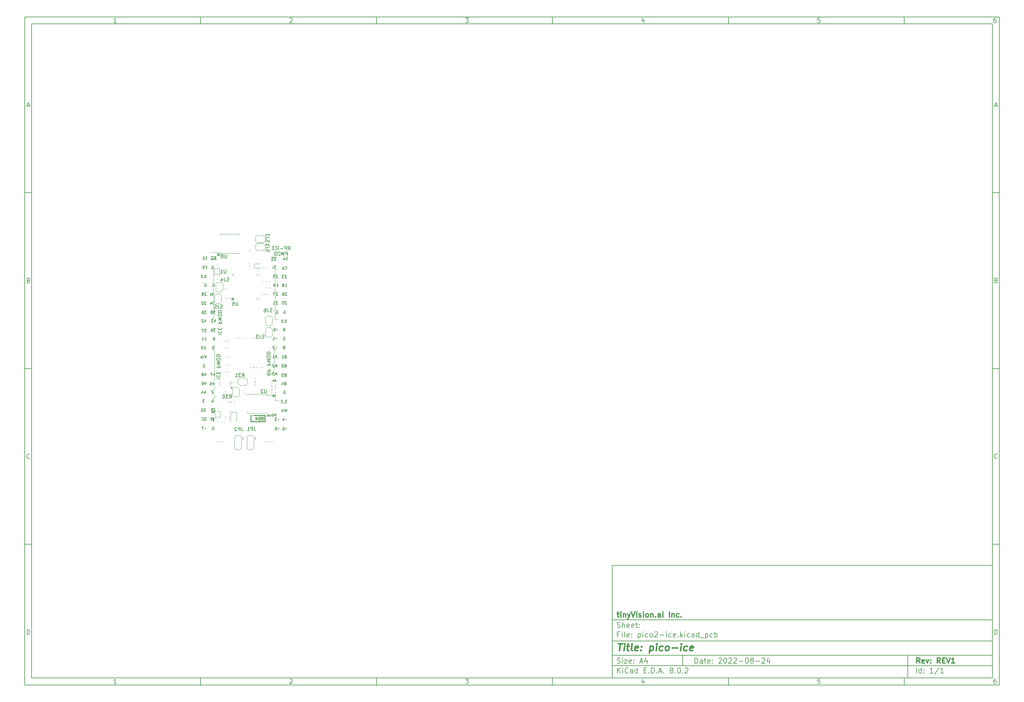
<source format=gbr>
%TF.GenerationSoftware,KiCad,Pcbnew,8.0.2*%
%TF.CreationDate,2024-10-27T15:33:14-07:00*%
%TF.ProjectId,pico2-ice,7069636f-322d-4696-9365-2e6b69636164,REV1*%
%TF.SameCoordinates,Original*%
%TF.FileFunction,Legend,Bot*%
%TF.FilePolarity,Positive*%
%FSLAX46Y46*%
G04 Gerber Fmt 4.6, Leading zero omitted, Abs format (unit mm)*
G04 Created by KiCad (PCBNEW 8.0.2) date 2024-10-27 15:33:14*
%MOMM*%
%LPD*%
G01*
G04 APERTURE LIST*
%ADD10C,0.100000*%
%ADD11C,0.150000*%
%ADD12C,0.300000*%
%ADD13C,0.400000*%
%ADD14C,0.120000*%
%ADD15C,0.002540*%
%ADD16C,0.254000*%
%ADD17C,0.127000*%
G04 APERTURE END LIST*
D10*
D11*
X177002200Y-166007200D02*
X285002200Y-166007200D01*
X285002200Y-198007200D01*
X177002200Y-198007200D01*
X177002200Y-166007200D01*
D10*
D11*
X10000000Y-10000000D02*
X287002200Y-10000000D01*
X287002200Y-200007200D01*
X10000000Y-200007200D01*
X10000000Y-10000000D01*
D10*
D11*
X12000000Y-12000000D02*
X285002200Y-12000000D01*
X285002200Y-198007200D01*
X12000000Y-198007200D01*
X12000000Y-12000000D01*
D10*
D11*
X60000000Y-12000000D02*
X60000000Y-10000000D01*
D10*
D11*
X110000000Y-12000000D02*
X110000000Y-10000000D01*
D10*
D11*
X160000000Y-12000000D02*
X160000000Y-10000000D01*
D10*
D11*
X210000000Y-12000000D02*
X210000000Y-10000000D01*
D10*
D11*
X260000000Y-12000000D02*
X260000000Y-10000000D01*
D10*
D11*
X36089160Y-11593604D02*
X35346303Y-11593604D01*
X35717731Y-11593604D02*
X35717731Y-10293604D01*
X35717731Y-10293604D02*
X35593922Y-10479319D01*
X35593922Y-10479319D02*
X35470112Y-10603128D01*
X35470112Y-10603128D02*
X35346303Y-10665033D01*
D10*
D11*
X85346303Y-10417414D02*
X85408207Y-10355509D01*
X85408207Y-10355509D02*
X85532017Y-10293604D01*
X85532017Y-10293604D02*
X85841541Y-10293604D01*
X85841541Y-10293604D02*
X85965350Y-10355509D01*
X85965350Y-10355509D02*
X86027255Y-10417414D01*
X86027255Y-10417414D02*
X86089160Y-10541223D01*
X86089160Y-10541223D02*
X86089160Y-10665033D01*
X86089160Y-10665033D02*
X86027255Y-10850747D01*
X86027255Y-10850747D02*
X85284398Y-11593604D01*
X85284398Y-11593604D02*
X86089160Y-11593604D01*
D10*
D11*
X135284398Y-10293604D02*
X136089160Y-10293604D01*
X136089160Y-10293604D02*
X135655826Y-10788842D01*
X135655826Y-10788842D02*
X135841541Y-10788842D01*
X135841541Y-10788842D02*
X135965350Y-10850747D01*
X135965350Y-10850747D02*
X136027255Y-10912652D01*
X136027255Y-10912652D02*
X136089160Y-11036461D01*
X136089160Y-11036461D02*
X136089160Y-11345985D01*
X136089160Y-11345985D02*
X136027255Y-11469795D01*
X136027255Y-11469795D02*
X135965350Y-11531700D01*
X135965350Y-11531700D02*
X135841541Y-11593604D01*
X135841541Y-11593604D02*
X135470112Y-11593604D01*
X135470112Y-11593604D02*
X135346303Y-11531700D01*
X135346303Y-11531700D02*
X135284398Y-11469795D01*
D10*
D11*
X185965350Y-10726938D02*
X185965350Y-11593604D01*
X185655826Y-10231700D02*
X185346303Y-11160271D01*
X185346303Y-11160271D02*
X186151064Y-11160271D01*
D10*
D11*
X236027255Y-10293604D02*
X235408207Y-10293604D01*
X235408207Y-10293604D02*
X235346303Y-10912652D01*
X235346303Y-10912652D02*
X235408207Y-10850747D01*
X235408207Y-10850747D02*
X235532017Y-10788842D01*
X235532017Y-10788842D02*
X235841541Y-10788842D01*
X235841541Y-10788842D02*
X235965350Y-10850747D01*
X235965350Y-10850747D02*
X236027255Y-10912652D01*
X236027255Y-10912652D02*
X236089160Y-11036461D01*
X236089160Y-11036461D02*
X236089160Y-11345985D01*
X236089160Y-11345985D02*
X236027255Y-11469795D01*
X236027255Y-11469795D02*
X235965350Y-11531700D01*
X235965350Y-11531700D02*
X235841541Y-11593604D01*
X235841541Y-11593604D02*
X235532017Y-11593604D01*
X235532017Y-11593604D02*
X235408207Y-11531700D01*
X235408207Y-11531700D02*
X235346303Y-11469795D01*
D10*
D11*
X285965350Y-10293604D02*
X285717731Y-10293604D01*
X285717731Y-10293604D02*
X285593922Y-10355509D01*
X285593922Y-10355509D02*
X285532017Y-10417414D01*
X285532017Y-10417414D02*
X285408207Y-10603128D01*
X285408207Y-10603128D02*
X285346303Y-10850747D01*
X285346303Y-10850747D02*
X285346303Y-11345985D01*
X285346303Y-11345985D02*
X285408207Y-11469795D01*
X285408207Y-11469795D02*
X285470112Y-11531700D01*
X285470112Y-11531700D02*
X285593922Y-11593604D01*
X285593922Y-11593604D02*
X285841541Y-11593604D01*
X285841541Y-11593604D02*
X285965350Y-11531700D01*
X285965350Y-11531700D02*
X286027255Y-11469795D01*
X286027255Y-11469795D02*
X286089160Y-11345985D01*
X286089160Y-11345985D02*
X286089160Y-11036461D01*
X286089160Y-11036461D02*
X286027255Y-10912652D01*
X286027255Y-10912652D02*
X285965350Y-10850747D01*
X285965350Y-10850747D02*
X285841541Y-10788842D01*
X285841541Y-10788842D02*
X285593922Y-10788842D01*
X285593922Y-10788842D02*
X285470112Y-10850747D01*
X285470112Y-10850747D02*
X285408207Y-10912652D01*
X285408207Y-10912652D02*
X285346303Y-11036461D01*
D10*
D11*
X60000000Y-198007200D02*
X60000000Y-200007200D01*
D10*
D11*
X110000000Y-198007200D02*
X110000000Y-200007200D01*
D10*
D11*
X160000000Y-198007200D02*
X160000000Y-200007200D01*
D10*
D11*
X210000000Y-198007200D02*
X210000000Y-200007200D01*
D10*
D11*
X260000000Y-198007200D02*
X260000000Y-200007200D01*
D10*
D11*
X36089160Y-199600804D02*
X35346303Y-199600804D01*
X35717731Y-199600804D02*
X35717731Y-198300804D01*
X35717731Y-198300804D02*
X35593922Y-198486519D01*
X35593922Y-198486519D02*
X35470112Y-198610328D01*
X35470112Y-198610328D02*
X35346303Y-198672233D01*
D10*
D11*
X85346303Y-198424614D02*
X85408207Y-198362709D01*
X85408207Y-198362709D02*
X85532017Y-198300804D01*
X85532017Y-198300804D02*
X85841541Y-198300804D01*
X85841541Y-198300804D02*
X85965350Y-198362709D01*
X85965350Y-198362709D02*
X86027255Y-198424614D01*
X86027255Y-198424614D02*
X86089160Y-198548423D01*
X86089160Y-198548423D02*
X86089160Y-198672233D01*
X86089160Y-198672233D02*
X86027255Y-198857947D01*
X86027255Y-198857947D02*
X85284398Y-199600804D01*
X85284398Y-199600804D02*
X86089160Y-199600804D01*
D10*
D11*
X135284398Y-198300804D02*
X136089160Y-198300804D01*
X136089160Y-198300804D02*
X135655826Y-198796042D01*
X135655826Y-198796042D02*
X135841541Y-198796042D01*
X135841541Y-198796042D02*
X135965350Y-198857947D01*
X135965350Y-198857947D02*
X136027255Y-198919852D01*
X136027255Y-198919852D02*
X136089160Y-199043661D01*
X136089160Y-199043661D02*
X136089160Y-199353185D01*
X136089160Y-199353185D02*
X136027255Y-199476995D01*
X136027255Y-199476995D02*
X135965350Y-199538900D01*
X135965350Y-199538900D02*
X135841541Y-199600804D01*
X135841541Y-199600804D02*
X135470112Y-199600804D01*
X135470112Y-199600804D02*
X135346303Y-199538900D01*
X135346303Y-199538900D02*
X135284398Y-199476995D01*
D10*
D11*
X185965350Y-198734138D02*
X185965350Y-199600804D01*
X185655826Y-198238900D02*
X185346303Y-199167471D01*
X185346303Y-199167471D02*
X186151064Y-199167471D01*
D10*
D11*
X236027255Y-198300804D02*
X235408207Y-198300804D01*
X235408207Y-198300804D02*
X235346303Y-198919852D01*
X235346303Y-198919852D02*
X235408207Y-198857947D01*
X235408207Y-198857947D02*
X235532017Y-198796042D01*
X235532017Y-198796042D02*
X235841541Y-198796042D01*
X235841541Y-198796042D02*
X235965350Y-198857947D01*
X235965350Y-198857947D02*
X236027255Y-198919852D01*
X236027255Y-198919852D02*
X236089160Y-199043661D01*
X236089160Y-199043661D02*
X236089160Y-199353185D01*
X236089160Y-199353185D02*
X236027255Y-199476995D01*
X236027255Y-199476995D02*
X235965350Y-199538900D01*
X235965350Y-199538900D02*
X235841541Y-199600804D01*
X235841541Y-199600804D02*
X235532017Y-199600804D01*
X235532017Y-199600804D02*
X235408207Y-199538900D01*
X235408207Y-199538900D02*
X235346303Y-199476995D01*
D10*
D11*
X285965350Y-198300804D02*
X285717731Y-198300804D01*
X285717731Y-198300804D02*
X285593922Y-198362709D01*
X285593922Y-198362709D02*
X285532017Y-198424614D01*
X285532017Y-198424614D02*
X285408207Y-198610328D01*
X285408207Y-198610328D02*
X285346303Y-198857947D01*
X285346303Y-198857947D02*
X285346303Y-199353185D01*
X285346303Y-199353185D02*
X285408207Y-199476995D01*
X285408207Y-199476995D02*
X285470112Y-199538900D01*
X285470112Y-199538900D02*
X285593922Y-199600804D01*
X285593922Y-199600804D02*
X285841541Y-199600804D01*
X285841541Y-199600804D02*
X285965350Y-199538900D01*
X285965350Y-199538900D02*
X286027255Y-199476995D01*
X286027255Y-199476995D02*
X286089160Y-199353185D01*
X286089160Y-199353185D02*
X286089160Y-199043661D01*
X286089160Y-199043661D02*
X286027255Y-198919852D01*
X286027255Y-198919852D02*
X285965350Y-198857947D01*
X285965350Y-198857947D02*
X285841541Y-198796042D01*
X285841541Y-198796042D02*
X285593922Y-198796042D01*
X285593922Y-198796042D02*
X285470112Y-198857947D01*
X285470112Y-198857947D02*
X285408207Y-198919852D01*
X285408207Y-198919852D02*
X285346303Y-199043661D01*
D10*
D11*
X10000000Y-60000000D02*
X12000000Y-60000000D01*
D10*
D11*
X10000000Y-110000000D02*
X12000000Y-110000000D01*
D10*
D11*
X10000000Y-160000000D02*
X12000000Y-160000000D01*
D10*
D11*
X10690476Y-35222176D02*
X11309523Y-35222176D01*
X10566666Y-35593604D02*
X10999999Y-34293604D01*
X10999999Y-34293604D02*
X11433333Y-35593604D01*
D10*
D11*
X11092857Y-84912652D02*
X11278571Y-84974557D01*
X11278571Y-84974557D02*
X11340476Y-85036461D01*
X11340476Y-85036461D02*
X11402380Y-85160271D01*
X11402380Y-85160271D02*
X11402380Y-85345985D01*
X11402380Y-85345985D02*
X11340476Y-85469795D01*
X11340476Y-85469795D02*
X11278571Y-85531700D01*
X11278571Y-85531700D02*
X11154761Y-85593604D01*
X11154761Y-85593604D02*
X10659523Y-85593604D01*
X10659523Y-85593604D02*
X10659523Y-84293604D01*
X10659523Y-84293604D02*
X11092857Y-84293604D01*
X11092857Y-84293604D02*
X11216666Y-84355509D01*
X11216666Y-84355509D02*
X11278571Y-84417414D01*
X11278571Y-84417414D02*
X11340476Y-84541223D01*
X11340476Y-84541223D02*
X11340476Y-84665033D01*
X11340476Y-84665033D02*
X11278571Y-84788842D01*
X11278571Y-84788842D02*
X11216666Y-84850747D01*
X11216666Y-84850747D02*
X11092857Y-84912652D01*
X11092857Y-84912652D02*
X10659523Y-84912652D01*
D10*
D11*
X11402380Y-135469795D02*
X11340476Y-135531700D01*
X11340476Y-135531700D02*
X11154761Y-135593604D01*
X11154761Y-135593604D02*
X11030952Y-135593604D01*
X11030952Y-135593604D02*
X10845238Y-135531700D01*
X10845238Y-135531700D02*
X10721428Y-135407890D01*
X10721428Y-135407890D02*
X10659523Y-135284080D01*
X10659523Y-135284080D02*
X10597619Y-135036461D01*
X10597619Y-135036461D02*
X10597619Y-134850747D01*
X10597619Y-134850747D02*
X10659523Y-134603128D01*
X10659523Y-134603128D02*
X10721428Y-134479319D01*
X10721428Y-134479319D02*
X10845238Y-134355509D01*
X10845238Y-134355509D02*
X11030952Y-134293604D01*
X11030952Y-134293604D02*
X11154761Y-134293604D01*
X11154761Y-134293604D02*
X11340476Y-134355509D01*
X11340476Y-134355509D02*
X11402380Y-134417414D01*
D10*
D11*
X10659523Y-185593604D02*
X10659523Y-184293604D01*
X10659523Y-184293604D02*
X10969047Y-184293604D01*
X10969047Y-184293604D02*
X11154761Y-184355509D01*
X11154761Y-184355509D02*
X11278571Y-184479319D01*
X11278571Y-184479319D02*
X11340476Y-184603128D01*
X11340476Y-184603128D02*
X11402380Y-184850747D01*
X11402380Y-184850747D02*
X11402380Y-185036461D01*
X11402380Y-185036461D02*
X11340476Y-185284080D01*
X11340476Y-185284080D02*
X11278571Y-185407890D01*
X11278571Y-185407890D02*
X11154761Y-185531700D01*
X11154761Y-185531700D02*
X10969047Y-185593604D01*
X10969047Y-185593604D02*
X10659523Y-185593604D01*
D10*
D11*
X287002200Y-60000000D02*
X285002200Y-60000000D01*
D10*
D11*
X287002200Y-110000000D02*
X285002200Y-110000000D01*
D10*
D11*
X287002200Y-160000000D02*
X285002200Y-160000000D01*
D10*
D11*
X285692676Y-35222176D02*
X286311723Y-35222176D01*
X285568866Y-35593604D02*
X286002199Y-34293604D01*
X286002199Y-34293604D02*
X286435533Y-35593604D01*
D10*
D11*
X286095057Y-84912652D02*
X286280771Y-84974557D01*
X286280771Y-84974557D02*
X286342676Y-85036461D01*
X286342676Y-85036461D02*
X286404580Y-85160271D01*
X286404580Y-85160271D02*
X286404580Y-85345985D01*
X286404580Y-85345985D02*
X286342676Y-85469795D01*
X286342676Y-85469795D02*
X286280771Y-85531700D01*
X286280771Y-85531700D02*
X286156961Y-85593604D01*
X286156961Y-85593604D02*
X285661723Y-85593604D01*
X285661723Y-85593604D02*
X285661723Y-84293604D01*
X285661723Y-84293604D02*
X286095057Y-84293604D01*
X286095057Y-84293604D02*
X286218866Y-84355509D01*
X286218866Y-84355509D02*
X286280771Y-84417414D01*
X286280771Y-84417414D02*
X286342676Y-84541223D01*
X286342676Y-84541223D02*
X286342676Y-84665033D01*
X286342676Y-84665033D02*
X286280771Y-84788842D01*
X286280771Y-84788842D02*
X286218866Y-84850747D01*
X286218866Y-84850747D02*
X286095057Y-84912652D01*
X286095057Y-84912652D02*
X285661723Y-84912652D01*
D10*
D11*
X286404580Y-135469795D02*
X286342676Y-135531700D01*
X286342676Y-135531700D02*
X286156961Y-135593604D01*
X286156961Y-135593604D02*
X286033152Y-135593604D01*
X286033152Y-135593604D02*
X285847438Y-135531700D01*
X285847438Y-135531700D02*
X285723628Y-135407890D01*
X285723628Y-135407890D02*
X285661723Y-135284080D01*
X285661723Y-135284080D02*
X285599819Y-135036461D01*
X285599819Y-135036461D02*
X285599819Y-134850747D01*
X285599819Y-134850747D02*
X285661723Y-134603128D01*
X285661723Y-134603128D02*
X285723628Y-134479319D01*
X285723628Y-134479319D02*
X285847438Y-134355509D01*
X285847438Y-134355509D02*
X286033152Y-134293604D01*
X286033152Y-134293604D02*
X286156961Y-134293604D01*
X286156961Y-134293604D02*
X286342676Y-134355509D01*
X286342676Y-134355509D02*
X286404580Y-134417414D01*
D10*
D11*
X285661723Y-185593604D02*
X285661723Y-184293604D01*
X285661723Y-184293604D02*
X285971247Y-184293604D01*
X285971247Y-184293604D02*
X286156961Y-184355509D01*
X286156961Y-184355509D02*
X286280771Y-184479319D01*
X286280771Y-184479319D02*
X286342676Y-184603128D01*
X286342676Y-184603128D02*
X286404580Y-184850747D01*
X286404580Y-184850747D02*
X286404580Y-185036461D01*
X286404580Y-185036461D02*
X286342676Y-185284080D01*
X286342676Y-185284080D02*
X286280771Y-185407890D01*
X286280771Y-185407890D02*
X286156961Y-185531700D01*
X286156961Y-185531700D02*
X285971247Y-185593604D01*
X285971247Y-185593604D02*
X285661723Y-185593604D01*
D10*
D11*
X200458026Y-193793328D02*
X200458026Y-192293328D01*
X200458026Y-192293328D02*
X200815169Y-192293328D01*
X200815169Y-192293328D02*
X201029455Y-192364757D01*
X201029455Y-192364757D02*
X201172312Y-192507614D01*
X201172312Y-192507614D02*
X201243741Y-192650471D01*
X201243741Y-192650471D02*
X201315169Y-192936185D01*
X201315169Y-192936185D02*
X201315169Y-193150471D01*
X201315169Y-193150471D02*
X201243741Y-193436185D01*
X201243741Y-193436185D02*
X201172312Y-193579042D01*
X201172312Y-193579042D02*
X201029455Y-193721900D01*
X201029455Y-193721900D02*
X200815169Y-193793328D01*
X200815169Y-193793328D02*
X200458026Y-193793328D01*
X202600884Y-193793328D02*
X202600884Y-193007614D01*
X202600884Y-193007614D02*
X202529455Y-192864757D01*
X202529455Y-192864757D02*
X202386598Y-192793328D01*
X202386598Y-192793328D02*
X202100884Y-192793328D01*
X202100884Y-192793328D02*
X201958026Y-192864757D01*
X202600884Y-193721900D02*
X202458026Y-193793328D01*
X202458026Y-193793328D02*
X202100884Y-193793328D01*
X202100884Y-193793328D02*
X201958026Y-193721900D01*
X201958026Y-193721900D02*
X201886598Y-193579042D01*
X201886598Y-193579042D02*
X201886598Y-193436185D01*
X201886598Y-193436185D02*
X201958026Y-193293328D01*
X201958026Y-193293328D02*
X202100884Y-193221900D01*
X202100884Y-193221900D02*
X202458026Y-193221900D01*
X202458026Y-193221900D02*
X202600884Y-193150471D01*
X203100884Y-192793328D02*
X203672312Y-192793328D01*
X203315169Y-192293328D02*
X203315169Y-193579042D01*
X203315169Y-193579042D02*
X203386598Y-193721900D01*
X203386598Y-193721900D02*
X203529455Y-193793328D01*
X203529455Y-193793328D02*
X203672312Y-193793328D01*
X204743741Y-193721900D02*
X204600884Y-193793328D01*
X204600884Y-193793328D02*
X204315170Y-193793328D01*
X204315170Y-193793328D02*
X204172312Y-193721900D01*
X204172312Y-193721900D02*
X204100884Y-193579042D01*
X204100884Y-193579042D02*
X204100884Y-193007614D01*
X204100884Y-193007614D02*
X204172312Y-192864757D01*
X204172312Y-192864757D02*
X204315170Y-192793328D01*
X204315170Y-192793328D02*
X204600884Y-192793328D01*
X204600884Y-192793328D02*
X204743741Y-192864757D01*
X204743741Y-192864757D02*
X204815170Y-193007614D01*
X204815170Y-193007614D02*
X204815170Y-193150471D01*
X204815170Y-193150471D02*
X204100884Y-193293328D01*
X205458026Y-193650471D02*
X205529455Y-193721900D01*
X205529455Y-193721900D02*
X205458026Y-193793328D01*
X205458026Y-193793328D02*
X205386598Y-193721900D01*
X205386598Y-193721900D02*
X205458026Y-193650471D01*
X205458026Y-193650471D02*
X205458026Y-193793328D01*
X205458026Y-192864757D02*
X205529455Y-192936185D01*
X205529455Y-192936185D02*
X205458026Y-193007614D01*
X205458026Y-193007614D02*
X205386598Y-192936185D01*
X205386598Y-192936185D02*
X205458026Y-192864757D01*
X205458026Y-192864757D02*
X205458026Y-193007614D01*
X207243741Y-192436185D02*
X207315169Y-192364757D01*
X207315169Y-192364757D02*
X207458027Y-192293328D01*
X207458027Y-192293328D02*
X207815169Y-192293328D01*
X207815169Y-192293328D02*
X207958027Y-192364757D01*
X207958027Y-192364757D02*
X208029455Y-192436185D01*
X208029455Y-192436185D02*
X208100884Y-192579042D01*
X208100884Y-192579042D02*
X208100884Y-192721900D01*
X208100884Y-192721900D02*
X208029455Y-192936185D01*
X208029455Y-192936185D02*
X207172312Y-193793328D01*
X207172312Y-193793328D02*
X208100884Y-193793328D01*
X209029455Y-192293328D02*
X209172312Y-192293328D01*
X209172312Y-192293328D02*
X209315169Y-192364757D01*
X209315169Y-192364757D02*
X209386598Y-192436185D01*
X209386598Y-192436185D02*
X209458026Y-192579042D01*
X209458026Y-192579042D02*
X209529455Y-192864757D01*
X209529455Y-192864757D02*
X209529455Y-193221900D01*
X209529455Y-193221900D02*
X209458026Y-193507614D01*
X209458026Y-193507614D02*
X209386598Y-193650471D01*
X209386598Y-193650471D02*
X209315169Y-193721900D01*
X209315169Y-193721900D02*
X209172312Y-193793328D01*
X209172312Y-193793328D02*
X209029455Y-193793328D01*
X209029455Y-193793328D02*
X208886598Y-193721900D01*
X208886598Y-193721900D02*
X208815169Y-193650471D01*
X208815169Y-193650471D02*
X208743740Y-193507614D01*
X208743740Y-193507614D02*
X208672312Y-193221900D01*
X208672312Y-193221900D02*
X208672312Y-192864757D01*
X208672312Y-192864757D02*
X208743740Y-192579042D01*
X208743740Y-192579042D02*
X208815169Y-192436185D01*
X208815169Y-192436185D02*
X208886598Y-192364757D01*
X208886598Y-192364757D02*
X209029455Y-192293328D01*
X210100883Y-192436185D02*
X210172311Y-192364757D01*
X210172311Y-192364757D02*
X210315169Y-192293328D01*
X210315169Y-192293328D02*
X210672311Y-192293328D01*
X210672311Y-192293328D02*
X210815169Y-192364757D01*
X210815169Y-192364757D02*
X210886597Y-192436185D01*
X210886597Y-192436185D02*
X210958026Y-192579042D01*
X210958026Y-192579042D02*
X210958026Y-192721900D01*
X210958026Y-192721900D02*
X210886597Y-192936185D01*
X210886597Y-192936185D02*
X210029454Y-193793328D01*
X210029454Y-193793328D02*
X210958026Y-193793328D01*
X211529454Y-192436185D02*
X211600882Y-192364757D01*
X211600882Y-192364757D02*
X211743740Y-192293328D01*
X211743740Y-192293328D02*
X212100882Y-192293328D01*
X212100882Y-192293328D02*
X212243740Y-192364757D01*
X212243740Y-192364757D02*
X212315168Y-192436185D01*
X212315168Y-192436185D02*
X212386597Y-192579042D01*
X212386597Y-192579042D02*
X212386597Y-192721900D01*
X212386597Y-192721900D02*
X212315168Y-192936185D01*
X212315168Y-192936185D02*
X211458025Y-193793328D01*
X211458025Y-193793328D02*
X212386597Y-193793328D01*
X213029453Y-193221900D02*
X214172311Y-193221900D01*
X215172311Y-192293328D02*
X215315168Y-192293328D01*
X215315168Y-192293328D02*
X215458025Y-192364757D01*
X215458025Y-192364757D02*
X215529454Y-192436185D01*
X215529454Y-192436185D02*
X215600882Y-192579042D01*
X215600882Y-192579042D02*
X215672311Y-192864757D01*
X215672311Y-192864757D02*
X215672311Y-193221900D01*
X215672311Y-193221900D02*
X215600882Y-193507614D01*
X215600882Y-193507614D02*
X215529454Y-193650471D01*
X215529454Y-193650471D02*
X215458025Y-193721900D01*
X215458025Y-193721900D02*
X215315168Y-193793328D01*
X215315168Y-193793328D02*
X215172311Y-193793328D01*
X215172311Y-193793328D02*
X215029454Y-193721900D01*
X215029454Y-193721900D02*
X214958025Y-193650471D01*
X214958025Y-193650471D02*
X214886596Y-193507614D01*
X214886596Y-193507614D02*
X214815168Y-193221900D01*
X214815168Y-193221900D02*
X214815168Y-192864757D01*
X214815168Y-192864757D02*
X214886596Y-192579042D01*
X214886596Y-192579042D02*
X214958025Y-192436185D01*
X214958025Y-192436185D02*
X215029454Y-192364757D01*
X215029454Y-192364757D02*
X215172311Y-192293328D01*
X216529453Y-192936185D02*
X216386596Y-192864757D01*
X216386596Y-192864757D02*
X216315167Y-192793328D01*
X216315167Y-192793328D02*
X216243739Y-192650471D01*
X216243739Y-192650471D02*
X216243739Y-192579042D01*
X216243739Y-192579042D02*
X216315167Y-192436185D01*
X216315167Y-192436185D02*
X216386596Y-192364757D01*
X216386596Y-192364757D02*
X216529453Y-192293328D01*
X216529453Y-192293328D02*
X216815167Y-192293328D01*
X216815167Y-192293328D02*
X216958025Y-192364757D01*
X216958025Y-192364757D02*
X217029453Y-192436185D01*
X217029453Y-192436185D02*
X217100882Y-192579042D01*
X217100882Y-192579042D02*
X217100882Y-192650471D01*
X217100882Y-192650471D02*
X217029453Y-192793328D01*
X217029453Y-192793328D02*
X216958025Y-192864757D01*
X216958025Y-192864757D02*
X216815167Y-192936185D01*
X216815167Y-192936185D02*
X216529453Y-192936185D01*
X216529453Y-192936185D02*
X216386596Y-193007614D01*
X216386596Y-193007614D02*
X216315167Y-193079042D01*
X216315167Y-193079042D02*
X216243739Y-193221900D01*
X216243739Y-193221900D02*
X216243739Y-193507614D01*
X216243739Y-193507614D02*
X216315167Y-193650471D01*
X216315167Y-193650471D02*
X216386596Y-193721900D01*
X216386596Y-193721900D02*
X216529453Y-193793328D01*
X216529453Y-193793328D02*
X216815167Y-193793328D01*
X216815167Y-193793328D02*
X216958025Y-193721900D01*
X216958025Y-193721900D02*
X217029453Y-193650471D01*
X217029453Y-193650471D02*
X217100882Y-193507614D01*
X217100882Y-193507614D02*
X217100882Y-193221900D01*
X217100882Y-193221900D02*
X217029453Y-193079042D01*
X217029453Y-193079042D02*
X216958025Y-193007614D01*
X216958025Y-193007614D02*
X216815167Y-192936185D01*
X217743738Y-193221900D02*
X218886596Y-193221900D01*
X219529453Y-192436185D02*
X219600881Y-192364757D01*
X219600881Y-192364757D02*
X219743739Y-192293328D01*
X219743739Y-192293328D02*
X220100881Y-192293328D01*
X220100881Y-192293328D02*
X220243739Y-192364757D01*
X220243739Y-192364757D02*
X220315167Y-192436185D01*
X220315167Y-192436185D02*
X220386596Y-192579042D01*
X220386596Y-192579042D02*
X220386596Y-192721900D01*
X220386596Y-192721900D02*
X220315167Y-192936185D01*
X220315167Y-192936185D02*
X219458024Y-193793328D01*
X219458024Y-193793328D02*
X220386596Y-193793328D01*
X221672310Y-192793328D02*
X221672310Y-193793328D01*
X221315167Y-192221900D02*
X220958024Y-193293328D01*
X220958024Y-193293328D02*
X221886595Y-193293328D01*
D10*
D11*
X177002200Y-194507200D02*
X285002200Y-194507200D01*
D10*
D11*
X178458026Y-196593328D02*
X178458026Y-195093328D01*
X179315169Y-196593328D02*
X178672312Y-195736185D01*
X179315169Y-195093328D02*
X178458026Y-195950471D01*
X179958026Y-196593328D02*
X179958026Y-195593328D01*
X179958026Y-195093328D02*
X179886598Y-195164757D01*
X179886598Y-195164757D02*
X179958026Y-195236185D01*
X179958026Y-195236185D02*
X180029455Y-195164757D01*
X180029455Y-195164757D02*
X179958026Y-195093328D01*
X179958026Y-195093328D02*
X179958026Y-195236185D01*
X181529455Y-196450471D02*
X181458027Y-196521900D01*
X181458027Y-196521900D02*
X181243741Y-196593328D01*
X181243741Y-196593328D02*
X181100884Y-196593328D01*
X181100884Y-196593328D02*
X180886598Y-196521900D01*
X180886598Y-196521900D02*
X180743741Y-196379042D01*
X180743741Y-196379042D02*
X180672312Y-196236185D01*
X180672312Y-196236185D02*
X180600884Y-195950471D01*
X180600884Y-195950471D02*
X180600884Y-195736185D01*
X180600884Y-195736185D02*
X180672312Y-195450471D01*
X180672312Y-195450471D02*
X180743741Y-195307614D01*
X180743741Y-195307614D02*
X180886598Y-195164757D01*
X180886598Y-195164757D02*
X181100884Y-195093328D01*
X181100884Y-195093328D02*
X181243741Y-195093328D01*
X181243741Y-195093328D02*
X181458027Y-195164757D01*
X181458027Y-195164757D02*
X181529455Y-195236185D01*
X182815170Y-196593328D02*
X182815170Y-195807614D01*
X182815170Y-195807614D02*
X182743741Y-195664757D01*
X182743741Y-195664757D02*
X182600884Y-195593328D01*
X182600884Y-195593328D02*
X182315170Y-195593328D01*
X182315170Y-195593328D02*
X182172312Y-195664757D01*
X182815170Y-196521900D02*
X182672312Y-196593328D01*
X182672312Y-196593328D02*
X182315170Y-196593328D01*
X182315170Y-196593328D02*
X182172312Y-196521900D01*
X182172312Y-196521900D02*
X182100884Y-196379042D01*
X182100884Y-196379042D02*
X182100884Y-196236185D01*
X182100884Y-196236185D02*
X182172312Y-196093328D01*
X182172312Y-196093328D02*
X182315170Y-196021900D01*
X182315170Y-196021900D02*
X182672312Y-196021900D01*
X182672312Y-196021900D02*
X182815170Y-195950471D01*
X184172313Y-196593328D02*
X184172313Y-195093328D01*
X184172313Y-196521900D02*
X184029455Y-196593328D01*
X184029455Y-196593328D02*
X183743741Y-196593328D01*
X183743741Y-196593328D02*
X183600884Y-196521900D01*
X183600884Y-196521900D02*
X183529455Y-196450471D01*
X183529455Y-196450471D02*
X183458027Y-196307614D01*
X183458027Y-196307614D02*
X183458027Y-195879042D01*
X183458027Y-195879042D02*
X183529455Y-195736185D01*
X183529455Y-195736185D02*
X183600884Y-195664757D01*
X183600884Y-195664757D02*
X183743741Y-195593328D01*
X183743741Y-195593328D02*
X184029455Y-195593328D01*
X184029455Y-195593328D02*
X184172313Y-195664757D01*
X186029455Y-195807614D02*
X186529455Y-195807614D01*
X186743741Y-196593328D02*
X186029455Y-196593328D01*
X186029455Y-196593328D02*
X186029455Y-195093328D01*
X186029455Y-195093328D02*
X186743741Y-195093328D01*
X187386598Y-196450471D02*
X187458027Y-196521900D01*
X187458027Y-196521900D02*
X187386598Y-196593328D01*
X187386598Y-196593328D02*
X187315170Y-196521900D01*
X187315170Y-196521900D02*
X187386598Y-196450471D01*
X187386598Y-196450471D02*
X187386598Y-196593328D01*
X188100884Y-196593328D02*
X188100884Y-195093328D01*
X188100884Y-195093328D02*
X188458027Y-195093328D01*
X188458027Y-195093328D02*
X188672313Y-195164757D01*
X188672313Y-195164757D02*
X188815170Y-195307614D01*
X188815170Y-195307614D02*
X188886599Y-195450471D01*
X188886599Y-195450471D02*
X188958027Y-195736185D01*
X188958027Y-195736185D02*
X188958027Y-195950471D01*
X188958027Y-195950471D02*
X188886599Y-196236185D01*
X188886599Y-196236185D02*
X188815170Y-196379042D01*
X188815170Y-196379042D02*
X188672313Y-196521900D01*
X188672313Y-196521900D02*
X188458027Y-196593328D01*
X188458027Y-196593328D02*
X188100884Y-196593328D01*
X189600884Y-196450471D02*
X189672313Y-196521900D01*
X189672313Y-196521900D02*
X189600884Y-196593328D01*
X189600884Y-196593328D02*
X189529456Y-196521900D01*
X189529456Y-196521900D02*
X189600884Y-196450471D01*
X189600884Y-196450471D02*
X189600884Y-196593328D01*
X190243742Y-196164757D02*
X190958028Y-196164757D01*
X190100885Y-196593328D02*
X190600885Y-195093328D01*
X190600885Y-195093328D02*
X191100885Y-196593328D01*
X191600884Y-196450471D02*
X191672313Y-196521900D01*
X191672313Y-196521900D02*
X191600884Y-196593328D01*
X191600884Y-196593328D02*
X191529456Y-196521900D01*
X191529456Y-196521900D02*
X191600884Y-196450471D01*
X191600884Y-196450471D02*
X191600884Y-196593328D01*
X193672313Y-195736185D02*
X193529456Y-195664757D01*
X193529456Y-195664757D02*
X193458027Y-195593328D01*
X193458027Y-195593328D02*
X193386599Y-195450471D01*
X193386599Y-195450471D02*
X193386599Y-195379042D01*
X193386599Y-195379042D02*
X193458027Y-195236185D01*
X193458027Y-195236185D02*
X193529456Y-195164757D01*
X193529456Y-195164757D02*
X193672313Y-195093328D01*
X193672313Y-195093328D02*
X193958027Y-195093328D01*
X193958027Y-195093328D02*
X194100885Y-195164757D01*
X194100885Y-195164757D02*
X194172313Y-195236185D01*
X194172313Y-195236185D02*
X194243742Y-195379042D01*
X194243742Y-195379042D02*
X194243742Y-195450471D01*
X194243742Y-195450471D02*
X194172313Y-195593328D01*
X194172313Y-195593328D02*
X194100885Y-195664757D01*
X194100885Y-195664757D02*
X193958027Y-195736185D01*
X193958027Y-195736185D02*
X193672313Y-195736185D01*
X193672313Y-195736185D02*
X193529456Y-195807614D01*
X193529456Y-195807614D02*
X193458027Y-195879042D01*
X193458027Y-195879042D02*
X193386599Y-196021900D01*
X193386599Y-196021900D02*
X193386599Y-196307614D01*
X193386599Y-196307614D02*
X193458027Y-196450471D01*
X193458027Y-196450471D02*
X193529456Y-196521900D01*
X193529456Y-196521900D02*
X193672313Y-196593328D01*
X193672313Y-196593328D02*
X193958027Y-196593328D01*
X193958027Y-196593328D02*
X194100885Y-196521900D01*
X194100885Y-196521900D02*
X194172313Y-196450471D01*
X194172313Y-196450471D02*
X194243742Y-196307614D01*
X194243742Y-196307614D02*
X194243742Y-196021900D01*
X194243742Y-196021900D02*
X194172313Y-195879042D01*
X194172313Y-195879042D02*
X194100885Y-195807614D01*
X194100885Y-195807614D02*
X193958027Y-195736185D01*
X194886598Y-196450471D02*
X194958027Y-196521900D01*
X194958027Y-196521900D02*
X194886598Y-196593328D01*
X194886598Y-196593328D02*
X194815170Y-196521900D01*
X194815170Y-196521900D02*
X194886598Y-196450471D01*
X194886598Y-196450471D02*
X194886598Y-196593328D01*
X195886599Y-195093328D02*
X196029456Y-195093328D01*
X196029456Y-195093328D02*
X196172313Y-195164757D01*
X196172313Y-195164757D02*
X196243742Y-195236185D01*
X196243742Y-195236185D02*
X196315170Y-195379042D01*
X196315170Y-195379042D02*
X196386599Y-195664757D01*
X196386599Y-195664757D02*
X196386599Y-196021900D01*
X196386599Y-196021900D02*
X196315170Y-196307614D01*
X196315170Y-196307614D02*
X196243742Y-196450471D01*
X196243742Y-196450471D02*
X196172313Y-196521900D01*
X196172313Y-196521900D02*
X196029456Y-196593328D01*
X196029456Y-196593328D02*
X195886599Y-196593328D01*
X195886599Y-196593328D02*
X195743742Y-196521900D01*
X195743742Y-196521900D02*
X195672313Y-196450471D01*
X195672313Y-196450471D02*
X195600884Y-196307614D01*
X195600884Y-196307614D02*
X195529456Y-196021900D01*
X195529456Y-196021900D02*
X195529456Y-195664757D01*
X195529456Y-195664757D02*
X195600884Y-195379042D01*
X195600884Y-195379042D02*
X195672313Y-195236185D01*
X195672313Y-195236185D02*
X195743742Y-195164757D01*
X195743742Y-195164757D02*
X195886599Y-195093328D01*
X197029455Y-196450471D02*
X197100884Y-196521900D01*
X197100884Y-196521900D02*
X197029455Y-196593328D01*
X197029455Y-196593328D02*
X196958027Y-196521900D01*
X196958027Y-196521900D02*
X197029455Y-196450471D01*
X197029455Y-196450471D02*
X197029455Y-196593328D01*
X197672313Y-195236185D02*
X197743741Y-195164757D01*
X197743741Y-195164757D02*
X197886599Y-195093328D01*
X197886599Y-195093328D02*
X198243741Y-195093328D01*
X198243741Y-195093328D02*
X198386599Y-195164757D01*
X198386599Y-195164757D02*
X198458027Y-195236185D01*
X198458027Y-195236185D02*
X198529456Y-195379042D01*
X198529456Y-195379042D02*
X198529456Y-195521900D01*
X198529456Y-195521900D02*
X198458027Y-195736185D01*
X198458027Y-195736185D02*
X197600884Y-196593328D01*
X197600884Y-196593328D02*
X198529456Y-196593328D01*
D10*
D11*
X177002200Y-191507200D02*
X285002200Y-191507200D01*
D10*
D12*
X264413853Y-193785528D02*
X263913853Y-193071242D01*
X263556710Y-193785528D02*
X263556710Y-192285528D01*
X263556710Y-192285528D02*
X264128139Y-192285528D01*
X264128139Y-192285528D02*
X264270996Y-192356957D01*
X264270996Y-192356957D02*
X264342425Y-192428385D01*
X264342425Y-192428385D02*
X264413853Y-192571242D01*
X264413853Y-192571242D02*
X264413853Y-192785528D01*
X264413853Y-192785528D02*
X264342425Y-192928385D01*
X264342425Y-192928385D02*
X264270996Y-192999814D01*
X264270996Y-192999814D02*
X264128139Y-193071242D01*
X264128139Y-193071242D02*
X263556710Y-193071242D01*
X265628139Y-193714100D02*
X265485282Y-193785528D01*
X265485282Y-193785528D02*
X265199568Y-193785528D01*
X265199568Y-193785528D02*
X265056710Y-193714100D01*
X265056710Y-193714100D02*
X264985282Y-193571242D01*
X264985282Y-193571242D02*
X264985282Y-192999814D01*
X264985282Y-192999814D02*
X265056710Y-192856957D01*
X265056710Y-192856957D02*
X265199568Y-192785528D01*
X265199568Y-192785528D02*
X265485282Y-192785528D01*
X265485282Y-192785528D02*
X265628139Y-192856957D01*
X265628139Y-192856957D02*
X265699568Y-192999814D01*
X265699568Y-192999814D02*
X265699568Y-193142671D01*
X265699568Y-193142671D02*
X264985282Y-193285528D01*
X266199567Y-192785528D02*
X266556710Y-193785528D01*
X266556710Y-193785528D02*
X266913853Y-192785528D01*
X267485281Y-193642671D02*
X267556710Y-193714100D01*
X267556710Y-193714100D02*
X267485281Y-193785528D01*
X267485281Y-193785528D02*
X267413853Y-193714100D01*
X267413853Y-193714100D02*
X267485281Y-193642671D01*
X267485281Y-193642671D02*
X267485281Y-193785528D01*
X267485281Y-192856957D02*
X267556710Y-192928385D01*
X267556710Y-192928385D02*
X267485281Y-192999814D01*
X267485281Y-192999814D02*
X267413853Y-192928385D01*
X267413853Y-192928385D02*
X267485281Y-192856957D01*
X267485281Y-192856957D02*
X267485281Y-192999814D01*
X270199567Y-193785528D02*
X269699567Y-193071242D01*
X269342424Y-193785528D02*
X269342424Y-192285528D01*
X269342424Y-192285528D02*
X269913853Y-192285528D01*
X269913853Y-192285528D02*
X270056710Y-192356957D01*
X270056710Y-192356957D02*
X270128139Y-192428385D01*
X270128139Y-192428385D02*
X270199567Y-192571242D01*
X270199567Y-192571242D02*
X270199567Y-192785528D01*
X270199567Y-192785528D02*
X270128139Y-192928385D01*
X270128139Y-192928385D02*
X270056710Y-192999814D01*
X270056710Y-192999814D02*
X269913853Y-193071242D01*
X269913853Y-193071242D02*
X269342424Y-193071242D01*
X270842424Y-192999814D02*
X271342424Y-192999814D01*
X271556710Y-193785528D02*
X270842424Y-193785528D01*
X270842424Y-193785528D02*
X270842424Y-192285528D01*
X270842424Y-192285528D02*
X271556710Y-192285528D01*
X271985282Y-192285528D02*
X272485282Y-193785528D01*
X272485282Y-193785528D02*
X272985282Y-192285528D01*
X274270996Y-193785528D02*
X273413853Y-193785528D01*
X273842424Y-193785528D02*
X273842424Y-192285528D01*
X273842424Y-192285528D02*
X273699567Y-192499814D01*
X273699567Y-192499814D02*
X273556710Y-192642671D01*
X273556710Y-192642671D02*
X273413853Y-192714100D01*
D10*
D11*
X178386598Y-193721900D02*
X178600884Y-193793328D01*
X178600884Y-193793328D02*
X178958026Y-193793328D01*
X178958026Y-193793328D02*
X179100884Y-193721900D01*
X179100884Y-193721900D02*
X179172312Y-193650471D01*
X179172312Y-193650471D02*
X179243741Y-193507614D01*
X179243741Y-193507614D02*
X179243741Y-193364757D01*
X179243741Y-193364757D02*
X179172312Y-193221900D01*
X179172312Y-193221900D02*
X179100884Y-193150471D01*
X179100884Y-193150471D02*
X178958026Y-193079042D01*
X178958026Y-193079042D02*
X178672312Y-193007614D01*
X178672312Y-193007614D02*
X178529455Y-192936185D01*
X178529455Y-192936185D02*
X178458026Y-192864757D01*
X178458026Y-192864757D02*
X178386598Y-192721900D01*
X178386598Y-192721900D02*
X178386598Y-192579042D01*
X178386598Y-192579042D02*
X178458026Y-192436185D01*
X178458026Y-192436185D02*
X178529455Y-192364757D01*
X178529455Y-192364757D02*
X178672312Y-192293328D01*
X178672312Y-192293328D02*
X179029455Y-192293328D01*
X179029455Y-192293328D02*
X179243741Y-192364757D01*
X179886597Y-193793328D02*
X179886597Y-192793328D01*
X179886597Y-192293328D02*
X179815169Y-192364757D01*
X179815169Y-192364757D02*
X179886597Y-192436185D01*
X179886597Y-192436185D02*
X179958026Y-192364757D01*
X179958026Y-192364757D02*
X179886597Y-192293328D01*
X179886597Y-192293328D02*
X179886597Y-192436185D01*
X180458026Y-192793328D02*
X181243741Y-192793328D01*
X181243741Y-192793328D02*
X180458026Y-193793328D01*
X180458026Y-193793328D02*
X181243741Y-193793328D01*
X182386598Y-193721900D02*
X182243741Y-193793328D01*
X182243741Y-193793328D02*
X181958027Y-193793328D01*
X181958027Y-193793328D02*
X181815169Y-193721900D01*
X181815169Y-193721900D02*
X181743741Y-193579042D01*
X181743741Y-193579042D02*
X181743741Y-193007614D01*
X181743741Y-193007614D02*
X181815169Y-192864757D01*
X181815169Y-192864757D02*
X181958027Y-192793328D01*
X181958027Y-192793328D02*
X182243741Y-192793328D01*
X182243741Y-192793328D02*
X182386598Y-192864757D01*
X182386598Y-192864757D02*
X182458027Y-193007614D01*
X182458027Y-193007614D02*
X182458027Y-193150471D01*
X182458027Y-193150471D02*
X181743741Y-193293328D01*
X183100883Y-193650471D02*
X183172312Y-193721900D01*
X183172312Y-193721900D02*
X183100883Y-193793328D01*
X183100883Y-193793328D02*
X183029455Y-193721900D01*
X183029455Y-193721900D02*
X183100883Y-193650471D01*
X183100883Y-193650471D02*
X183100883Y-193793328D01*
X183100883Y-192864757D02*
X183172312Y-192936185D01*
X183172312Y-192936185D02*
X183100883Y-193007614D01*
X183100883Y-193007614D02*
X183029455Y-192936185D01*
X183029455Y-192936185D02*
X183100883Y-192864757D01*
X183100883Y-192864757D02*
X183100883Y-193007614D01*
X184886598Y-193364757D02*
X185600884Y-193364757D01*
X184743741Y-193793328D02*
X185243741Y-192293328D01*
X185243741Y-192293328D02*
X185743741Y-193793328D01*
X186886598Y-192793328D02*
X186886598Y-193793328D01*
X186529455Y-192221900D02*
X186172312Y-193293328D01*
X186172312Y-193293328D02*
X187100883Y-193293328D01*
D10*
D11*
X263458026Y-196593328D02*
X263458026Y-195093328D01*
X264815170Y-196593328D02*
X264815170Y-195093328D01*
X264815170Y-196521900D02*
X264672312Y-196593328D01*
X264672312Y-196593328D02*
X264386598Y-196593328D01*
X264386598Y-196593328D02*
X264243741Y-196521900D01*
X264243741Y-196521900D02*
X264172312Y-196450471D01*
X264172312Y-196450471D02*
X264100884Y-196307614D01*
X264100884Y-196307614D02*
X264100884Y-195879042D01*
X264100884Y-195879042D02*
X264172312Y-195736185D01*
X264172312Y-195736185D02*
X264243741Y-195664757D01*
X264243741Y-195664757D02*
X264386598Y-195593328D01*
X264386598Y-195593328D02*
X264672312Y-195593328D01*
X264672312Y-195593328D02*
X264815170Y-195664757D01*
X265529455Y-196450471D02*
X265600884Y-196521900D01*
X265600884Y-196521900D02*
X265529455Y-196593328D01*
X265529455Y-196593328D02*
X265458027Y-196521900D01*
X265458027Y-196521900D02*
X265529455Y-196450471D01*
X265529455Y-196450471D02*
X265529455Y-196593328D01*
X265529455Y-195664757D02*
X265600884Y-195736185D01*
X265600884Y-195736185D02*
X265529455Y-195807614D01*
X265529455Y-195807614D02*
X265458027Y-195736185D01*
X265458027Y-195736185D02*
X265529455Y-195664757D01*
X265529455Y-195664757D02*
X265529455Y-195807614D01*
X268172313Y-196593328D02*
X267315170Y-196593328D01*
X267743741Y-196593328D02*
X267743741Y-195093328D01*
X267743741Y-195093328D02*
X267600884Y-195307614D01*
X267600884Y-195307614D02*
X267458027Y-195450471D01*
X267458027Y-195450471D02*
X267315170Y-195521900D01*
X269886598Y-195021900D02*
X268600884Y-196950471D01*
X271172313Y-196593328D02*
X270315170Y-196593328D01*
X270743741Y-196593328D02*
X270743741Y-195093328D01*
X270743741Y-195093328D02*
X270600884Y-195307614D01*
X270600884Y-195307614D02*
X270458027Y-195450471D01*
X270458027Y-195450471D02*
X270315170Y-195521900D01*
D10*
D11*
X177002200Y-187507200D02*
X285002200Y-187507200D01*
D10*
D13*
X178693928Y-188211638D02*
X179836785Y-188211638D01*
X179015357Y-190211638D02*
X179265357Y-188211638D01*
X180253452Y-190211638D02*
X180420119Y-188878304D01*
X180503452Y-188211638D02*
X180396309Y-188306876D01*
X180396309Y-188306876D02*
X180479643Y-188402114D01*
X180479643Y-188402114D02*
X180586786Y-188306876D01*
X180586786Y-188306876D02*
X180503452Y-188211638D01*
X180503452Y-188211638D02*
X180479643Y-188402114D01*
X181086786Y-188878304D02*
X181848690Y-188878304D01*
X181455833Y-188211638D02*
X181241548Y-189925923D01*
X181241548Y-189925923D02*
X181312976Y-190116400D01*
X181312976Y-190116400D02*
X181491548Y-190211638D01*
X181491548Y-190211638D02*
X181682024Y-190211638D01*
X182634405Y-190211638D02*
X182455833Y-190116400D01*
X182455833Y-190116400D02*
X182384405Y-189925923D01*
X182384405Y-189925923D02*
X182598690Y-188211638D01*
X184170119Y-190116400D02*
X183967738Y-190211638D01*
X183967738Y-190211638D02*
X183586785Y-190211638D01*
X183586785Y-190211638D02*
X183408214Y-190116400D01*
X183408214Y-190116400D02*
X183336785Y-189925923D01*
X183336785Y-189925923D02*
X183432024Y-189164019D01*
X183432024Y-189164019D02*
X183551071Y-188973542D01*
X183551071Y-188973542D02*
X183753452Y-188878304D01*
X183753452Y-188878304D02*
X184134404Y-188878304D01*
X184134404Y-188878304D02*
X184312976Y-188973542D01*
X184312976Y-188973542D02*
X184384404Y-189164019D01*
X184384404Y-189164019D02*
X184360595Y-189354495D01*
X184360595Y-189354495D02*
X183384404Y-189544971D01*
X185134405Y-190021161D02*
X185217738Y-190116400D01*
X185217738Y-190116400D02*
X185110595Y-190211638D01*
X185110595Y-190211638D02*
X185027262Y-190116400D01*
X185027262Y-190116400D02*
X185134405Y-190021161D01*
X185134405Y-190021161D02*
X185110595Y-190211638D01*
X185265357Y-188973542D02*
X185348690Y-189068780D01*
X185348690Y-189068780D02*
X185241548Y-189164019D01*
X185241548Y-189164019D02*
X185158214Y-189068780D01*
X185158214Y-189068780D02*
X185265357Y-188973542D01*
X185265357Y-188973542D02*
X185241548Y-189164019D01*
X187753453Y-188878304D02*
X187503453Y-190878304D01*
X187741548Y-188973542D02*
X187943929Y-188878304D01*
X187943929Y-188878304D02*
X188324881Y-188878304D01*
X188324881Y-188878304D02*
X188503453Y-188973542D01*
X188503453Y-188973542D02*
X188586786Y-189068780D01*
X188586786Y-189068780D02*
X188658215Y-189259257D01*
X188658215Y-189259257D02*
X188586786Y-189830685D01*
X188586786Y-189830685D02*
X188467739Y-190021161D01*
X188467739Y-190021161D02*
X188360596Y-190116400D01*
X188360596Y-190116400D02*
X188158215Y-190211638D01*
X188158215Y-190211638D02*
X187777262Y-190211638D01*
X187777262Y-190211638D02*
X187598691Y-190116400D01*
X189396310Y-190211638D02*
X189562977Y-188878304D01*
X189646310Y-188211638D02*
X189539167Y-188306876D01*
X189539167Y-188306876D02*
X189622501Y-188402114D01*
X189622501Y-188402114D02*
X189729644Y-188306876D01*
X189729644Y-188306876D02*
X189646310Y-188211638D01*
X189646310Y-188211638D02*
X189622501Y-188402114D01*
X191217739Y-190116400D02*
X191015358Y-190211638D01*
X191015358Y-190211638D02*
X190634406Y-190211638D01*
X190634406Y-190211638D02*
X190455834Y-190116400D01*
X190455834Y-190116400D02*
X190372501Y-190021161D01*
X190372501Y-190021161D02*
X190301072Y-189830685D01*
X190301072Y-189830685D02*
X190372501Y-189259257D01*
X190372501Y-189259257D02*
X190491548Y-189068780D01*
X190491548Y-189068780D02*
X190598691Y-188973542D01*
X190598691Y-188973542D02*
X190801072Y-188878304D01*
X190801072Y-188878304D02*
X191182025Y-188878304D01*
X191182025Y-188878304D02*
X191360596Y-188973542D01*
X192348692Y-190211638D02*
X192170120Y-190116400D01*
X192170120Y-190116400D02*
X192086787Y-190021161D01*
X192086787Y-190021161D02*
X192015358Y-189830685D01*
X192015358Y-189830685D02*
X192086787Y-189259257D01*
X192086787Y-189259257D02*
X192205834Y-189068780D01*
X192205834Y-189068780D02*
X192312977Y-188973542D01*
X192312977Y-188973542D02*
X192515358Y-188878304D01*
X192515358Y-188878304D02*
X192801072Y-188878304D01*
X192801072Y-188878304D02*
X192979644Y-188973542D01*
X192979644Y-188973542D02*
X193062977Y-189068780D01*
X193062977Y-189068780D02*
X193134406Y-189259257D01*
X193134406Y-189259257D02*
X193062977Y-189830685D01*
X193062977Y-189830685D02*
X192943930Y-190021161D01*
X192943930Y-190021161D02*
X192836787Y-190116400D01*
X192836787Y-190116400D02*
X192634406Y-190211638D01*
X192634406Y-190211638D02*
X192348692Y-190211638D01*
X193967739Y-189449733D02*
X195491549Y-189449733D01*
X196348691Y-190211638D02*
X196515358Y-188878304D01*
X196598691Y-188211638D02*
X196491548Y-188306876D01*
X196491548Y-188306876D02*
X196574882Y-188402114D01*
X196574882Y-188402114D02*
X196682025Y-188306876D01*
X196682025Y-188306876D02*
X196598691Y-188211638D01*
X196598691Y-188211638D02*
X196574882Y-188402114D01*
X198170120Y-190116400D02*
X197967739Y-190211638D01*
X197967739Y-190211638D02*
X197586787Y-190211638D01*
X197586787Y-190211638D02*
X197408215Y-190116400D01*
X197408215Y-190116400D02*
X197324882Y-190021161D01*
X197324882Y-190021161D02*
X197253453Y-189830685D01*
X197253453Y-189830685D02*
X197324882Y-189259257D01*
X197324882Y-189259257D02*
X197443929Y-189068780D01*
X197443929Y-189068780D02*
X197551072Y-188973542D01*
X197551072Y-188973542D02*
X197753453Y-188878304D01*
X197753453Y-188878304D02*
X198134406Y-188878304D01*
X198134406Y-188878304D02*
X198312977Y-188973542D01*
X199789168Y-190116400D02*
X199586787Y-190211638D01*
X199586787Y-190211638D02*
X199205834Y-190211638D01*
X199205834Y-190211638D02*
X199027263Y-190116400D01*
X199027263Y-190116400D02*
X198955834Y-189925923D01*
X198955834Y-189925923D02*
X199051073Y-189164019D01*
X199051073Y-189164019D02*
X199170120Y-188973542D01*
X199170120Y-188973542D02*
X199372501Y-188878304D01*
X199372501Y-188878304D02*
X199753453Y-188878304D01*
X199753453Y-188878304D02*
X199932025Y-188973542D01*
X199932025Y-188973542D02*
X200003453Y-189164019D01*
X200003453Y-189164019D02*
X199979644Y-189354495D01*
X199979644Y-189354495D02*
X199003453Y-189544971D01*
D10*
D11*
X178958026Y-185607614D02*
X178458026Y-185607614D01*
X178458026Y-186393328D02*
X178458026Y-184893328D01*
X178458026Y-184893328D02*
X179172312Y-184893328D01*
X179743740Y-186393328D02*
X179743740Y-185393328D01*
X179743740Y-184893328D02*
X179672312Y-184964757D01*
X179672312Y-184964757D02*
X179743740Y-185036185D01*
X179743740Y-185036185D02*
X179815169Y-184964757D01*
X179815169Y-184964757D02*
X179743740Y-184893328D01*
X179743740Y-184893328D02*
X179743740Y-185036185D01*
X180672312Y-186393328D02*
X180529455Y-186321900D01*
X180529455Y-186321900D02*
X180458026Y-186179042D01*
X180458026Y-186179042D02*
X180458026Y-184893328D01*
X181815169Y-186321900D02*
X181672312Y-186393328D01*
X181672312Y-186393328D02*
X181386598Y-186393328D01*
X181386598Y-186393328D02*
X181243740Y-186321900D01*
X181243740Y-186321900D02*
X181172312Y-186179042D01*
X181172312Y-186179042D02*
X181172312Y-185607614D01*
X181172312Y-185607614D02*
X181243740Y-185464757D01*
X181243740Y-185464757D02*
X181386598Y-185393328D01*
X181386598Y-185393328D02*
X181672312Y-185393328D01*
X181672312Y-185393328D02*
X181815169Y-185464757D01*
X181815169Y-185464757D02*
X181886598Y-185607614D01*
X181886598Y-185607614D02*
X181886598Y-185750471D01*
X181886598Y-185750471D02*
X181172312Y-185893328D01*
X182529454Y-186250471D02*
X182600883Y-186321900D01*
X182600883Y-186321900D02*
X182529454Y-186393328D01*
X182529454Y-186393328D02*
X182458026Y-186321900D01*
X182458026Y-186321900D02*
X182529454Y-186250471D01*
X182529454Y-186250471D02*
X182529454Y-186393328D01*
X182529454Y-185464757D02*
X182600883Y-185536185D01*
X182600883Y-185536185D02*
X182529454Y-185607614D01*
X182529454Y-185607614D02*
X182458026Y-185536185D01*
X182458026Y-185536185D02*
X182529454Y-185464757D01*
X182529454Y-185464757D02*
X182529454Y-185607614D01*
X184386597Y-185393328D02*
X184386597Y-186893328D01*
X184386597Y-185464757D02*
X184529455Y-185393328D01*
X184529455Y-185393328D02*
X184815169Y-185393328D01*
X184815169Y-185393328D02*
X184958026Y-185464757D01*
X184958026Y-185464757D02*
X185029455Y-185536185D01*
X185029455Y-185536185D02*
X185100883Y-185679042D01*
X185100883Y-185679042D02*
X185100883Y-186107614D01*
X185100883Y-186107614D02*
X185029455Y-186250471D01*
X185029455Y-186250471D02*
X184958026Y-186321900D01*
X184958026Y-186321900D02*
X184815169Y-186393328D01*
X184815169Y-186393328D02*
X184529455Y-186393328D01*
X184529455Y-186393328D02*
X184386597Y-186321900D01*
X185743740Y-186393328D02*
X185743740Y-185393328D01*
X185743740Y-184893328D02*
X185672312Y-184964757D01*
X185672312Y-184964757D02*
X185743740Y-185036185D01*
X185743740Y-185036185D02*
X185815169Y-184964757D01*
X185815169Y-184964757D02*
X185743740Y-184893328D01*
X185743740Y-184893328D02*
X185743740Y-185036185D01*
X187100884Y-186321900D02*
X186958026Y-186393328D01*
X186958026Y-186393328D02*
X186672312Y-186393328D01*
X186672312Y-186393328D02*
X186529455Y-186321900D01*
X186529455Y-186321900D02*
X186458026Y-186250471D01*
X186458026Y-186250471D02*
X186386598Y-186107614D01*
X186386598Y-186107614D02*
X186386598Y-185679042D01*
X186386598Y-185679042D02*
X186458026Y-185536185D01*
X186458026Y-185536185D02*
X186529455Y-185464757D01*
X186529455Y-185464757D02*
X186672312Y-185393328D01*
X186672312Y-185393328D02*
X186958026Y-185393328D01*
X186958026Y-185393328D02*
X187100884Y-185464757D01*
X187958026Y-186393328D02*
X187815169Y-186321900D01*
X187815169Y-186321900D02*
X187743740Y-186250471D01*
X187743740Y-186250471D02*
X187672312Y-186107614D01*
X187672312Y-186107614D02*
X187672312Y-185679042D01*
X187672312Y-185679042D02*
X187743740Y-185536185D01*
X187743740Y-185536185D02*
X187815169Y-185464757D01*
X187815169Y-185464757D02*
X187958026Y-185393328D01*
X187958026Y-185393328D02*
X188172312Y-185393328D01*
X188172312Y-185393328D02*
X188315169Y-185464757D01*
X188315169Y-185464757D02*
X188386598Y-185536185D01*
X188386598Y-185536185D02*
X188458026Y-185679042D01*
X188458026Y-185679042D02*
X188458026Y-186107614D01*
X188458026Y-186107614D02*
X188386598Y-186250471D01*
X188386598Y-186250471D02*
X188315169Y-186321900D01*
X188315169Y-186321900D02*
X188172312Y-186393328D01*
X188172312Y-186393328D02*
X187958026Y-186393328D01*
X189029455Y-185036185D02*
X189100883Y-184964757D01*
X189100883Y-184964757D02*
X189243741Y-184893328D01*
X189243741Y-184893328D02*
X189600883Y-184893328D01*
X189600883Y-184893328D02*
X189743741Y-184964757D01*
X189743741Y-184964757D02*
X189815169Y-185036185D01*
X189815169Y-185036185D02*
X189886598Y-185179042D01*
X189886598Y-185179042D02*
X189886598Y-185321900D01*
X189886598Y-185321900D02*
X189815169Y-185536185D01*
X189815169Y-185536185D02*
X188958026Y-186393328D01*
X188958026Y-186393328D02*
X189886598Y-186393328D01*
X190529454Y-185821900D02*
X191672312Y-185821900D01*
X192386597Y-186393328D02*
X192386597Y-185393328D01*
X192386597Y-184893328D02*
X192315169Y-184964757D01*
X192315169Y-184964757D02*
X192386597Y-185036185D01*
X192386597Y-185036185D02*
X192458026Y-184964757D01*
X192458026Y-184964757D02*
X192386597Y-184893328D01*
X192386597Y-184893328D02*
X192386597Y-185036185D01*
X193743741Y-186321900D02*
X193600883Y-186393328D01*
X193600883Y-186393328D02*
X193315169Y-186393328D01*
X193315169Y-186393328D02*
X193172312Y-186321900D01*
X193172312Y-186321900D02*
X193100883Y-186250471D01*
X193100883Y-186250471D02*
X193029455Y-186107614D01*
X193029455Y-186107614D02*
X193029455Y-185679042D01*
X193029455Y-185679042D02*
X193100883Y-185536185D01*
X193100883Y-185536185D02*
X193172312Y-185464757D01*
X193172312Y-185464757D02*
X193315169Y-185393328D01*
X193315169Y-185393328D02*
X193600883Y-185393328D01*
X193600883Y-185393328D02*
X193743741Y-185464757D01*
X194958026Y-186321900D02*
X194815169Y-186393328D01*
X194815169Y-186393328D02*
X194529455Y-186393328D01*
X194529455Y-186393328D02*
X194386597Y-186321900D01*
X194386597Y-186321900D02*
X194315169Y-186179042D01*
X194315169Y-186179042D02*
X194315169Y-185607614D01*
X194315169Y-185607614D02*
X194386597Y-185464757D01*
X194386597Y-185464757D02*
X194529455Y-185393328D01*
X194529455Y-185393328D02*
X194815169Y-185393328D01*
X194815169Y-185393328D02*
X194958026Y-185464757D01*
X194958026Y-185464757D02*
X195029455Y-185607614D01*
X195029455Y-185607614D02*
X195029455Y-185750471D01*
X195029455Y-185750471D02*
X194315169Y-185893328D01*
X195672311Y-186250471D02*
X195743740Y-186321900D01*
X195743740Y-186321900D02*
X195672311Y-186393328D01*
X195672311Y-186393328D02*
X195600883Y-186321900D01*
X195600883Y-186321900D02*
X195672311Y-186250471D01*
X195672311Y-186250471D02*
X195672311Y-186393328D01*
X196386597Y-186393328D02*
X196386597Y-184893328D01*
X196529455Y-185821900D02*
X196958026Y-186393328D01*
X196958026Y-185393328D02*
X196386597Y-185964757D01*
X197600883Y-186393328D02*
X197600883Y-185393328D01*
X197600883Y-184893328D02*
X197529455Y-184964757D01*
X197529455Y-184964757D02*
X197600883Y-185036185D01*
X197600883Y-185036185D02*
X197672312Y-184964757D01*
X197672312Y-184964757D02*
X197600883Y-184893328D01*
X197600883Y-184893328D02*
X197600883Y-185036185D01*
X198958027Y-186321900D02*
X198815169Y-186393328D01*
X198815169Y-186393328D02*
X198529455Y-186393328D01*
X198529455Y-186393328D02*
X198386598Y-186321900D01*
X198386598Y-186321900D02*
X198315169Y-186250471D01*
X198315169Y-186250471D02*
X198243741Y-186107614D01*
X198243741Y-186107614D02*
X198243741Y-185679042D01*
X198243741Y-185679042D02*
X198315169Y-185536185D01*
X198315169Y-185536185D02*
X198386598Y-185464757D01*
X198386598Y-185464757D02*
X198529455Y-185393328D01*
X198529455Y-185393328D02*
X198815169Y-185393328D01*
X198815169Y-185393328D02*
X198958027Y-185464757D01*
X200243741Y-186393328D02*
X200243741Y-185607614D01*
X200243741Y-185607614D02*
X200172312Y-185464757D01*
X200172312Y-185464757D02*
X200029455Y-185393328D01*
X200029455Y-185393328D02*
X199743741Y-185393328D01*
X199743741Y-185393328D02*
X199600883Y-185464757D01*
X200243741Y-186321900D02*
X200100883Y-186393328D01*
X200100883Y-186393328D02*
X199743741Y-186393328D01*
X199743741Y-186393328D02*
X199600883Y-186321900D01*
X199600883Y-186321900D02*
X199529455Y-186179042D01*
X199529455Y-186179042D02*
X199529455Y-186036185D01*
X199529455Y-186036185D02*
X199600883Y-185893328D01*
X199600883Y-185893328D02*
X199743741Y-185821900D01*
X199743741Y-185821900D02*
X200100883Y-185821900D01*
X200100883Y-185821900D02*
X200243741Y-185750471D01*
X201600884Y-186393328D02*
X201600884Y-184893328D01*
X201600884Y-186321900D02*
X201458026Y-186393328D01*
X201458026Y-186393328D02*
X201172312Y-186393328D01*
X201172312Y-186393328D02*
X201029455Y-186321900D01*
X201029455Y-186321900D02*
X200958026Y-186250471D01*
X200958026Y-186250471D02*
X200886598Y-186107614D01*
X200886598Y-186107614D02*
X200886598Y-185679042D01*
X200886598Y-185679042D02*
X200958026Y-185536185D01*
X200958026Y-185536185D02*
X201029455Y-185464757D01*
X201029455Y-185464757D02*
X201172312Y-185393328D01*
X201172312Y-185393328D02*
X201458026Y-185393328D01*
X201458026Y-185393328D02*
X201600884Y-185464757D01*
X201958027Y-186536185D02*
X203100884Y-186536185D01*
X203458026Y-185393328D02*
X203458026Y-186893328D01*
X203458026Y-185464757D02*
X203600884Y-185393328D01*
X203600884Y-185393328D02*
X203886598Y-185393328D01*
X203886598Y-185393328D02*
X204029455Y-185464757D01*
X204029455Y-185464757D02*
X204100884Y-185536185D01*
X204100884Y-185536185D02*
X204172312Y-185679042D01*
X204172312Y-185679042D02*
X204172312Y-186107614D01*
X204172312Y-186107614D02*
X204100884Y-186250471D01*
X204100884Y-186250471D02*
X204029455Y-186321900D01*
X204029455Y-186321900D02*
X203886598Y-186393328D01*
X203886598Y-186393328D02*
X203600884Y-186393328D01*
X203600884Y-186393328D02*
X203458026Y-186321900D01*
X205458027Y-186321900D02*
X205315169Y-186393328D01*
X205315169Y-186393328D02*
X205029455Y-186393328D01*
X205029455Y-186393328D02*
X204886598Y-186321900D01*
X204886598Y-186321900D02*
X204815169Y-186250471D01*
X204815169Y-186250471D02*
X204743741Y-186107614D01*
X204743741Y-186107614D02*
X204743741Y-185679042D01*
X204743741Y-185679042D02*
X204815169Y-185536185D01*
X204815169Y-185536185D02*
X204886598Y-185464757D01*
X204886598Y-185464757D02*
X205029455Y-185393328D01*
X205029455Y-185393328D02*
X205315169Y-185393328D01*
X205315169Y-185393328D02*
X205458027Y-185464757D01*
X206100883Y-186393328D02*
X206100883Y-184893328D01*
X206100883Y-185464757D02*
X206243741Y-185393328D01*
X206243741Y-185393328D02*
X206529455Y-185393328D01*
X206529455Y-185393328D02*
X206672312Y-185464757D01*
X206672312Y-185464757D02*
X206743741Y-185536185D01*
X206743741Y-185536185D02*
X206815169Y-185679042D01*
X206815169Y-185679042D02*
X206815169Y-186107614D01*
X206815169Y-186107614D02*
X206743741Y-186250471D01*
X206743741Y-186250471D02*
X206672312Y-186321900D01*
X206672312Y-186321900D02*
X206529455Y-186393328D01*
X206529455Y-186393328D02*
X206243741Y-186393328D01*
X206243741Y-186393328D02*
X206100883Y-186321900D01*
D10*
D11*
X177002200Y-181507200D02*
X285002200Y-181507200D01*
D10*
D11*
X178386598Y-183621900D02*
X178600884Y-183693328D01*
X178600884Y-183693328D02*
X178958026Y-183693328D01*
X178958026Y-183693328D02*
X179100884Y-183621900D01*
X179100884Y-183621900D02*
X179172312Y-183550471D01*
X179172312Y-183550471D02*
X179243741Y-183407614D01*
X179243741Y-183407614D02*
X179243741Y-183264757D01*
X179243741Y-183264757D02*
X179172312Y-183121900D01*
X179172312Y-183121900D02*
X179100884Y-183050471D01*
X179100884Y-183050471D02*
X178958026Y-182979042D01*
X178958026Y-182979042D02*
X178672312Y-182907614D01*
X178672312Y-182907614D02*
X178529455Y-182836185D01*
X178529455Y-182836185D02*
X178458026Y-182764757D01*
X178458026Y-182764757D02*
X178386598Y-182621900D01*
X178386598Y-182621900D02*
X178386598Y-182479042D01*
X178386598Y-182479042D02*
X178458026Y-182336185D01*
X178458026Y-182336185D02*
X178529455Y-182264757D01*
X178529455Y-182264757D02*
X178672312Y-182193328D01*
X178672312Y-182193328D02*
X179029455Y-182193328D01*
X179029455Y-182193328D02*
X179243741Y-182264757D01*
X179886597Y-183693328D02*
X179886597Y-182193328D01*
X180529455Y-183693328D02*
X180529455Y-182907614D01*
X180529455Y-182907614D02*
X180458026Y-182764757D01*
X180458026Y-182764757D02*
X180315169Y-182693328D01*
X180315169Y-182693328D02*
X180100883Y-182693328D01*
X180100883Y-182693328D02*
X179958026Y-182764757D01*
X179958026Y-182764757D02*
X179886597Y-182836185D01*
X181815169Y-183621900D02*
X181672312Y-183693328D01*
X181672312Y-183693328D02*
X181386598Y-183693328D01*
X181386598Y-183693328D02*
X181243740Y-183621900D01*
X181243740Y-183621900D02*
X181172312Y-183479042D01*
X181172312Y-183479042D02*
X181172312Y-182907614D01*
X181172312Y-182907614D02*
X181243740Y-182764757D01*
X181243740Y-182764757D02*
X181386598Y-182693328D01*
X181386598Y-182693328D02*
X181672312Y-182693328D01*
X181672312Y-182693328D02*
X181815169Y-182764757D01*
X181815169Y-182764757D02*
X181886598Y-182907614D01*
X181886598Y-182907614D02*
X181886598Y-183050471D01*
X181886598Y-183050471D02*
X181172312Y-183193328D01*
X183100883Y-183621900D02*
X182958026Y-183693328D01*
X182958026Y-183693328D02*
X182672312Y-183693328D01*
X182672312Y-183693328D02*
X182529454Y-183621900D01*
X182529454Y-183621900D02*
X182458026Y-183479042D01*
X182458026Y-183479042D02*
X182458026Y-182907614D01*
X182458026Y-182907614D02*
X182529454Y-182764757D01*
X182529454Y-182764757D02*
X182672312Y-182693328D01*
X182672312Y-182693328D02*
X182958026Y-182693328D01*
X182958026Y-182693328D02*
X183100883Y-182764757D01*
X183100883Y-182764757D02*
X183172312Y-182907614D01*
X183172312Y-182907614D02*
X183172312Y-183050471D01*
X183172312Y-183050471D02*
X182458026Y-183193328D01*
X183600883Y-182693328D02*
X184172311Y-182693328D01*
X183815168Y-182193328D02*
X183815168Y-183479042D01*
X183815168Y-183479042D02*
X183886597Y-183621900D01*
X183886597Y-183621900D02*
X184029454Y-183693328D01*
X184029454Y-183693328D02*
X184172311Y-183693328D01*
X184672311Y-183550471D02*
X184743740Y-183621900D01*
X184743740Y-183621900D02*
X184672311Y-183693328D01*
X184672311Y-183693328D02*
X184600883Y-183621900D01*
X184600883Y-183621900D02*
X184672311Y-183550471D01*
X184672311Y-183550471D02*
X184672311Y-183693328D01*
X184672311Y-182764757D02*
X184743740Y-182836185D01*
X184743740Y-182836185D02*
X184672311Y-182907614D01*
X184672311Y-182907614D02*
X184600883Y-182836185D01*
X184600883Y-182836185D02*
X184672311Y-182764757D01*
X184672311Y-182764757D02*
X184672311Y-182907614D01*
D10*
D12*
X178342425Y-179685528D02*
X178913853Y-179685528D01*
X178556710Y-179185528D02*
X178556710Y-180471242D01*
X178556710Y-180471242D02*
X178628139Y-180614100D01*
X178628139Y-180614100D02*
X178770996Y-180685528D01*
X178770996Y-180685528D02*
X178913853Y-180685528D01*
X179413853Y-180685528D02*
X179413853Y-179685528D01*
X179413853Y-179185528D02*
X179342425Y-179256957D01*
X179342425Y-179256957D02*
X179413853Y-179328385D01*
X179413853Y-179328385D02*
X179485282Y-179256957D01*
X179485282Y-179256957D02*
X179413853Y-179185528D01*
X179413853Y-179185528D02*
X179413853Y-179328385D01*
X180128139Y-179685528D02*
X180128139Y-180685528D01*
X180128139Y-179828385D02*
X180199568Y-179756957D01*
X180199568Y-179756957D02*
X180342425Y-179685528D01*
X180342425Y-179685528D02*
X180556711Y-179685528D01*
X180556711Y-179685528D02*
X180699568Y-179756957D01*
X180699568Y-179756957D02*
X180770997Y-179899814D01*
X180770997Y-179899814D02*
X180770997Y-180685528D01*
X181342425Y-179685528D02*
X181699568Y-180685528D01*
X182056711Y-179685528D02*
X181699568Y-180685528D01*
X181699568Y-180685528D02*
X181556711Y-181042671D01*
X181556711Y-181042671D02*
X181485282Y-181114100D01*
X181485282Y-181114100D02*
X181342425Y-181185528D01*
X182413854Y-179185528D02*
X182913854Y-180685528D01*
X182913854Y-180685528D02*
X183413854Y-179185528D01*
X183913853Y-180685528D02*
X183913853Y-179685528D01*
X183913853Y-179185528D02*
X183842425Y-179256957D01*
X183842425Y-179256957D02*
X183913853Y-179328385D01*
X183913853Y-179328385D02*
X183985282Y-179256957D01*
X183985282Y-179256957D02*
X183913853Y-179185528D01*
X183913853Y-179185528D02*
X183913853Y-179328385D01*
X184556711Y-180614100D02*
X184699568Y-180685528D01*
X184699568Y-180685528D02*
X184985282Y-180685528D01*
X184985282Y-180685528D02*
X185128139Y-180614100D01*
X185128139Y-180614100D02*
X185199568Y-180471242D01*
X185199568Y-180471242D02*
X185199568Y-180399814D01*
X185199568Y-180399814D02*
X185128139Y-180256957D01*
X185128139Y-180256957D02*
X184985282Y-180185528D01*
X184985282Y-180185528D02*
X184770997Y-180185528D01*
X184770997Y-180185528D02*
X184628139Y-180114100D01*
X184628139Y-180114100D02*
X184556711Y-179971242D01*
X184556711Y-179971242D02*
X184556711Y-179899814D01*
X184556711Y-179899814D02*
X184628139Y-179756957D01*
X184628139Y-179756957D02*
X184770997Y-179685528D01*
X184770997Y-179685528D02*
X184985282Y-179685528D01*
X184985282Y-179685528D02*
X185128139Y-179756957D01*
X185842425Y-180685528D02*
X185842425Y-179685528D01*
X185842425Y-179185528D02*
X185770997Y-179256957D01*
X185770997Y-179256957D02*
X185842425Y-179328385D01*
X185842425Y-179328385D02*
X185913854Y-179256957D01*
X185913854Y-179256957D02*
X185842425Y-179185528D01*
X185842425Y-179185528D02*
X185842425Y-179328385D01*
X186770997Y-180685528D02*
X186628140Y-180614100D01*
X186628140Y-180614100D02*
X186556711Y-180542671D01*
X186556711Y-180542671D02*
X186485283Y-180399814D01*
X186485283Y-180399814D02*
X186485283Y-179971242D01*
X186485283Y-179971242D02*
X186556711Y-179828385D01*
X186556711Y-179828385D02*
X186628140Y-179756957D01*
X186628140Y-179756957D02*
X186770997Y-179685528D01*
X186770997Y-179685528D02*
X186985283Y-179685528D01*
X186985283Y-179685528D02*
X187128140Y-179756957D01*
X187128140Y-179756957D02*
X187199569Y-179828385D01*
X187199569Y-179828385D02*
X187270997Y-179971242D01*
X187270997Y-179971242D02*
X187270997Y-180399814D01*
X187270997Y-180399814D02*
X187199569Y-180542671D01*
X187199569Y-180542671D02*
X187128140Y-180614100D01*
X187128140Y-180614100D02*
X186985283Y-180685528D01*
X186985283Y-180685528D02*
X186770997Y-180685528D01*
X187913854Y-179685528D02*
X187913854Y-180685528D01*
X187913854Y-179828385D02*
X187985283Y-179756957D01*
X187985283Y-179756957D02*
X188128140Y-179685528D01*
X188128140Y-179685528D02*
X188342426Y-179685528D01*
X188342426Y-179685528D02*
X188485283Y-179756957D01*
X188485283Y-179756957D02*
X188556712Y-179899814D01*
X188556712Y-179899814D02*
X188556712Y-180685528D01*
X189270997Y-180542671D02*
X189342426Y-180614100D01*
X189342426Y-180614100D02*
X189270997Y-180685528D01*
X189270997Y-180685528D02*
X189199569Y-180614100D01*
X189199569Y-180614100D02*
X189270997Y-180542671D01*
X189270997Y-180542671D02*
X189270997Y-180685528D01*
X190628141Y-180685528D02*
X190628141Y-179899814D01*
X190628141Y-179899814D02*
X190556712Y-179756957D01*
X190556712Y-179756957D02*
X190413855Y-179685528D01*
X190413855Y-179685528D02*
X190128141Y-179685528D01*
X190128141Y-179685528D02*
X189985283Y-179756957D01*
X190628141Y-180614100D02*
X190485283Y-180685528D01*
X190485283Y-180685528D02*
X190128141Y-180685528D01*
X190128141Y-180685528D02*
X189985283Y-180614100D01*
X189985283Y-180614100D02*
X189913855Y-180471242D01*
X189913855Y-180471242D02*
X189913855Y-180328385D01*
X189913855Y-180328385D02*
X189985283Y-180185528D01*
X189985283Y-180185528D02*
X190128141Y-180114100D01*
X190128141Y-180114100D02*
X190485283Y-180114100D01*
X190485283Y-180114100D02*
X190628141Y-180042671D01*
X191342426Y-180685528D02*
X191342426Y-179685528D01*
X191342426Y-179185528D02*
X191270998Y-179256957D01*
X191270998Y-179256957D02*
X191342426Y-179328385D01*
X191342426Y-179328385D02*
X191413855Y-179256957D01*
X191413855Y-179256957D02*
X191342426Y-179185528D01*
X191342426Y-179185528D02*
X191342426Y-179328385D01*
X193199569Y-180685528D02*
X193199569Y-179185528D01*
X193913855Y-179685528D02*
X193913855Y-180685528D01*
X193913855Y-179828385D02*
X193985284Y-179756957D01*
X193985284Y-179756957D02*
X194128141Y-179685528D01*
X194128141Y-179685528D02*
X194342427Y-179685528D01*
X194342427Y-179685528D02*
X194485284Y-179756957D01*
X194485284Y-179756957D02*
X194556713Y-179899814D01*
X194556713Y-179899814D02*
X194556713Y-180685528D01*
X195913856Y-180614100D02*
X195770998Y-180685528D01*
X195770998Y-180685528D02*
X195485284Y-180685528D01*
X195485284Y-180685528D02*
X195342427Y-180614100D01*
X195342427Y-180614100D02*
X195270998Y-180542671D01*
X195270998Y-180542671D02*
X195199570Y-180399814D01*
X195199570Y-180399814D02*
X195199570Y-179971242D01*
X195199570Y-179971242D02*
X195270998Y-179828385D01*
X195270998Y-179828385D02*
X195342427Y-179756957D01*
X195342427Y-179756957D02*
X195485284Y-179685528D01*
X195485284Y-179685528D02*
X195770998Y-179685528D01*
X195770998Y-179685528D02*
X195913856Y-179756957D01*
X196556712Y-180542671D02*
X196628141Y-180614100D01*
X196628141Y-180614100D02*
X196556712Y-180685528D01*
X196556712Y-180685528D02*
X196485284Y-180614100D01*
X196485284Y-180614100D02*
X196556712Y-180542671D01*
X196556712Y-180542671D02*
X196556712Y-180685528D01*
D10*
D11*
X197002200Y-191507200D02*
X197002200Y-194507200D01*
D10*
D11*
X261002200Y-191507200D02*
X261002200Y-198007200D01*
D14*
X63931800Y-112199871D02*
X63931800Y-113596871D01*
X63931800Y-117279871D02*
X63931800Y-118549871D01*
X81137918Y-95791471D02*
X81137918Y-96045471D01*
X68264882Y-91490800D02*
X68264882Y-91567000D01*
X80883918Y-104681471D02*
X80883918Y-105951471D01*
X63677800Y-95689871D02*
X63296800Y-95689871D01*
X81290318Y-114485871D02*
X81290318Y-115882871D01*
X81137918Y-89314471D02*
X81137918Y-90711471D01*
X63169800Y-81719871D02*
X63677800Y-81719871D01*
X63677800Y-86926871D02*
X63677800Y-88323871D01*
X81137918Y-87028471D02*
X81137918Y-88171471D01*
X81137918Y-91981471D02*
X81137918Y-95791471D01*
X80883918Y-107221471D02*
X80883918Y-108618471D01*
X63931800Y-118549871D02*
X63296800Y-118549871D01*
X81645918Y-104681471D02*
X80883918Y-104681471D01*
X81137918Y-96045471D02*
X81925318Y-96045471D01*
X63677800Y-94673871D02*
X63677800Y-95689871D01*
X63296800Y-104706871D02*
X63931800Y-104706871D01*
X81264918Y-81884971D02*
X81264918Y-83027971D01*
X81137918Y-84361471D02*
X81137918Y-85504471D01*
X81645918Y-81821471D02*
X81264918Y-81821471D01*
X63677800Y-89466871D02*
X63677800Y-90736871D01*
X80883918Y-109761471D02*
X80883918Y-110498071D01*
X63677800Y-81719871D02*
X63677800Y-85529871D01*
X63931800Y-114866871D02*
X63931800Y-116009871D01*
X81264918Y-116619471D02*
X81264918Y-119032471D01*
X63931800Y-104706871D02*
X63931800Y-111056871D01*
X81264918Y-119032471D02*
X82153918Y-119032471D01*
X63677800Y-92006871D02*
X63677800Y-93403871D01*
D11*
X61148099Y-101894166D02*
X61605242Y-101894166D01*
X61376670Y-101894166D02*
X61376670Y-101094166D01*
X61376670Y-101094166D02*
X61452861Y-101208451D01*
X61452861Y-101208451D02*
X61529051Y-101284642D01*
X61529051Y-101284642D02*
X61605242Y-101322737D01*
X60386194Y-101894166D02*
X60843337Y-101894166D01*
X60614765Y-101894166D02*
X60614765Y-101094166D01*
X60614765Y-101094166D02*
X60690956Y-101208451D01*
X60690956Y-101208451D02*
X60767146Y-101284642D01*
X60767146Y-101284642D02*
X60843337Y-101322737D01*
X81417242Y-79326271D02*
X81302956Y-79364366D01*
X81302956Y-79364366D02*
X81112480Y-79364366D01*
X81112480Y-79364366D02*
X81036289Y-79326271D01*
X81036289Y-79326271D02*
X80998194Y-79288175D01*
X80998194Y-79288175D02*
X80960099Y-79211985D01*
X80960099Y-79211985D02*
X80960099Y-79135794D01*
X80960099Y-79135794D02*
X80998194Y-79059604D01*
X80998194Y-79059604D02*
X81036289Y-79021509D01*
X81036289Y-79021509D02*
X81112480Y-78983413D01*
X81112480Y-78983413D02*
X81264861Y-78945318D01*
X81264861Y-78945318D02*
X81341051Y-78907223D01*
X81341051Y-78907223D02*
X81379146Y-78869128D01*
X81379146Y-78869128D02*
X81417242Y-78792937D01*
X81417242Y-78792937D02*
X81417242Y-78716747D01*
X81417242Y-78716747D02*
X81379146Y-78640556D01*
X81379146Y-78640556D02*
X81341051Y-78602461D01*
X81341051Y-78602461D02*
X81264861Y-78564366D01*
X81264861Y-78564366D02*
X81074384Y-78564366D01*
X81074384Y-78564366D02*
X80960099Y-78602461D01*
X80655337Y-79326271D02*
X80541051Y-79364366D01*
X80541051Y-79364366D02*
X80350575Y-79364366D01*
X80350575Y-79364366D02*
X80274384Y-79326271D01*
X80274384Y-79326271D02*
X80236289Y-79288175D01*
X80236289Y-79288175D02*
X80198194Y-79211985D01*
X80198194Y-79211985D02*
X80198194Y-79135794D01*
X80198194Y-79135794D02*
X80236289Y-79059604D01*
X80236289Y-79059604D02*
X80274384Y-79021509D01*
X80274384Y-79021509D02*
X80350575Y-78983413D01*
X80350575Y-78983413D02*
X80502956Y-78945318D01*
X80502956Y-78945318D02*
X80579146Y-78907223D01*
X80579146Y-78907223D02*
X80617241Y-78869128D01*
X80617241Y-78869128D02*
X80655337Y-78792937D01*
X80655337Y-78792937D02*
X80655337Y-78716747D01*
X80655337Y-78716747D02*
X80617241Y-78640556D01*
X80617241Y-78640556D02*
X80579146Y-78602461D01*
X80579146Y-78602461D02*
X80502956Y-78564366D01*
X80502956Y-78564366D02*
X80312479Y-78564366D01*
X80312479Y-78564366D02*
X80198194Y-78602461D01*
X81489623Y-78342271D02*
X80125813Y-78342271D01*
X63510289Y-114187832D02*
X63510289Y-114721166D01*
X63700765Y-113883071D02*
X63891242Y-114454499D01*
X63891242Y-114454499D02*
X63396003Y-114454499D01*
X62710289Y-113921166D02*
X63091241Y-113921166D01*
X63091241Y-113921166D02*
X63129337Y-114302118D01*
X63129337Y-114302118D02*
X63091241Y-114264023D01*
X63091241Y-114264023D02*
X63015051Y-114225928D01*
X63015051Y-114225928D02*
X62824575Y-114225928D01*
X62824575Y-114225928D02*
X62748384Y-114264023D01*
X62748384Y-114264023D02*
X62710289Y-114302118D01*
X62710289Y-114302118D02*
X62672194Y-114378309D01*
X62672194Y-114378309D02*
X62672194Y-114568785D01*
X62672194Y-114568785D02*
X62710289Y-114644975D01*
X62710289Y-114644975D02*
X62748384Y-114683071D01*
X62748384Y-114683071D02*
X62824575Y-114721166D01*
X62824575Y-114721166D02*
X63015051Y-114721166D01*
X63015051Y-114721166D02*
X63091241Y-114683071D01*
X63091241Y-114683071D02*
X63129337Y-114644975D01*
X63637289Y-116283356D02*
X63599193Y-116245261D01*
X63599193Y-116245261D02*
X63523003Y-116207166D01*
X63523003Y-116207166D02*
X63332527Y-116207166D01*
X63332527Y-116207166D02*
X63256336Y-116245261D01*
X63256336Y-116245261D02*
X63218241Y-116283356D01*
X63218241Y-116283356D02*
X63180146Y-116359547D01*
X63180146Y-116359547D02*
X63180146Y-116435737D01*
X63180146Y-116435737D02*
X63218241Y-116550023D01*
X63218241Y-116550023D02*
X63675384Y-117007166D01*
X63675384Y-117007166D02*
X63180146Y-117007166D01*
X84566813Y-119026566D02*
X84071575Y-119026566D01*
X84071575Y-119026566D02*
X84338241Y-119331328D01*
X84338241Y-119331328D02*
X84223956Y-119331328D01*
X84223956Y-119331328D02*
X84147765Y-119369423D01*
X84147765Y-119369423D02*
X84109670Y-119407518D01*
X84109670Y-119407518D02*
X84071575Y-119483709D01*
X84071575Y-119483709D02*
X84071575Y-119674185D01*
X84071575Y-119674185D02*
X84109670Y-119750375D01*
X84109670Y-119750375D02*
X84147765Y-119788471D01*
X84147765Y-119788471D02*
X84223956Y-119826566D01*
X84223956Y-119826566D02*
X84452527Y-119826566D01*
X84452527Y-119826566D02*
X84528718Y-119788471D01*
X84528718Y-119788471D02*
X84566813Y-119750375D01*
X83728717Y-119750375D02*
X83690622Y-119788471D01*
X83690622Y-119788471D02*
X83728717Y-119826566D01*
X83728717Y-119826566D02*
X83766813Y-119788471D01*
X83766813Y-119788471D02*
X83728717Y-119750375D01*
X83728717Y-119750375D02*
X83728717Y-119826566D01*
X83423956Y-119026566D02*
X82928718Y-119026566D01*
X82928718Y-119026566D02*
X83195384Y-119331328D01*
X83195384Y-119331328D02*
X83081099Y-119331328D01*
X83081099Y-119331328D02*
X83004908Y-119369423D01*
X83004908Y-119369423D02*
X82966813Y-119407518D01*
X82966813Y-119407518D02*
X82928718Y-119483709D01*
X82928718Y-119483709D02*
X82928718Y-119674185D01*
X82928718Y-119674185D02*
X82966813Y-119750375D01*
X82966813Y-119750375D02*
X83004908Y-119788471D01*
X83004908Y-119788471D02*
X83081099Y-119826566D01*
X83081099Y-119826566D02*
X83309670Y-119826566D01*
X83309670Y-119826566D02*
X83385861Y-119788471D01*
X83385861Y-119788471D02*
X83423956Y-119750375D01*
X63694165Y-88584434D02*
X63301070Y-88584434D01*
X63301070Y-88584434D02*
X63512737Y-88826338D01*
X63512737Y-88826338D02*
X63422022Y-88826338D01*
X63422022Y-88826338D02*
X63361546Y-88856576D01*
X63361546Y-88856576D02*
X63331308Y-88886815D01*
X63331308Y-88886815D02*
X63301070Y-88947291D01*
X63301070Y-88947291D02*
X63301070Y-89098481D01*
X63301070Y-89098481D02*
X63331308Y-89158957D01*
X63331308Y-89158957D02*
X63361546Y-89189196D01*
X63361546Y-89189196D02*
X63422022Y-89219434D01*
X63422022Y-89219434D02*
X63603451Y-89219434D01*
X63603451Y-89219434D02*
X63663927Y-89189196D01*
X63663927Y-89189196D02*
X63694165Y-89158957D01*
X62696308Y-89219434D02*
X63059165Y-89219434D01*
X62877737Y-89219434D02*
X62877737Y-88584434D01*
X62877737Y-88584434D02*
X62938213Y-88675148D01*
X62938213Y-88675148D02*
X62998689Y-88735624D01*
X62998689Y-88735624D02*
X63059165Y-88765862D01*
X64528698Y-112910641D02*
X65195365Y-112910641D01*
X65528698Y-112910641D02*
X65481079Y-112958260D01*
X65481079Y-112958260D02*
X65433460Y-112910641D01*
X65433460Y-112910641D02*
X65481079Y-112863022D01*
X65481079Y-112863022D02*
X65528698Y-112910641D01*
X65528698Y-112910641D02*
X65433460Y-112910641D01*
X64623937Y-111863023D02*
X64576318Y-111910642D01*
X64576318Y-111910642D02*
X64528698Y-112053499D01*
X64528698Y-112053499D02*
X64528698Y-112148737D01*
X64528698Y-112148737D02*
X64576318Y-112291594D01*
X64576318Y-112291594D02*
X64671556Y-112386832D01*
X64671556Y-112386832D02*
X64766794Y-112434451D01*
X64766794Y-112434451D02*
X64957270Y-112482070D01*
X64957270Y-112482070D02*
X65100127Y-112482070D01*
X65100127Y-112482070D02*
X65290603Y-112434451D01*
X65290603Y-112434451D02*
X65385841Y-112386832D01*
X65385841Y-112386832D02*
X65481079Y-112291594D01*
X65481079Y-112291594D02*
X65528698Y-112148737D01*
X65528698Y-112148737D02*
X65528698Y-112053499D01*
X65528698Y-112053499D02*
X65481079Y-111910642D01*
X65481079Y-111910642D02*
X65433460Y-111863023D01*
X65052508Y-111434451D02*
X65052508Y-111101118D01*
X64528698Y-110958261D02*
X64528698Y-111434451D01*
X64528698Y-111434451D02*
X65528698Y-111434451D01*
X65528698Y-111434451D02*
X65528698Y-110958261D01*
X64528698Y-109767784D02*
X65528698Y-109767784D01*
X65528698Y-109767784D02*
X65528698Y-109386832D01*
X65528698Y-109386832D02*
X65481079Y-109291594D01*
X65481079Y-109291594D02*
X65433460Y-109243975D01*
X65433460Y-109243975D02*
X65338222Y-109196356D01*
X65338222Y-109196356D02*
X65195365Y-109196356D01*
X65195365Y-109196356D02*
X65100127Y-109243975D01*
X65100127Y-109243975D02*
X65052508Y-109291594D01*
X65052508Y-109291594D02*
X65004889Y-109386832D01*
X65004889Y-109386832D02*
X65004889Y-109767784D01*
X64528698Y-108767784D02*
X65528698Y-108767784D01*
X65528698Y-108767784D02*
X64814413Y-108434451D01*
X64814413Y-108434451D02*
X65528698Y-108101118D01*
X65528698Y-108101118D02*
X64528698Y-108101118D01*
X65528698Y-107434451D02*
X65528698Y-107243975D01*
X65528698Y-107243975D02*
X65481079Y-107148737D01*
X65481079Y-107148737D02*
X65385841Y-107053499D01*
X65385841Y-107053499D02*
X65195365Y-107005880D01*
X65195365Y-107005880D02*
X64862032Y-107005880D01*
X64862032Y-107005880D02*
X64671556Y-107053499D01*
X64671556Y-107053499D02*
X64576318Y-107148737D01*
X64576318Y-107148737D02*
X64528698Y-107243975D01*
X64528698Y-107243975D02*
X64528698Y-107434451D01*
X64528698Y-107434451D02*
X64576318Y-107529689D01*
X64576318Y-107529689D02*
X64671556Y-107624927D01*
X64671556Y-107624927D02*
X64862032Y-107672546D01*
X64862032Y-107672546D02*
X65195365Y-107672546D01*
X65195365Y-107672546D02*
X65385841Y-107624927D01*
X65385841Y-107624927D02*
X65481079Y-107529689D01*
X65481079Y-107529689D02*
X65528698Y-107434451D01*
X64528698Y-106577308D02*
X65528698Y-106577308D01*
X65528698Y-106577308D02*
X65528698Y-106339213D01*
X65528698Y-106339213D02*
X65481079Y-106196356D01*
X65481079Y-106196356D02*
X65385841Y-106101118D01*
X65385841Y-106101118D02*
X65290603Y-106053499D01*
X65290603Y-106053499D02*
X65100127Y-106005880D01*
X65100127Y-106005880D02*
X64957270Y-106005880D01*
X64957270Y-106005880D02*
X64766794Y-106053499D01*
X64766794Y-106053499D02*
X64671556Y-106101118D01*
X64671556Y-106101118D02*
X64576318Y-106196356D01*
X64576318Y-106196356D02*
X64528698Y-106339213D01*
X64528698Y-106339213D02*
X64528698Y-106577308D01*
X81874442Y-90984956D02*
X81836346Y-90946861D01*
X81836346Y-90946861D02*
X81760156Y-90908766D01*
X81760156Y-90908766D02*
X81569680Y-90908766D01*
X81569680Y-90908766D02*
X81493489Y-90946861D01*
X81493489Y-90946861D02*
X81455394Y-90984956D01*
X81455394Y-90984956D02*
X81417299Y-91061147D01*
X81417299Y-91061147D02*
X81417299Y-91137337D01*
X81417299Y-91137337D02*
X81455394Y-91251623D01*
X81455394Y-91251623D02*
X81912537Y-91708766D01*
X81912537Y-91708766D02*
X81417299Y-91708766D01*
X80655394Y-91708766D02*
X81112537Y-91708766D01*
X80883965Y-91708766D02*
X80883965Y-90908766D01*
X80883965Y-90908766D02*
X80960156Y-91023051D01*
X80960156Y-91023051D02*
X81036346Y-91099242D01*
X81036346Y-91099242D02*
X81112537Y-91137337D01*
X63046554Y-122195375D02*
X63348935Y-122407042D01*
X63046554Y-122558232D02*
X63681554Y-122558232D01*
X63681554Y-122558232D02*
X63681554Y-122316327D01*
X63681554Y-122316327D02*
X63651316Y-122255851D01*
X63651316Y-122255851D02*
X63621078Y-122225613D01*
X63621078Y-122225613D02*
X63560602Y-122195375D01*
X63560602Y-122195375D02*
X63469888Y-122195375D01*
X63469888Y-122195375D02*
X63409412Y-122225613D01*
X63409412Y-122225613D02*
X63379173Y-122255851D01*
X63379173Y-122255851D02*
X63348935Y-122316327D01*
X63348935Y-122316327D02*
X63348935Y-122558232D01*
X63076793Y-121953470D02*
X63046554Y-121892994D01*
X63046554Y-121892994D02*
X63046554Y-121772042D01*
X63046554Y-121772042D02*
X63076793Y-121711565D01*
X63076793Y-121711565D02*
X63137269Y-121681327D01*
X63137269Y-121681327D02*
X63167507Y-121681327D01*
X63167507Y-121681327D02*
X63227983Y-121711565D01*
X63227983Y-121711565D02*
X63258221Y-121772042D01*
X63258221Y-121772042D02*
X63258221Y-121862756D01*
X63258221Y-121862756D02*
X63288459Y-121923232D01*
X63288459Y-121923232D02*
X63348935Y-121953470D01*
X63348935Y-121953470D02*
X63379173Y-121953470D01*
X63379173Y-121953470D02*
X63439650Y-121923232D01*
X63439650Y-121923232D02*
X63469888Y-121862756D01*
X63469888Y-121862756D02*
X63469888Y-121772042D01*
X63469888Y-121772042D02*
X63439650Y-121711565D01*
X63469888Y-121499898D02*
X63469888Y-121257994D01*
X63681554Y-121409184D02*
X63137269Y-121409184D01*
X63137269Y-121409184D02*
X63076793Y-121378946D01*
X63076793Y-121378946D02*
X63046554Y-121318470D01*
X63046554Y-121318470D02*
X63046554Y-121257994D01*
X63857843Y-122645923D02*
X63857843Y-121261018D01*
X61097289Y-116600832D02*
X61097289Y-117134166D01*
X61287765Y-116296071D02*
X61478242Y-116867499D01*
X61478242Y-116867499D02*
X60983003Y-116867499D01*
X60335384Y-116600832D02*
X60335384Y-117134166D01*
X60525860Y-116296071D02*
X60716337Y-116867499D01*
X60716337Y-116867499D02*
X60221098Y-116867499D01*
X64234137Y-93601166D02*
X63738899Y-93601166D01*
X63738899Y-93601166D02*
X64005565Y-93905928D01*
X64005565Y-93905928D02*
X63891280Y-93905928D01*
X63891280Y-93905928D02*
X63815089Y-93944023D01*
X63815089Y-93944023D02*
X63776994Y-93982118D01*
X63776994Y-93982118D02*
X63738899Y-94058309D01*
X63738899Y-94058309D02*
X63738899Y-94248785D01*
X63738899Y-94248785D02*
X63776994Y-94324975D01*
X63776994Y-94324975D02*
X63815089Y-94363071D01*
X63815089Y-94363071D02*
X63891280Y-94401166D01*
X63891280Y-94401166D02*
X64119851Y-94401166D01*
X64119851Y-94401166D02*
X64196042Y-94363071D01*
X64196042Y-94363071D02*
X64234137Y-94324975D01*
X63281756Y-93944023D02*
X63357946Y-93905928D01*
X63357946Y-93905928D02*
X63396041Y-93867832D01*
X63396041Y-93867832D02*
X63434137Y-93791642D01*
X63434137Y-93791642D02*
X63434137Y-93753547D01*
X63434137Y-93753547D02*
X63396041Y-93677356D01*
X63396041Y-93677356D02*
X63357946Y-93639261D01*
X63357946Y-93639261D02*
X63281756Y-93601166D01*
X63281756Y-93601166D02*
X63129375Y-93601166D01*
X63129375Y-93601166D02*
X63053184Y-93639261D01*
X63053184Y-93639261D02*
X63015089Y-93677356D01*
X63015089Y-93677356D02*
X62976994Y-93753547D01*
X62976994Y-93753547D02*
X62976994Y-93791642D01*
X62976994Y-93791642D02*
X63015089Y-93867832D01*
X63015089Y-93867832D02*
X63053184Y-93905928D01*
X63053184Y-93905928D02*
X63129375Y-93944023D01*
X63129375Y-93944023D02*
X63281756Y-93944023D01*
X63281756Y-93944023D02*
X63357946Y-93982118D01*
X63357946Y-93982118D02*
X63396041Y-94020213D01*
X63396041Y-94020213D02*
X63434137Y-94096404D01*
X63434137Y-94096404D02*
X63434137Y-94248785D01*
X63434137Y-94248785D02*
X63396041Y-94324975D01*
X63396041Y-94324975D02*
X63357946Y-94363071D01*
X63357946Y-94363071D02*
X63281756Y-94401166D01*
X63281756Y-94401166D02*
X63129375Y-94401166D01*
X63129375Y-94401166D02*
X63053184Y-94363071D01*
X63053184Y-94363071D02*
X63015089Y-94324975D01*
X63015089Y-94324975D02*
X62976994Y-94248785D01*
X62976994Y-94248785D02*
X62976994Y-94096404D01*
X62976994Y-94096404D02*
X63015089Y-94020213D01*
X63015089Y-94020213D02*
X63053184Y-93982118D01*
X63053184Y-93982118D02*
X63129375Y-93944023D01*
X61182276Y-85892261D02*
X61258466Y-85854166D01*
X61258466Y-85854166D02*
X61372752Y-85854166D01*
X61372752Y-85854166D02*
X61487038Y-85892261D01*
X61487038Y-85892261D02*
X61563228Y-85968451D01*
X61563228Y-85968451D02*
X61601323Y-86044642D01*
X61601323Y-86044642D02*
X61639419Y-86197023D01*
X61639419Y-86197023D02*
X61639419Y-86311309D01*
X61639419Y-86311309D02*
X61601323Y-86463690D01*
X61601323Y-86463690D02*
X61563228Y-86539880D01*
X61563228Y-86539880D02*
X61487038Y-86616071D01*
X61487038Y-86616071D02*
X61372752Y-86654166D01*
X61372752Y-86654166D02*
X61296561Y-86654166D01*
X61296561Y-86654166D02*
X61182276Y-86616071D01*
X61182276Y-86616071D02*
X61144180Y-86577975D01*
X61144180Y-86577975D02*
X61144180Y-86311309D01*
X61144180Y-86311309D02*
X61296561Y-86311309D01*
X63942089Y-96280832D02*
X63942089Y-96814166D01*
X64132565Y-95976071D02*
X64323042Y-96547499D01*
X64323042Y-96547499D02*
X63827803Y-96547499D01*
X63599232Y-96014166D02*
X63103994Y-96014166D01*
X63103994Y-96014166D02*
X63370660Y-96318928D01*
X63370660Y-96318928D02*
X63256375Y-96318928D01*
X63256375Y-96318928D02*
X63180184Y-96357023D01*
X63180184Y-96357023D02*
X63142089Y-96395118D01*
X63142089Y-96395118D02*
X63103994Y-96471309D01*
X63103994Y-96471309D02*
X63103994Y-96661785D01*
X63103994Y-96661785D02*
X63142089Y-96737975D01*
X63142089Y-96737975D02*
X63180184Y-96776071D01*
X63180184Y-96776071D02*
X63256375Y-96814166D01*
X63256375Y-96814166D02*
X63484946Y-96814166D01*
X63484946Y-96814166D02*
X63561137Y-96776071D01*
X63561137Y-96776071D02*
X63599232Y-96737975D01*
X82287194Y-124525604D02*
X82249099Y-124487509D01*
X82249099Y-124487509D02*
X82172908Y-124449413D01*
X82172908Y-124449413D02*
X82020527Y-124525604D01*
X82020527Y-124525604D02*
X81944337Y-124487509D01*
X81944337Y-124487509D02*
X81906242Y-124449413D01*
X81677670Y-124030366D02*
X81182432Y-124030366D01*
X81182432Y-124030366D02*
X81449098Y-124335128D01*
X81449098Y-124335128D02*
X81334813Y-124335128D01*
X81334813Y-124335128D02*
X81258622Y-124373223D01*
X81258622Y-124373223D02*
X81220527Y-124411318D01*
X81220527Y-124411318D02*
X81182432Y-124487509D01*
X81182432Y-124487509D02*
X81182432Y-124677985D01*
X81182432Y-124677985D02*
X81220527Y-124754175D01*
X81220527Y-124754175D02*
X81258622Y-124792271D01*
X81258622Y-124792271D02*
X81334813Y-124830366D01*
X81334813Y-124830366D02*
X81563384Y-124830366D01*
X81563384Y-124830366D02*
X81639575Y-124792271D01*
X81639575Y-124792271D02*
X81677670Y-124754175D01*
X84052527Y-109171318D02*
X83938241Y-109209413D01*
X83938241Y-109209413D02*
X83900146Y-109247509D01*
X83900146Y-109247509D02*
X83862050Y-109323699D01*
X83862050Y-109323699D02*
X83862050Y-109437985D01*
X83862050Y-109437985D02*
X83900146Y-109514175D01*
X83900146Y-109514175D02*
X83938241Y-109552271D01*
X83938241Y-109552271D02*
X84014431Y-109590366D01*
X84014431Y-109590366D02*
X84319193Y-109590366D01*
X84319193Y-109590366D02*
X84319193Y-108790366D01*
X84319193Y-108790366D02*
X84052527Y-108790366D01*
X84052527Y-108790366D02*
X83976336Y-108828461D01*
X83976336Y-108828461D02*
X83938241Y-108866556D01*
X83938241Y-108866556D02*
X83900146Y-108942747D01*
X83900146Y-108942747D02*
X83900146Y-109018937D01*
X83900146Y-109018937D02*
X83938241Y-109095128D01*
X83938241Y-109095128D02*
X83976336Y-109133223D01*
X83976336Y-109133223D02*
X84052527Y-109171318D01*
X84052527Y-109171318D02*
X84319193Y-109171318D01*
X83557289Y-108866556D02*
X83519193Y-108828461D01*
X83519193Y-108828461D02*
X83443003Y-108790366D01*
X83443003Y-108790366D02*
X83252527Y-108790366D01*
X83252527Y-108790366D02*
X83176336Y-108828461D01*
X83176336Y-108828461D02*
X83138241Y-108866556D01*
X83138241Y-108866556D02*
X83100146Y-108942747D01*
X83100146Y-108942747D02*
X83100146Y-109018937D01*
X83100146Y-109018937D02*
X83138241Y-109133223D01*
X83138241Y-109133223D02*
X83595384Y-109590366D01*
X83595384Y-109590366D02*
X83100146Y-109590366D01*
X61160789Y-96280832D02*
X61160789Y-96814166D01*
X61351265Y-95976071D02*
X61541742Y-96547499D01*
X61541742Y-96547499D02*
X61046503Y-96547499D01*
X60779837Y-96090356D02*
X60741741Y-96052261D01*
X60741741Y-96052261D02*
X60665551Y-96014166D01*
X60665551Y-96014166D02*
X60475075Y-96014166D01*
X60475075Y-96014166D02*
X60398884Y-96052261D01*
X60398884Y-96052261D02*
X60360789Y-96090356D01*
X60360789Y-96090356D02*
X60322694Y-96166547D01*
X60322694Y-96166547D02*
X60322694Y-96242737D01*
X60322694Y-96242737D02*
X60360789Y-96357023D01*
X60360789Y-96357023D02*
X60817932Y-96814166D01*
X60817932Y-96814166D02*
X60322694Y-96814166D01*
X63764289Y-111520832D02*
X63764289Y-112054166D01*
X63954765Y-111216071D02*
X64145242Y-111787499D01*
X64145242Y-111787499D02*
X63650003Y-111787499D01*
X63421432Y-111254166D02*
X62888098Y-111254166D01*
X62888098Y-111254166D02*
X63230956Y-112054166D01*
X83671575Y-103989718D02*
X83557289Y-104027813D01*
X83557289Y-104027813D02*
X83519194Y-104065909D01*
X83519194Y-104065909D02*
X83481098Y-104142099D01*
X83481098Y-104142099D02*
X83481098Y-104256385D01*
X83481098Y-104256385D02*
X83519194Y-104332575D01*
X83519194Y-104332575D02*
X83557289Y-104370671D01*
X83557289Y-104370671D02*
X83633479Y-104408766D01*
X83633479Y-104408766D02*
X83938241Y-104408766D01*
X83938241Y-104408766D02*
X83938241Y-103608766D01*
X83938241Y-103608766D02*
X83671575Y-103608766D01*
X83671575Y-103608766D02*
X83595384Y-103646861D01*
X83595384Y-103646861D02*
X83557289Y-103684956D01*
X83557289Y-103684956D02*
X83519194Y-103761147D01*
X83519194Y-103761147D02*
X83519194Y-103837337D01*
X83519194Y-103837337D02*
X83557289Y-103913528D01*
X83557289Y-103913528D02*
X83595384Y-103951623D01*
X83595384Y-103951623D02*
X83671575Y-103989718D01*
X83671575Y-103989718D02*
X83938241Y-103989718D01*
X61643337Y-98808166D02*
X61148099Y-98808166D01*
X61148099Y-98808166D02*
X61414765Y-99112928D01*
X61414765Y-99112928D02*
X61300480Y-99112928D01*
X61300480Y-99112928D02*
X61224289Y-99151023D01*
X61224289Y-99151023D02*
X61186194Y-99189118D01*
X61186194Y-99189118D02*
X61148099Y-99265309D01*
X61148099Y-99265309D02*
X61148099Y-99455785D01*
X61148099Y-99455785D02*
X61186194Y-99531975D01*
X61186194Y-99531975D02*
X61224289Y-99570071D01*
X61224289Y-99570071D02*
X61300480Y-99608166D01*
X61300480Y-99608166D02*
X61529051Y-99608166D01*
X61529051Y-99608166D02*
X61605242Y-99570071D01*
X61605242Y-99570071D02*
X61643337Y-99531975D01*
X60881432Y-98808166D02*
X60348098Y-98808166D01*
X60348098Y-98808166D02*
X60690956Y-99608166D01*
X61678251Y-83469504D02*
X61244917Y-83469504D01*
X61244917Y-83469504D02*
X61478251Y-83736171D01*
X61478251Y-83736171D02*
X61378251Y-83736171D01*
X61378251Y-83736171D02*
X61311584Y-83769504D01*
X61311584Y-83769504D02*
X61278251Y-83802837D01*
X61278251Y-83802837D02*
X61244917Y-83869504D01*
X61244917Y-83869504D02*
X61244917Y-84036171D01*
X61244917Y-84036171D02*
X61278251Y-84102837D01*
X61278251Y-84102837D02*
X61311584Y-84136171D01*
X61311584Y-84136171D02*
X61378251Y-84169504D01*
X61378251Y-84169504D02*
X61578251Y-84169504D01*
X61578251Y-84169504D02*
X61644917Y-84136171D01*
X61644917Y-84136171D02*
X61678251Y-84102837D01*
X60944917Y-84102837D02*
X60911584Y-84136171D01*
X60911584Y-84136171D02*
X60944917Y-84169504D01*
X60944917Y-84169504D02*
X60978250Y-84136171D01*
X60978250Y-84136171D02*
X60944917Y-84102837D01*
X60944917Y-84102837D02*
X60944917Y-84169504D01*
X60678251Y-83469504D02*
X60244917Y-83469504D01*
X60244917Y-83469504D02*
X60478251Y-83736171D01*
X60478251Y-83736171D02*
X60378251Y-83736171D01*
X60378251Y-83736171D02*
X60311584Y-83769504D01*
X60311584Y-83769504D02*
X60278251Y-83802837D01*
X60278251Y-83802837D02*
X60244917Y-83869504D01*
X60244917Y-83869504D02*
X60244917Y-84036171D01*
X60244917Y-84036171D02*
X60278251Y-84102837D01*
X60278251Y-84102837D02*
X60311584Y-84136171D01*
X60311584Y-84136171D02*
X60378251Y-84169504D01*
X60378251Y-84169504D02*
X60578251Y-84169504D01*
X60578251Y-84169504D02*
X60644917Y-84136171D01*
X60644917Y-84136171D02*
X60678251Y-84102837D01*
X83519194Y-101106861D02*
X83595384Y-101068766D01*
X83595384Y-101068766D02*
X83709670Y-101068766D01*
X83709670Y-101068766D02*
X83823956Y-101106861D01*
X83823956Y-101106861D02*
X83900146Y-101183051D01*
X83900146Y-101183051D02*
X83938241Y-101259242D01*
X83938241Y-101259242D02*
X83976337Y-101411623D01*
X83976337Y-101411623D02*
X83976337Y-101525909D01*
X83976337Y-101525909D02*
X83938241Y-101678290D01*
X83938241Y-101678290D02*
X83900146Y-101754480D01*
X83900146Y-101754480D02*
X83823956Y-101830671D01*
X83823956Y-101830671D02*
X83709670Y-101868766D01*
X83709670Y-101868766D02*
X83633479Y-101868766D01*
X83633479Y-101868766D02*
X83519194Y-101830671D01*
X83519194Y-101830671D02*
X83481098Y-101792575D01*
X83481098Y-101792575D02*
X83481098Y-101525909D01*
X83481098Y-101525909D02*
X83633479Y-101525909D01*
X78828898Y-111259737D02*
X79305089Y-111593070D01*
X78828898Y-111831165D02*
X79828898Y-111831165D01*
X79828898Y-111831165D02*
X79828898Y-111450213D01*
X79828898Y-111450213D02*
X79781279Y-111354975D01*
X79781279Y-111354975D02*
X79733660Y-111307356D01*
X79733660Y-111307356D02*
X79638422Y-111259737D01*
X79638422Y-111259737D02*
X79495565Y-111259737D01*
X79495565Y-111259737D02*
X79400327Y-111307356D01*
X79400327Y-111307356D02*
X79352708Y-111354975D01*
X79352708Y-111354975D02*
X79305089Y-111450213D01*
X79305089Y-111450213D02*
X79305089Y-111831165D01*
X78828898Y-110831165D02*
X79828898Y-110831165D01*
X79828898Y-110831165D02*
X79828898Y-110450213D01*
X79828898Y-110450213D02*
X79781279Y-110354975D01*
X79781279Y-110354975D02*
X79733660Y-110307356D01*
X79733660Y-110307356D02*
X79638422Y-110259737D01*
X79638422Y-110259737D02*
X79495565Y-110259737D01*
X79495565Y-110259737D02*
X79400327Y-110307356D01*
X79400327Y-110307356D02*
X79352708Y-110354975D01*
X79352708Y-110354975D02*
X79305089Y-110450213D01*
X79305089Y-110450213D02*
X79305089Y-110831165D01*
X78828898Y-109069260D02*
X79828898Y-109069260D01*
X79828898Y-109069260D02*
X79828898Y-108688308D01*
X79828898Y-108688308D02*
X79781279Y-108593070D01*
X79781279Y-108593070D02*
X79733660Y-108545451D01*
X79733660Y-108545451D02*
X79638422Y-108497832D01*
X79638422Y-108497832D02*
X79495565Y-108497832D01*
X79495565Y-108497832D02*
X79400327Y-108545451D01*
X79400327Y-108545451D02*
X79352708Y-108593070D01*
X79352708Y-108593070D02*
X79305089Y-108688308D01*
X79305089Y-108688308D02*
X79305089Y-109069260D01*
X78828898Y-108069260D02*
X79828898Y-108069260D01*
X79828898Y-108069260D02*
X79114613Y-107735927D01*
X79114613Y-107735927D02*
X79828898Y-107402594D01*
X79828898Y-107402594D02*
X78828898Y-107402594D01*
X79828898Y-106735927D02*
X79828898Y-106545451D01*
X79828898Y-106545451D02*
X79781279Y-106450213D01*
X79781279Y-106450213D02*
X79686041Y-106354975D01*
X79686041Y-106354975D02*
X79495565Y-106307356D01*
X79495565Y-106307356D02*
X79162232Y-106307356D01*
X79162232Y-106307356D02*
X78971756Y-106354975D01*
X78971756Y-106354975D02*
X78876518Y-106450213D01*
X78876518Y-106450213D02*
X78828898Y-106545451D01*
X78828898Y-106545451D02*
X78828898Y-106735927D01*
X78828898Y-106735927D02*
X78876518Y-106831165D01*
X78876518Y-106831165D02*
X78971756Y-106926403D01*
X78971756Y-106926403D02*
X79162232Y-106974022D01*
X79162232Y-106974022D02*
X79495565Y-106974022D01*
X79495565Y-106974022D02*
X79686041Y-106926403D01*
X79686041Y-106926403D02*
X79781279Y-106831165D01*
X79781279Y-106831165D02*
X79828898Y-106735927D01*
X78828898Y-105878784D02*
X79828898Y-105878784D01*
X79828898Y-105878784D02*
X79828898Y-105640689D01*
X79828898Y-105640689D02*
X79781279Y-105497832D01*
X79781279Y-105497832D02*
X79686041Y-105402594D01*
X79686041Y-105402594D02*
X79590803Y-105354975D01*
X79590803Y-105354975D02*
X79400327Y-105307356D01*
X79400327Y-105307356D02*
X79257470Y-105307356D01*
X79257470Y-105307356D02*
X79066994Y-105354975D01*
X79066994Y-105354975D02*
X78971756Y-105402594D01*
X78971756Y-105402594D02*
X78876518Y-105497832D01*
X78876518Y-105497832D02*
X78828898Y-105640689D01*
X78828898Y-105640689D02*
X78828898Y-105878784D01*
X61605242Y-88521156D02*
X61567146Y-88483061D01*
X61567146Y-88483061D02*
X61490956Y-88444966D01*
X61490956Y-88444966D02*
X61300480Y-88444966D01*
X61300480Y-88444966D02*
X61224289Y-88483061D01*
X61224289Y-88483061D02*
X61186194Y-88521156D01*
X61186194Y-88521156D02*
X61148099Y-88597347D01*
X61148099Y-88597347D02*
X61148099Y-88673537D01*
X61148099Y-88673537D02*
X61186194Y-88787823D01*
X61186194Y-88787823D02*
X61643337Y-89244966D01*
X61643337Y-89244966D02*
X61148099Y-89244966D01*
X60690956Y-88787823D02*
X60767146Y-88749728D01*
X60767146Y-88749728D02*
X60805241Y-88711632D01*
X60805241Y-88711632D02*
X60843337Y-88635442D01*
X60843337Y-88635442D02*
X60843337Y-88597347D01*
X60843337Y-88597347D02*
X60805241Y-88521156D01*
X60805241Y-88521156D02*
X60767146Y-88483061D01*
X60767146Y-88483061D02*
X60690956Y-88444966D01*
X60690956Y-88444966D02*
X60538575Y-88444966D01*
X60538575Y-88444966D02*
X60462384Y-88483061D01*
X60462384Y-88483061D02*
X60424289Y-88521156D01*
X60424289Y-88521156D02*
X60386194Y-88597347D01*
X60386194Y-88597347D02*
X60386194Y-88635442D01*
X60386194Y-88635442D02*
X60424289Y-88711632D01*
X60424289Y-88711632D02*
X60462384Y-88749728D01*
X60462384Y-88749728D02*
X60538575Y-88787823D01*
X60538575Y-88787823D02*
X60690956Y-88787823D01*
X60690956Y-88787823D02*
X60767146Y-88825918D01*
X60767146Y-88825918D02*
X60805241Y-88864013D01*
X60805241Y-88864013D02*
X60843337Y-88940204D01*
X60843337Y-88940204D02*
X60843337Y-89092585D01*
X60843337Y-89092585D02*
X60805241Y-89168775D01*
X60805241Y-89168775D02*
X60767146Y-89206871D01*
X60767146Y-89206871D02*
X60690956Y-89244966D01*
X60690956Y-89244966D02*
X60538575Y-89244966D01*
X60538575Y-89244966D02*
X60462384Y-89206871D01*
X60462384Y-89206871D02*
X60424289Y-89168775D01*
X60424289Y-89168775D02*
X60386194Y-89092585D01*
X60386194Y-89092585D02*
X60386194Y-88940204D01*
X60386194Y-88940204D02*
X60424289Y-88864013D01*
X60424289Y-88864013D02*
X60462384Y-88825918D01*
X60462384Y-88825918D02*
X60538575Y-88787823D01*
X81569699Y-86679566D02*
X82026842Y-86679566D01*
X81798270Y-86679566D02*
X81798270Y-85879566D01*
X81798270Y-85879566D02*
X81874461Y-85993851D01*
X81874461Y-85993851D02*
X81950651Y-86070042D01*
X81950651Y-86070042D02*
X82026842Y-86108137D01*
X81188746Y-86679566D02*
X81036365Y-86679566D01*
X81036365Y-86679566D02*
X80960175Y-86641471D01*
X80960175Y-86641471D02*
X80922079Y-86603375D01*
X80922079Y-86603375D02*
X80845889Y-86489090D01*
X80845889Y-86489090D02*
X80807794Y-86336709D01*
X80807794Y-86336709D02*
X80807794Y-86031947D01*
X80807794Y-86031947D02*
X80845889Y-85955756D01*
X80845889Y-85955756D02*
X80883984Y-85917661D01*
X80883984Y-85917661D02*
X80960175Y-85879566D01*
X80960175Y-85879566D02*
X81112556Y-85879566D01*
X81112556Y-85879566D02*
X81188746Y-85917661D01*
X81188746Y-85917661D02*
X81226841Y-85955756D01*
X81226841Y-85955756D02*
X81264937Y-86031947D01*
X81264937Y-86031947D02*
X81264937Y-86222423D01*
X81264937Y-86222423D02*
X81226841Y-86298613D01*
X81226841Y-86298613D02*
X81188746Y-86336709D01*
X81188746Y-86336709D02*
X81112556Y-86374804D01*
X81112556Y-86374804D02*
X80960175Y-86374804D01*
X80960175Y-86374804D02*
X80883984Y-86336709D01*
X80883984Y-86336709D02*
X80845889Y-86298613D01*
X80845889Y-86298613D02*
X80807794Y-86222423D01*
X81874442Y-88495756D02*
X81836346Y-88457661D01*
X81836346Y-88457661D02*
X81760156Y-88419566D01*
X81760156Y-88419566D02*
X81569680Y-88419566D01*
X81569680Y-88419566D02*
X81493489Y-88457661D01*
X81493489Y-88457661D02*
X81455394Y-88495756D01*
X81455394Y-88495756D02*
X81417299Y-88571947D01*
X81417299Y-88571947D02*
X81417299Y-88648137D01*
X81417299Y-88648137D02*
X81455394Y-88762423D01*
X81455394Y-88762423D02*
X81912537Y-89219566D01*
X81912537Y-89219566D02*
X81417299Y-89219566D01*
X81150632Y-88419566D02*
X80617298Y-88419566D01*
X80617298Y-88419566D02*
X80960156Y-89219566D01*
X84414442Y-88521156D02*
X84376346Y-88483061D01*
X84376346Y-88483061D02*
X84300156Y-88444966D01*
X84300156Y-88444966D02*
X84109680Y-88444966D01*
X84109680Y-88444966D02*
X84033489Y-88483061D01*
X84033489Y-88483061D02*
X83995394Y-88521156D01*
X83995394Y-88521156D02*
X83957299Y-88597347D01*
X83957299Y-88597347D02*
X83957299Y-88673537D01*
X83957299Y-88673537D02*
X83995394Y-88787823D01*
X83995394Y-88787823D02*
X84452537Y-89244966D01*
X84452537Y-89244966D02*
X83957299Y-89244966D01*
X83271584Y-88444966D02*
X83423965Y-88444966D01*
X83423965Y-88444966D02*
X83500156Y-88483061D01*
X83500156Y-88483061D02*
X83538251Y-88521156D01*
X83538251Y-88521156D02*
X83614441Y-88635442D01*
X83614441Y-88635442D02*
X83652537Y-88787823D01*
X83652537Y-88787823D02*
X83652537Y-89092585D01*
X83652537Y-89092585D02*
X83614441Y-89168775D01*
X83614441Y-89168775D02*
X83576346Y-89206871D01*
X83576346Y-89206871D02*
X83500156Y-89244966D01*
X83500156Y-89244966D02*
X83347775Y-89244966D01*
X83347775Y-89244966D02*
X83271584Y-89206871D01*
X83271584Y-89206871D02*
X83233489Y-89168775D01*
X83233489Y-89168775D02*
X83195394Y-89092585D01*
X83195394Y-89092585D02*
X83195394Y-88902109D01*
X83195394Y-88902109D02*
X83233489Y-88825918D01*
X83233489Y-88825918D02*
X83271584Y-88787823D01*
X83271584Y-88787823D02*
X83347775Y-88749728D01*
X83347775Y-88749728D02*
X83500156Y-88749728D01*
X83500156Y-88749728D02*
X83576346Y-88787823D01*
X83576346Y-88787823D02*
X83614441Y-88825918D01*
X83614441Y-88825918D02*
X83652537Y-88902109D01*
X61573489Y-124716071D02*
X61459203Y-124754166D01*
X61459203Y-124754166D02*
X61268727Y-124754166D01*
X61268727Y-124754166D02*
X61192536Y-124716071D01*
X61192536Y-124716071D02*
X61154441Y-124677975D01*
X61154441Y-124677975D02*
X61116346Y-124601785D01*
X61116346Y-124601785D02*
X61116346Y-124525594D01*
X61116346Y-124525594D02*
X61154441Y-124449404D01*
X61154441Y-124449404D02*
X61192536Y-124411309D01*
X61192536Y-124411309D02*
X61268727Y-124373213D01*
X61268727Y-124373213D02*
X61421108Y-124335118D01*
X61421108Y-124335118D02*
X61497298Y-124297023D01*
X61497298Y-124297023D02*
X61535393Y-124258928D01*
X61535393Y-124258928D02*
X61573489Y-124182737D01*
X61573489Y-124182737D02*
X61573489Y-124106547D01*
X61573489Y-124106547D02*
X61535393Y-124030356D01*
X61535393Y-124030356D02*
X61497298Y-123992261D01*
X61497298Y-123992261D02*
X61421108Y-123954166D01*
X61421108Y-123954166D02*
X61230631Y-123954166D01*
X61230631Y-123954166D02*
X61116346Y-123992261D01*
X60316345Y-124677975D02*
X60354441Y-124716071D01*
X60354441Y-124716071D02*
X60468726Y-124754166D01*
X60468726Y-124754166D02*
X60544917Y-124754166D01*
X60544917Y-124754166D02*
X60659203Y-124716071D01*
X60659203Y-124716071D02*
X60735393Y-124639880D01*
X60735393Y-124639880D02*
X60773488Y-124563690D01*
X60773488Y-124563690D02*
X60811584Y-124411309D01*
X60811584Y-124411309D02*
X60811584Y-124297023D01*
X60811584Y-124297023D02*
X60773488Y-124144642D01*
X60773488Y-124144642D02*
X60735393Y-124068451D01*
X60735393Y-124068451D02*
X60659203Y-123992261D01*
X60659203Y-123992261D02*
X60544917Y-123954166D01*
X60544917Y-123954166D02*
X60468726Y-123954166D01*
X60468726Y-123954166D02*
X60354441Y-123992261D01*
X60354441Y-123992261D02*
X60316345Y-124030356D01*
X61021099Y-104434166D02*
X61478242Y-104434166D01*
X61249670Y-104434166D02*
X61249670Y-103634166D01*
X61249670Y-103634166D02*
X61325861Y-103748451D01*
X61325861Y-103748451D02*
X61402051Y-103824642D01*
X61402051Y-103824642D02*
X61478242Y-103862737D01*
X60525860Y-103634166D02*
X60449670Y-103634166D01*
X60449670Y-103634166D02*
X60373479Y-103672261D01*
X60373479Y-103672261D02*
X60335384Y-103710356D01*
X60335384Y-103710356D02*
X60297289Y-103786547D01*
X60297289Y-103786547D02*
X60259194Y-103938928D01*
X60259194Y-103938928D02*
X60259194Y-104129404D01*
X60259194Y-104129404D02*
X60297289Y-104281785D01*
X60297289Y-104281785D02*
X60335384Y-104357975D01*
X60335384Y-104357975D02*
X60373479Y-104396071D01*
X60373479Y-104396071D02*
X60449670Y-104434166D01*
X60449670Y-104434166D02*
X60525860Y-104434166D01*
X60525860Y-104434166D02*
X60602051Y-104396071D01*
X60602051Y-104396071D02*
X60640146Y-104357975D01*
X60640146Y-104357975D02*
X60678241Y-104281785D01*
X60678241Y-104281785D02*
X60716337Y-104129404D01*
X60716337Y-104129404D02*
X60716337Y-103938928D01*
X60716337Y-103938928D02*
X60678241Y-103786547D01*
X60678241Y-103786547D02*
X60640146Y-103710356D01*
X60640146Y-103710356D02*
X60602051Y-103672261D01*
X60602051Y-103672261D02*
X60525860Y-103634166D01*
X63815098Y-104434166D02*
X63662717Y-104434166D01*
X63662717Y-104434166D02*
X63586527Y-104396071D01*
X63586527Y-104396071D02*
X63548431Y-104357975D01*
X63548431Y-104357975D02*
X63472241Y-104243690D01*
X63472241Y-104243690D02*
X63434146Y-104091309D01*
X63434146Y-104091309D02*
X63434146Y-103786547D01*
X63434146Y-103786547D02*
X63472241Y-103710356D01*
X63472241Y-103710356D02*
X63510336Y-103672261D01*
X63510336Y-103672261D02*
X63586527Y-103634166D01*
X63586527Y-103634166D02*
X63738908Y-103634166D01*
X63738908Y-103634166D02*
X63815098Y-103672261D01*
X63815098Y-103672261D02*
X63853193Y-103710356D01*
X63853193Y-103710356D02*
X63891289Y-103786547D01*
X63891289Y-103786547D02*
X63891289Y-103977023D01*
X63891289Y-103977023D02*
X63853193Y-104053213D01*
X63853193Y-104053213D02*
X63815098Y-104091309D01*
X63815098Y-104091309D02*
X63738908Y-104129404D01*
X63738908Y-104129404D02*
X63586527Y-104129404D01*
X63586527Y-104129404D02*
X63510336Y-104091309D01*
X63510336Y-104091309D02*
X63472241Y-104053213D01*
X63472241Y-104053213D02*
X63434146Y-103977023D01*
X60735394Y-108828461D02*
X60811584Y-108790366D01*
X60811584Y-108790366D02*
X60925870Y-108790366D01*
X60925870Y-108790366D02*
X61040156Y-108828461D01*
X61040156Y-108828461D02*
X61116346Y-108904651D01*
X61116346Y-108904651D02*
X61154441Y-108980842D01*
X61154441Y-108980842D02*
X61192537Y-109133223D01*
X61192537Y-109133223D02*
X61192537Y-109247509D01*
X61192537Y-109247509D02*
X61154441Y-109399890D01*
X61154441Y-109399890D02*
X61116346Y-109476080D01*
X61116346Y-109476080D02*
X61040156Y-109552271D01*
X61040156Y-109552271D02*
X60925870Y-109590366D01*
X60925870Y-109590366D02*
X60849679Y-109590366D01*
X60849679Y-109590366D02*
X60735394Y-109552271D01*
X60735394Y-109552271D02*
X60697298Y-109514175D01*
X60697298Y-109514175D02*
X60697298Y-109247509D01*
X60697298Y-109247509D02*
X60849679Y-109247509D01*
X82287194Y-127192604D02*
X82249099Y-127154509D01*
X82249099Y-127154509D02*
X82172908Y-127116413D01*
X82172908Y-127116413D02*
X82020527Y-127192604D01*
X82020527Y-127192604D02*
X81944337Y-127154509D01*
X81944337Y-127154509D02*
X81906242Y-127116413D01*
X81220527Y-126697366D02*
X81601479Y-126697366D01*
X81601479Y-126697366D02*
X81639575Y-127078318D01*
X81639575Y-127078318D02*
X81601479Y-127040223D01*
X81601479Y-127040223D02*
X81525289Y-127002128D01*
X81525289Y-127002128D02*
X81334813Y-127002128D01*
X81334813Y-127002128D02*
X81258622Y-127040223D01*
X81258622Y-127040223D02*
X81220527Y-127078318D01*
X81220527Y-127078318D02*
X81182432Y-127154509D01*
X81182432Y-127154509D02*
X81182432Y-127344985D01*
X81182432Y-127344985D02*
X81220527Y-127421175D01*
X81220527Y-127421175D02*
X81258622Y-127459271D01*
X81258622Y-127459271D02*
X81334813Y-127497366D01*
X81334813Y-127497366D02*
X81525289Y-127497366D01*
X81525289Y-127497366D02*
X81601479Y-127459271D01*
X81601479Y-127459271D02*
X81639575Y-127421175D01*
X63256336Y-119140832D02*
X63256336Y-119674166D01*
X63446812Y-118836071D02*
X63637289Y-119407499D01*
X63637289Y-119407499D02*
X63142050Y-119407499D01*
X81652194Y-101564004D02*
X81614099Y-101525909D01*
X81614099Y-101525909D02*
X81537908Y-101487813D01*
X81537908Y-101487813D02*
X81385527Y-101564004D01*
X81385527Y-101564004D02*
X81309337Y-101525909D01*
X81309337Y-101525909D02*
X81271242Y-101487813D01*
X80547432Y-101868766D02*
X81004575Y-101868766D01*
X80776003Y-101868766D02*
X80776003Y-101068766D01*
X80776003Y-101068766D02*
X80852194Y-101183051D01*
X80852194Y-101183051D02*
X80928384Y-101259242D01*
X80928384Y-101259242D02*
X81004575Y-101297337D01*
X84052527Y-106631318D02*
X83938241Y-106669413D01*
X83938241Y-106669413D02*
X83900146Y-106707509D01*
X83900146Y-106707509D02*
X83862050Y-106783699D01*
X83862050Y-106783699D02*
X83862050Y-106897985D01*
X83862050Y-106897985D02*
X83900146Y-106974175D01*
X83900146Y-106974175D02*
X83938241Y-107012271D01*
X83938241Y-107012271D02*
X84014431Y-107050366D01*
X84014431Y-107050366D02*
X84319193Y-107050366D01*
X84319193Y-107050366D02*
X84319193Y-106250366D01*
X84319193Y-106250366D02*
X84052527Y-106250366D01*
X84052527Y-106250366D02*
X83976336Y-106288461D01*
X83976336Y-106288461D02*
X83938241Y-106326556D01*
X83938241Y-106326556D02*
X83900146Y-106402747D01*
X83900146Y-106402747D02*
X83900146Y-106478937D01*
X83900146Y-106478937D02*
X83938241Y-106555128D01*
X83938241Y-106555128D02*
X83976336Y-106593223D01*
X83976336Y-106593223D02*
X84052527Y-106631318D01*
X84052527Y-106631318D02*
X84319193Y-106631318D01*
X83100146Y-107050366D02*
X83557289Y-107050366D01*
X83328717Y-107050366D02*
X83328717Y-106250366D01*
X83328717Y-106250366D02*
X83404908Y-106364651D01*
X83404908Y-106364651D02*
X83481098Y-106440842D01*
X83481098Y-106440842D02*
X83557289Y-106478937D01*
X63326194Y-126633861D02*
X63402384Y-126595766D01*
X63402384Y-126595766D02*
X63516670Y-126595766D01*
X63516670Y-126595766D02*
X63630956Y-126633861D01*
X63630956Y-126633861D02*
X63707146Y-126710051D01*
X63707146Y-126710051D02*
X63745241Y-126786242D01*
X63745241Y-126786242D02*
X63783337Y-126938623D01*
X63783337Y-126938623D02*
X63783337Y-127052909D01*
X63783337Y-127052909D02*
X63745241Y-127205290D01*
X63745241Y-127205290D02*
X63707146Y-127281480D01*
X63707146Y-127281480D02*
X63630956Y-127357671D01*
X63630956Y-127357671D02*
X63516670Y-127395766D01*
X63516670Y-127395766D02*
X63440479Y-127395766D01*
X63440479Y-127395766D02*
X63326194Y-127357671D01*
X63326194Y-127357671D02*
X63288098Y-127319575D01*
X63288098Y-127319575D02*
X63288098Y-127052909D01*
X63288098Y-127052909D02*
X63440479Y-127052909D01*
X81388289Y-113523605D02*
X81085908Y-113523605D01*
X81448765Y-113705034D02*
X81237099Y-113070034D01*
X81237099Y-113070034D02*
X81025432Y-113705034D01*
X80541622Y-113281700D02*
X80541622Y-113705034D01*
X80692813Y-113039796D02*
X80844003Y-113493367D01*
X80844003Y-113493367D02*
X80450908Y-113493367D01*
X81652194Y-104104004D02*
X81614099Y-104065909D01*
X81614099Y-104065909D02*
X81537908Y-104027813D01*
X81537908Y-104027813D02*
X81385527Y-104104004D01*
X81385527Y-104104004D02*
X81309337Y-104065909D01*
X81309337Y-104065909D02*
X81271242Y-104027813D01*
X81004575Y-103684956D02*
X80966479Y-103646861D01*
X80966479Y-103646861D02*
X80890289Y-103608766D01*
X80890289Y-103608766D02*
X80699813Y-103608766D01*
X80699813Y-103608766D02*
X80623622Y-103646861D01*
X80623622Y-103646861D02*
X80585527Y-103684956D01*
X80585527Y-103684956D02*
X80547432Y-103761147D01*
X80547432Y-103761147D02*
X80547432Y-103837337D01*
X80547432Y-103837337D02*
X80585527Y-103951623D01*
X80585527Y-103951623D02*
X81042670Y-104408766D01*
X81042670Y-104408766D02*
X80547432Y-104408766D01*
X84487451Y-96169504D02*
X84054117Y-96169504D01*
X84054117Y-96169504D02*
X84287451Y-96436171D01*
X84287451Y-96436171D02*
X84187451Y-96436171D01*
X84187451Y-96436171D02*
X84120784Y-96469504D01*
X84120784Y-96469504D02*
X84087451Y-96502837D01*
X84087451Y-96502837D02*
X84054117Y-96569504D01*
X84054117Y-96569504D02*
X84054117Y-96736171D01*
X84054117Y-96736171D02*
X84087451Y-96802837D01*
X84087451Y-96802837D02*
X84120784Y-96836171D01*
X84120784Y-96836171D02*
X84187451Y-96869504D01*
X84187451Y-96869504D02*
X84387451Y-96869504D01*
X84387451Y-96869504D02*
X84454117Y-96836171D01*
X84454117Y-96836171D02*
X84487451Y-96802837D01*
X83754117Y-96802837D02*
X83720784Y-96836171D01*
X83720784Y-96836171D02*
X83754117Y-96869504D01*
X83754117Y-96869504D02*
X83787450Y-96836171D01*
X83787450Y-96836171D02*
X83754117Y-96802837D01*
X83754117Y-96802837D02*
X83754117Y-96869504D01*
X83487451Y-96169504D02*
X83054117Y-96169504D01*
X83054117Y-96169504D02*
X83287451Y-96436171D01*
X83287451Y-96436171D02*
X83187451Y-96436171D01*
X83187451Y-96436171D02*
X83120784Y-96469504D01*
X83120784Y-96469504D02*
X83087451Y-96502837D01*
X83087451Y-96502837D02*
X83054117Y-96569504D01*
X83054117Y-96569504D02*
X83054117Y-96736171D01*
X83054117Y-96736171D02*
X83087451Y-96802837D01*
X83087451Y-96802837D02*
X83120784Y-96836171D01*
X83120784Y-96836171D02*
X83187451Y-96869504D01*
X83187451Y-96869504D02*
X83387451Y-96869504D01*
X83387451Y-96869504D02*
X83454117Y-96836171D01*
X83454117Y-96836171D02*
X83487451Y-96802837D01*
X63954784Y-79089504D02*
X64188117Y-78756171D01*
X64354784Y-79089504D02*
X64354784Y-78389504D01*
X64354784Y-78389504D02*
X64088117Y-78389504D01*
X64088117Y-78389504D02*
X64021451Y-78422837D01*
X64021451Y-78422837D02*
X63988117Y-78456171D01*
X63988117Y-78456171D02*
X63954784Y-78522837D01*
X63954784Y-78522837D02*
X63954784Y-78622837D01*
X63954784Y-78622837D02*
X63988117Y-78689504D01*
X63988117Y-78689504D02*
X64021451Y-78722837D01*
X64021451Y-78722837D02*
X64088117Y-78756171D01*
X64088117Y-78756171D02*
X64354784Y-78756171D01*
X63688117Y-79056171D02*
X63621451Y-79089504D01*
X63621451Y-79089504D02*
X63488117Y-79089504D01*
X63488117Y-79089504D02*
X63421451Y-79056171D01*
X63421451Y-79056171D02*
X63388117Y-78989504D01*
X63388117Y-78989504D02*
X63388117Y-78956171D01*
X63388117Y-78956171D02*
X63421451Y-78889504D01*
X63421451Y-78889504D02*
X63488117Y-78856171D01*
X63488117Y-78856171D02*
X63588117Y-78856171D01*
X63588117Y-78856171D02*
X63654784Y-78822837D01*
X63654784Y-78822837D02*
X63688117Y-78756171D01*
X63688117Y-78756171D02*
X63688117Y-78722837D01*
X63688117Y-78722837D02*
X63654784Y-78656171D01*
X63654784Y-78656171D02*
X63588117Y-78622837D01*
X63588117Y-78622837D02*
X63488117Y-78622837D01*
X63488117Y-78622837D02*
X63421451Y-78656171D01*
X63188117Y-78622837D02*
X62921450Y-78622837D01*
X63088117Y-78389504D02*
X63088117Y-78989504D01*
X63088117Y-78989504D02*
X63054784Y-79056171D01*
X63054784Y-79056171D02*
X62988117Y-79089504D01*
X62988117Y-79089504D02*
X62921450Y-79089504D01*
X64451451Y-78195171D02*
X62924784Y-78195171D01*
X61224289Y-114060832D02*
X61224289Y-114594166D01*
X61414765Y-113756071D02*
X61605242Y-114327499D01*
X61605242Y-114327499D02*
X61110003Y-114327499D01*
X60462384Y-113794166D02*
X60614765Y-113794166D01*
X60614765Y-113794166D02*
X60690956Y-113832261D01*
X60690956Y-113832261D02*
X60729051Y-113870356D01*
X60729051Y-113870356D02*
X60805241Y-113984642D01*
X60805241Y-113984642D02*
X60843337Y-114137023D01*
X60843337Y-114137023D02*
X60843337Y-114441785D01*
X60843337Y-114441785D02*
X60805241Y-114517975D01*
X60805241Y-114517975D02*
X60767146Y-114556071D01*
X60767146Y-114556071D02*
X60690956Y-114594166D01*
X60690956Y-114594166D02*
X60538575Y-114594166D01*
X60538575Y-114594166D02*
X60462384Y-114556071D01*
X60462384Y-114556071D02*
X60424289Y-114517975D01*
X60424289Y-114517975D02*
X60386194Y-114441785D01*
X60386194Y-114441785D02*
X60386194Y-114251309D01*
X60386194Y-114251309D02*
X60424289Y-114175118D01*
X60424289Y-114175118D02*
X60462384Y-114137023D01*
X60462384Y-114137023D02*
X60538575Y-114098928D01*
X60538575Y-114098928D02*
X60690956Y-114098928D01*
X60690956Y-114098928D02*
X60767146Y-114137023D01*
X60767146Y-114137023D02*
X60805241Y-114175118D01*
X60805241Y-114175118D02*
X60843337Y-114251309D01*
X81874442Y-83441156D02*
X81836346Y-83403061D01*
X81836346Y-83403061D02*
X81760156Y-83364966D01*
X81760156Y-83364966D02*
X81569680Y-83364966D01*
X81569680Y-83364966D02*
X81493489Y-83403061D01*
X81493489Y-83403061D02*
X81455394Y-83441156D01*
X81455394Y-83441156D02*
X81417299Y-83517347D01*
X81417299Y-83517347D02*
X81417299Y-83593537D01*
X81417299Y-83593537D02*
X81455394Y-83707823D01*
X81455394Y-83707823D02*
X81912537Y-84164966D01*
X81912537Y-84164966D02*
X81417299Y-84164966D01*
X80693489Y-83364966D02*
X81074441Y-83364966D01*
X81074441Y-83364966D02*
X81112537Y-83745918D01*
X81112537Y-83745918D02*
X81074441Y-83707823D01*
X81074441Y-83707823D02*
X80998251Y-83669728D01*
X80998251Y-83669728D02*
X80807775Y-83669728D01*
X80807775Y-83669728D02*
X80731584Y-83707823D01*
X80731584Y-83707823D02*
X80693489Y-83745918D01*
X80693489Y-83745918D02*
X80655394Y-83822109D01*
X80655394Y-83822109D02*
X80655394Y-84012585D01*
X80655394Y-84012585D02*
X80693489Y-84088775D01*
X80693489Y-84088775D02*
X80731584Y-84126871D01*
X80731584Y-84126871D02*
X80807775Y-84164966D01*
X80807775Y-84164966D02*
X80998251Y-84164966D01*
X80998251Y-84164966D02*
X81074441Y-84126871D01*
X81074441Y-84126871D02*
X81112537Y-84088775D01*
X63744965Y-91073634D02*
X63351870Y-91073634D01*
X63351870Y-91073634D02*
X63563537Y-91315538D01*
X63563537Y-91315538D02*
X63472822Y-91315538D01*
X63472822Y-91315538D02*
X63412346Y-91345776D01*
X63412346Y-91345776D02*
X63382108Y-91376015D01*
X63382108Y-91376015D02*
X63351870Y-91436491D01*
X63351870Y-91436491D02*
X63351870Y-91587681D01*
X63351870Y-91587681D02*
X63382108Y-91648157D01*
X63382108Y-91648157D02*
X63412346Y-91678396D01*
X63412346Y-91678396D02*
X63472822Y-91708634D01*
X63472822Y-91708634D02*
X63654251Y-91708634D01*
X63654251Y-91708634D02*
X63714727Y-91678396D01*
X63714727Y-91678396D02*
X63744965Y-91648157D01*
X62807584Y-91285300D02*
X62807584Y-91708634D01*
X62958775Y-91043396D02*
X63109965Y-91496967D01*
X63109965Y-91496967D02*
X62716870Y-91496967D01*
X63579865Y-124548415D02*
X63489151Y-124578653D01*
X63489151Y-124578653D02*
X63458913Y-124608891D01*
X63458913Y-124608891D02*
X63428675Y-124669367D01*
X63428675Y-124669367D02*
X63428675Y-124760081D01*
X63428675Y-124760081D02*
X63458913Y-124820557D01*
X63458913Y-124820557D02*
X63489151Y-124850796D01*
X63489151Y-124850796D02*
X63549627Y-124881034D01*
X63549627Y-124881034D02*
X63791532Y-124881034D01*
X63791532Y-124881034D02*
X63791532Y-124246034D01*
X63791532Y-124246034D02*
X63579865Y-124246034D01*
X63579865Y-124246034D02*
X63519389Y-124276272D01*
X63519389Y-124276272D02*
X63489151Y-124306510D01*
X63489151Y-124306510D02*
X63458913Y-124366986D01*
X63458913Y-124366986D02*
X63458913Y-124427462D01*
X63458913Y-124427462D02*
X63489151Y-124487938D01*
X63489151Y-124487938D02*
X63519389Y-124518176D01*
X63519389Y-124518176D02*
X63579865Y-124548415D01*
X63579865Y-124548415D02*
X63791532Y-124548415D01*
X63247246Y-124246034D02*
X62884389Y-124246034D01*
X63065818Y-124881034D02*
X63065818Y-124246034D01*
X63879223Y-124069746D02*
X62887413Y-124069746D01*
X64234137Y-98681166D02*
X63738899Y-98681166D01*
X63738899Y-98681166D02*
X64005565Y-98985928D01*
X64005565Y-98985928D02*
X63891280Y-98985928D01*
X63891280Y-98985928D02*
X63815089Y-99024023D01*
X63815089Y-99024023D02*
X63776994Y-99062118D01*
X63776994Y-99062118D02*
X63738899Y-99138309D01*
X63738899Y-99138309D02*
X63738899Y-99328785D01*
X63738899Y-99328785D02*
X63776994Y-99404975D01*
X63776994Y-99404975D02*
X63815089Y-99443071D01*
X63815089Y-99443071D02*
X63891280Y-99481166D01*
X63891280Y-99481166D02*
X64119851Y-99481166D01*
X64119851Y-99481166D02*
X64196042Y-99443071D01*
X64196042Y-99443071D02*
X64234137Y-99404975D01*
X63015089Y-98681166D02*
X63396041Y-98681166D01*
X63396041Y-98681166D02*
X63434137Y-99062118D01*
X63434137Y-99062118D02*
X63396041Y-99024023D01*
X63396041Y-99024023D02*
X63319851Y-98985928D01*
X63319851Y-98985928D02*
X63129375Y-98985928D01*
X63129375Y-98985928D02*
X63053184Y-99024023D01*
X63053184Y-99024023D02*
X63015089Y-99062118D01*
X63015089Y-99062118D02*
X62976994Y-99138309D01*
X62976994Y-99138309D02*
X62976994Y-99328785D01*
X62976994Y-99328785D02*
X63015089Y-99404975D01*
X63015089Y-99404975D02*
X63053184Y-99443071D01*
X63053184Y-99443071D02*
X63129375Y-99481166D01*
X63129375Y-99481166D02*
X63319851Y-99481166D01*
X63319851Y-99481166D02*
X63396041Y-99443071D01*
X63396041Y-99443071D02*
X63434137Y-99404975D01*
X61662365Y-106275766D02*
X61395698Y-107075766D01*
X61395698Y-107075766D02*
X61129032Y-106275766D01*
X60862365Y-107075766D02*
X60862365Y-106542432D01*
X60862365Y-106275766D02*
X60900461Y-106313861D01*
X60900461Y-106313861D02*
X60862365Y-106351956D01*
X60862365Y-106351956D02*
X60824270Y-106313861D01*
X60824270Y-106313861D02*
X60862365Y-106275766D01*
X60862365Y-106275766D02*
X60862365Y-106351956D01*
X60367128Y-107075766D02*
X60443318Y-107037671D01*
X60443318Y-107037671D02*
X60481413Y-106999575D01*
X60481413Y-106999575D02*
X60519509Y-106923385D01*
X60519509Y-106923385D02*
X60519509Y-106694813D01*
X60519509Y-106694813D02*
X60481413Y-106618623D01*
X60481413Y-106618623D02*
X60443318Y-106580528D01*
X60443318Y-106580528D02*
X60367128Y-106542432D01*
X60367128Y-106542432D02*
X60252842Y-106542432D01*
X60252842Y-106542432D02*
X60176651Y-106580528D01*
X60176651Y-106580528D02*
X60138556Y-106618623D01*
X60138556Y-106618623D02*
X60100461Y-106694813D01*
X60100461Y-106694813D02*
X60100461Y-106923385D01*
X60100461Y-106923385D02*
X60138556Y-106999575D01*
X60138556Y-106999575D02*
X60176651Y-107037671D01*
X60176651Y-107037671D02*
X60252842Y-107075766D01*
X60252842Y-107075766D02*
X60367128Y-107075766D01*
X61516384Y-78615118D02*
X61783050Y-78615118D01*
X61783050Y-79034166D02*
X61783050Y-78234166D01*
X61783050Y-78234166D02*
X61402098Y-78234166D01*
X61135432Y-78310356D02*
X61097336Y-78272261D01*
X61097336Y-78272261D02*
X61021146Y-78234166D01*
X61021146Y-78234166D02*
X60830670Y-78234166D01*
X60830670Y-78234166D02*
X60754479Y-78272261D01*
X60754479Y-78272261D02*
X60716384Y-78310356D01*
X60716384Y-78310356D02*
X60678289Y-78386547D01*
X60678289Y-78386547D02*
X60678289Y-78462737D01*
X60678289Y-78462737D02*
X60716384Y-78577023D01*
X60716384Y-78577023D02*
X61173527Y-79034166D01*
X61173527Y-79034166D02*
X60678289Y-79034166D01*
X63637336Y-101094166D02*
X63789717Y-101094166D01*
X63789717Y-101094166D02*
X63865908Y-101132261D01*
X63865908Y-101132261D02*
X63904003Y-101170356D01*
X63904003Y-101170356D02*
X63980193Y-101284642D01*
X63980193Y-101284642D02*
X64018289Y-101437023D01*
X64018289Y-101437023D02*
X64018289Y-101741785D01*
X64018289Y-101741785D02*
X63980193Y-101817975D01*
X63980193Y-101817975D02*
X63942098Y-101856071D01*
X63942098Y-101856071D02*
X63865908Y-101894166D01*
X63865908Y-101894166D02*
X63713527Y-101894166D01*
X63713527Y-101894166D02*
X63637336Y-101856071D01*
X63637336Y-101856071D02*
X63599241Y-101817975D01*
X63599241Y-101817975D02*
X63561146Y-101741785D01*
X63561146Y-101741785D02*
X63561146Y-101551309D01*
X63561146Y-101551309D02*
X63599241Y-101475118D01*
X63599241Y-101475118D02*
X63637336Y-101437023D01*
X63637336Y-101437023D02*
X63713527Y-101398928D01*
X63713527Y-101398928D02*
X63865908Y-101398928D01*
X63865908Y-101398928D02*
X63942098Y-101437023D01*
X63942098Y-101437023D02*
X63980193Y-101475118D01*
X63980193Y-101475118D02*
X64018289Y-101551309D01*
X63468276Y-85892261D02*
X63544466Y-85854166D01*
X63544466Y-85854166D02*
X63658752Y-85854166D01*
X63658752Y-85854166D02*
X63773038Y-85892261D01*
X63773038Y-85892261D02*
X63849228Y-85968451D01*
X63849228Y-85968451D02*
X63887323Y-86044642D01*
X63887323Y-86044642D02*
X63925419Y-86197023D01*
X63925419Y-86197023D02*
X63925419Y-86311309D01*
X63925419Y-86311309D02*
X63887323Y-86463690D01*
X63887323Y-86463690D02*
X63849228Y-86539880D01*
X63849228Y-86539880D02*
X63773038Y-86616071D01*
X63773038Y-86616071D02*
X63658752Y-86654166D01*
X63658752Y-86654166D02*
X63582561Y-86654166D01*
X63582561Y-86654166D02*
X63468276Y-86616071D01*
X63468276Y-86616071D02*
X63430180Y-86577975D01*
X63430180Y-86577975D02*
X63430180Y-86311309D01*
X63430180Y-86311309D02*
X63582561Y-86311309D01*
X84008099Y-86704966D02*
X84465242Y-86704966D01*
X84236670Y-86704966D02*
X84236670Y-85904966D01*
X84236670Y-85904966D02*
X84312861Y-86019251D01*
X84312861Y-86019251D02*
X84389051Y-86095442D01*
X84389051Y-86095442D02*
X84465242Y-86133537D01*
X83550956Y-86247823D02*
X83627146Y-86209728D01*
X83627146Y-86209728D02*
X83665241Y-86171632D01*
X83665241Y-86171632D02*
X83703337Y-86095442D01*
X83703337Y-86095442D02*
X83703337Y-86057347D01*
X83703337Y-86057347D02*
X83665241Y-85981156D01*
X83665241Y-85981156D02*
X83627146Y-85943061D01*
X83627146Y-85943061D02*
X83550956Y-85904966D01*
X83550956Y-85904966D02*
X83398575Y-85904966D01*
X83398575Y-85904966D02*
X83322384Y-85943061D01*
X83322384Y-85943061D02*
X83284289Y-85981156D01*
X83284289Y-85981156D02*
X83246194Y-86057347D01*
X83246194Y-86057347D02*
X83246194Y-86095442D01*
X83246194Y-86095442D02*
X83284289Y-86171632D01*
X83284289Y-86171632D02*
X83322384Y-86209728D01*
X83322384Y-86209728D02*
X83398575Y-86247823D01*
X83398575Y-86247823D02*
X83550956Y-86247823D01*
X83550956Y-86247823D02*
X83627146Y-86285918D01*
X83627146Y-86285918D02*
X83665241Y-86324013D01*
X83665241Y-86324013D02*
X83703337Y-86400204D01*
X83703337Y-86400204D02*
X83703337Y-86552585D01*
X83703337Y-86552585D02*
X83665241Y-86628775D01*
X83665241Y-86628775D02*
X83627146Y-86666871D01*
X83627146Y-86666871D02*
X83550956Y-86704966D01*
X83550956Y-86704966D02*
X83398575Y-86704966D01*
X83398575Y-86704966D02*
X83322384Y-86666871D01*
X83322384Y-86666871D02*
X83284289Y-86628775D01*
X83284289Y-86628775D02*
X83246194Y-86552585D01*
X83246194Y-86552585D02*
X83246194Y-86400204D01*
X83246194Y-86400204D02*
X83284289Y-86324013D01*
X83284289Y-86324013D02*
X83322384Y-86285918D01*
X83322384Y-86285918D02*
X83398575Y-86247823D01*
X83595394Y-116397661D02*
X83671584Y-116359566D01*
X83671584Y-116359566D02*
X83785870Y-116359566D01*
X83785870Y-116359566D02*
X83900156Y-116397661D01*
X83900156Y-116397661D02*
X83976346Y-116473851D01*
X83976346Y-116473851D02*
X84014441Y-116550042D01*
X84014441Y-116550042D02*
X84052537Y-116702423D01*
X84052537Y-116702423D02*
X84052537Y-116816709D01*
X84052537Y-116816709D02*
X84014441Y-116969090D01*
X84014441Y-116969090D02*
X83976346Y-117045280D01*
X83976346Y-117045280D02*
X83900156Y-117121471D01*
X83900156Y-117121471D02*
X83785870Y-117159566D01*
X83785870Y-117159566D02*
X83709679Y-117159566D01*
X83709679Y-117159566D02*
X83595394Y-117121471D01*
X83595394Y-117121471D02*
X83557298Y-117083375D01*
X83557298Y-117083375D02*
X83557298Y-116816709D01*
X83557298Y-116816709D02*
X83709679Y-116816709D01*
X81487003Y-122760366D02*
X81220336Y-123560366D01*
X81220336Y-123560366D02*
X80953670Y-122760366D01*
X80687003Y-123560366D02*
X80687003Y-122760366D01*
X80687003Y-123065128D02*
X80610813Y-123027032D01*
X80610813Y-123027032D02*
X80458432Y-123027032D01*
X80458432Y-123027032D02*
X80382241Y-123065128D01*
X80382241Y-123065128D02*
X80344146Y-123103223D01*
X80344146Y-123103223D02*
X80306051Y-123179413D01*
X80306051Y-123179413D02*
X80306051Y-123407985D01*
X80306051Y-123407985D02*
X80344146Y-123484175D01*
X80344146Y-123484175D02*
X80382241Y-123522271D01*
X80382241Y-123522271D02*
X80458432Y-123560366D01*
X80458432Y-123560366D02*
X80610813Y-123560366D01*
X80610813Y-123560366D02*
X80687003Y-123522271D01*
X79620336Y-123027032D02*
X79620336Y-123560366D01*
X79963193Y-123027032D02*
X79963193Y-123446080D01*
X79963193Y-123446080D02*
X79925098Y-123522271D01*
X79925098Y-123522271D02*
X79848908Y-123560366D01*
X79848908Y-123560366D02*
X79734622Y-123560366D01*
X79734622Y-123560366D02*
X79658431Y-123522271D01*
X79658431Y-123522271D02*
X79620336Y-123484175D01*
X79277479Y-123522271D02*
X79201288Y-123560366D01*
X79201288Y-123560366D02*
X79048907Y-123560366D01*
X79048907Y-123560366D02*
X78972717Y-123522271D01*
X78972717Y-123522271D02*
X78934621Y-123446080D01*
X78934621Y-123446080D02*
X78934621Y-123407985D01*
X78934621Y-123407985D02*
X78972717Y-123331794D01*
X78972717Y-123331794D02*
X79048907Y-123293699D01*
X79048907Y-123293699D02*
X79163193Y-123293699D01*
X79163193Y-123293699D02*
X79239383Y-123255604D01*
X79239383Y-123255604D02*
X79277479Y-123179413D01*
X79277479Y-123179413D02*
X79277479Y-123141318D01*
X79277479Y-123141318D02*
X79239383Y-123065128D01*
X79239383Y-123065128D02*
X79163193Y-123027032D01*
X79163193Y-123027032D02*
X79048907Y-123027032D01*
X79048907Y-123027032D02*
X78972717Y-123065128D01*
X61224289Y-111520832D02*
X61224289Y-112054166D01*
X61414765Y-111216071D02*
X61605242Y-111787499D01*
X61605242Y-111787499D02*
X61110003Y-111787499D01*
X60690956Y-111597023D02*
X60767146Y-111558928D01*
X60767146Y-111558928D02*
X60805241Y-111520832D01*
X60805241Y-111520832D02*
X60843337Y-111444642D01*
X60843337Y-111444642D02*
X60843337Y-111406547D01*
X60843337Y-111406547D02*
X60805241Y-111330356D01*
X60805241Y-111330356D02*
X60767146Y-111292261D01*
X60767146Y-111292261D02*
X60690956Y-111254166D01*
X60690956Y-111254166D02*
X60538575Y-111254166D01*
X60538575Y-111254166D02*
X60462384Y-111292261D01*
X60462384Y-111292261D02*
X60424289Y-111330356D01*
X60424289Y-111330356D02*
X60386194Y-111406547D01*
X60386194Y-111406547D02*
X60386194Y-111444642D01*
X60386194Y-111444642D02*
X60424289Y-111520832D01*
X60424289Y-111520832D02*
X60462384Y-111558928D01*
X60462384Y-111558928D02*
X60538575Y-111597023D01*
X60538575Y-111597023D02*
X60690956Y-111597023D01*
X60690956Y-111597023D02*
X60767146Y-111635118D01*
X60767146Y-111635118D02*
X60805241Y-111673213D01*
X60805241Y-111673213D02*
X60843337Y-111749404D01*
X60843337Y-111749404D02*
X60843337Y-111901785D01*
X60843337Y-111901785D02*
X60805241Y-111977975D01*
X60805241Y-111977975D02*
X60767146Y-112016071D01*
X60767146Y-112016071D02*
X60690956Y-112054166D01*
X60690956Y-112054166D02*
X60538575Y-112054166D01*
X60538575Y-112054166D02*
X60462384Y-112016071D01*
X60462384Y-112016071D02*
X60424289Y-111977975D01*
X60424289Y-111977975D02*
X60386194Y-111901785D01*
X60386194Y-111901785D02*
X60386194Y-111749404D01*
X60386194Y-111749404D02*
X60424289Y-111673213D01*
X60424289Y-111673213D02*
X60462384Y-111635118D01*
X60462384Y-111635118D02*
X60538575Y-111597023D01*
X83931907Y-81701175D02*
X83970003Y-81739271D01*
X83970003Y-81739271D02*
X84084288Y-81777366D01*
X84084288Y-81777366D02*
X84160479Y-81777366D01*
X84160479Y-81777366D02*
X84274765Y-81739271D01*
X84274765Y-81739271D02*
X84350955Y-81663080D01*
X84350955Y-81663080D02*
X84389050Y-81586890D01*
X84389050Y-81586890D02*
X84427146Y-81434509D01*
X84427146Y-81434509D02*
X84427146Y-81320223D01*
X84427146Y-81320223D02*
X84389050Y-81167842D01*
X84389050Y-81167842D02*
X84350955Y-81091651D01*
X84350955Y-81091651D02*
X84274765Y-81015461D01*
X84274765Y-81015461D02*
X84160479Y-80977366D01*
X84160479Y-80977366D02*
X84084288Y-80977366D01*
X84084288Y-80977366D02*
X83970003Y-81015461D01*
X83970003Y-81015461D02*
X83931907Y-81053556D01*
X83589050Y-81777366D02*
X83589050Y-80977366D01*
X83512860Y-81472604D02*
X83284288Y-81777366D01*
X83284288Y-81244032D02*
X83589050Y-81548794D01*
X81906194Y-98998604D02*
X81868099Y-98960509D01*
X81868099Y-98960509D02*
X81791908Y-98922413D01*
X81791908Y-98922413D02*
X81639527Y-98998604D01*
X81639527Y-98998604D02*
X81563337Y-98960509D01*
X81563337Y-98960509D02*
X81525242Y-98922413D01*
X81068098Y-98503366D02*
X80991908Y-98503366D01*
X80991908Y-98503366D02*
X80915717Y-98541461D01*
X80915717Y-98541461D02*
X80877622Y-98579556D01*
X80877622Y-98579556D02*
X80839527Y-98655747D01*
X80839527Y-98655747D02*
X80801432Y-98808128D01*
X80801432Y-98808128D02*
X80801432Y-98998604D01*
X80801432Y-98998604D02*
X80839527Y-99150985D01*
X80839527Y-99150985D02*
X80877622Y-99227175D01*
X80877622Y-99227175D02*
X80915717Y-99265271D01*
X80915717Y-99265271D02*
X80991908Y-99303366D01*
X80991908Y-99303366D02*
X81068098Y-99303366D01*
X81068098Y-99303366D02*
X81144289Y-99265271D01*
X81144289Y-99265271D02*
X81182384Y-99227175D01*
X81182384Y-99227175D02*
X81220479Y-99150985D01*
X81220479Y-99150985D02*
X81258575Y-98998604D01*
X81258575Y-98998604D02*
X81258575Y-98808128D01*
X81258575Y-98808128D02*
X81220479Y-98655747D01*
X81220479Y-98655747D02*
X81182384Y-98579556D01*
X81182384Y-98579556D02*
X81144289Y-98541461D01*
X81144289Y-98541461D02*
X81068098Y-98503366D01*
X81487194Y-93588461D02*
X81563384Y-93550366D01*
X81563384Y-93550366D02*
X81677670Y-93550366D01*
X81677670Y-93550366D02*
X81791956Y-93588461D01*
X81791956Y-93588461D02*
X81868146Y-93664651D01*
X81868146Y-93664651D02*
X81906241Y-93740842D01*
X81906241Y-93740842D02*
X81944337Y-93893223D01*
X81944337Y-93893223D02*
X81944337Y-94007509D01*
X81944337Y-94007509D02*
X81906241Y-94159890D01*
X81906241Y-94159890D02*
X81868146Y-94236080D01*
X81868146Y-94236080D02*
X81791956Y-94312271D01*
X81791956Y-94312271D02*
X81677670Y-94350366D01*
X81677670Y-94350366D02*
X81601479Y-94350366D01*
X81601479Y-94350366D02*
X81487194Y-94312271D01*
X81487194Y-94312271D02*
X81449098Y-94274175D01*
X81449098Y-94274175D02*
X81449098Y-94007509D01*
X81449098Y-94007509D02*
X81601479Y-94007509D01*
X61535394Y-127141804D02*
X61497299Y-127103709D01*
X61497299Y-127103709D02*
X61421108Y-127065613D01*
X61421108Y-127065613D02*
X61268727Y-127141804D01*
X61268727Y-127141804D02*
X61192537Y-127103709D01*
X61192537Y-127103709D02*
X61154442Y-127065613D01*
X60925870Y-126646566D02*
X60392536Y-126646566D01*
X60392536Y-126646566D02*
X60735394Y-127446566D01*
X64960498Y-100388441D02*
X65627165Y-100388441D01*
X65960498Y-100388441D02*
X65912879Y-100436060D01*
X65912879Y-100436060D02*
X65865260Y-100388441D01*
X65865260Y-100388441D02*
X65912879Y-100340822D01*
X65912879Y-100340822D02*
X65960498Y-100388441D01*
X65960498Y-100388441D02*
X65865260Y-100388441D01*
X65055737Y-99340823D02*
X65008118Y-99388442D01*
X65008118Y-99388442D02*
X64960498Y-99531299D01*
X64960498Y-99531299D02*
X64960498Y-99626537D01*
X64960498Y-99626537D02*
X65008118Y-99769394D01*
X65008118Y-99769394D02*
X65103356Y-99864632D01*
X65103356Y-99864632D02*
X65198594Y-99912251D01*
X65198594Y-99912251D02*
X65389070Y-99959870D01*
X65389070Y-99959870D02*
X65531927Y-99959870D01*
X65531927Y-99959870D02*
X65722403Y-99912251D01*
X65722403Y-99912251D02*
X65817641Y-99864632D01*
X65817641Y-99864632D02*
X65912879Y-99769394D01*
X65912879Y-99769394D02*
X65960498Y-99626537D01*
X65960498Y-99626537D02*
X65960498Y-99531299D01*
X65960498Y-99531299D02*
X65912879Y-99388442D01*
X65912879Y-99388442D02*
X65865260Y-99340823D01*
X65484308Y-98912251D02*
X65484308Y-98578918D01*
X64960498Y-98436061D02*
X64960498Y-98912251D01*
X64960498Y-98912251D02*
X65960498Y-98912251D01*
X65960498Y-98912251D02*
X65960498Y-98436061D01*
X64960498Y-97245584D02*
X65960498Y-97245584D01*
X65960498Y-97245584D02*
X65960498Y-96864632D01*
X65960498Y-96864632D02*
X65912879Y-96769394D01*
X65912879Y-96769394D02*
X65865260Y-96721775D01*
X65865260Y-96721775D02*
X65770022Y-96674156D01*
X65770022Y-96674156D02*
X65627165Y-96674156D01*
X65627165Y-96674156D02*
X65531927Y-96721775D01*
X65531927Y-96721775D02*
X65484308Y-96769394D01*
X65484308Y-96769394D02*
X65436689Y-96864632D01*
X65436689Y-96864632D02*
X65436689Y-97245584D01*
X64960498Y-96245584D02*
X65960498Y-96245584D01*
X65960498Y-96245584D02*
X65246213Y-95912251D01*
X65246213Y-95912251D02*
X65960498Y-95578918D01*
X65960498Y-95578918D02*
X64960498Y-95578918D01*
X65960498Y-94912251D02*
X65960498Y-94721775D01*
X65960498Y-94721775D02*
X65912879Y-94626537D01*
X65912879Y-94626537D02*
X65817641Y-94531299D01*
X65817641Y-94531299D02*
X65627165Y-94483680D01*
X65627165Y-94483680D02*
X65293832Y-94483680D01*
X65293832Y-94483680D02*
X65103356Y-94531299D01*
X65103356Y-94531299D02*
X65008118Y-94626537D01*
X65008118Y-94626537D02*
X64960498Y-94721775D01*
X64960498Y-94721775D02*
X64960498Y-94912251D01*
X64960498Y-94912251D02*
X65008118Y-95007489D01*
X65008118Y-95007489D02*
X65103356Y-95102727D01*
X65103356Y-95102727D02*
X65293832Y-95150346D01*
X65293832Y-95150346D02*
X65627165Y-95150346D01*
X65627165Y-95150346D02*
X65817641Y-95102727D01*
X65817641Y-95102727D02*
X65912879Y-95007489D01*
X65912879Y-95007489D02*
X65960498Y-94912251D01*
X64960498Y-94055108D02*
X65960498Y-94055108D01*
X65960498Y-94055108D02*
X65960498Y-93817013D01*
X65960498Y-93817013D02*
X65912879Y-93674156D01*
X65912879Y-93674156D02*
X65817641Y-93578918D01*
X65817641Y-93578918D02*
X65722403Y-93531299D01*
X65722403Y-93531299D02*
X65531927Y-93483680D01*
X65531927Y-93483680D02*
X65389070Y-93483680D01*
X65389070Y-93483680D02*
X65198594Y-93531299D01*
X65198594Y-93531299D02*
X65103356Y-93578918D01*
X65103356Y-93578918D02*
X65008118Y-93674156D01*
X65008118Y-93674156D02*
X64960498Y-93817013D01*
X64960498Y-93817013D02*
X64960498Y-94055108D01*
X84414442Y-83517356D02*
X84376346Y-83479261D01*
X84376346Y-83479261D02*
X84300156Y-83441166D01*
X84300156Y-83441166D02*
X84109680Y-83441166D01*
X84109680Y-83441166D02*
X84033489Y-83479261D01*
X84033489Y-83479261D02*
X83995394Y-83517356D01*
X83995394Y-83517356D02*
X83957299Y-83593547D01*
X83957299Y-83593547D02*
X83957299Y-83669737D01*
X83957299Y-83669737D02*
X83995394Y-83784023D01*
X83995394Y-83784023D02*
X84452537Y-84241166D01*
X84452537Y-84241166D02*
X83957299Y-84241166D01*
X83690632Y-83441166D02*
X83195394Y-83441166D01*
X83195394Y-83441166D02*
X83462060Y-83745928D01*
X83462060Y-83745928D02*
X83347775Y-83745928D01*
X83347775Y-83745928D02*
X83271584Y-83784023D01*
X83271584Y-83784023D02*
X83233489Y-83822118D01*
X83233489Y-83822118D02*
X83195394Y-83898309D01*
X83195394Y-83898309D02*
X83195394Y-84088785D01*
X83195394Y-84088785D02*
X83233489Y-84164975D01*
X83233489Y-84164975D02*
X83271584Y-84203071D01*
X83271584Y-84203071D02*
X83347775Y-84241166D01*
X83347775Y-84241166D02*
X83576346Y-84241166D01*
X83576346Y-84241166D02*
X83652537Y-84203071D01*
X83652537Y-84203071D02*
X83690632Y-84164975D01*
X84839717Y-76238918D02*
X85173050Y-75762727D01*
X85411145Y-76238918D02*
X85411145Y-75238918D01*
X85411145Y-75238918D02*
X85030193Y-75238918D01*
X85030193Y-75238918D02*
X84934955Y-75286537D01*
X84934955Y-75286537D02*
X84887336Y-75334156D01*
X84887336Y-75334156D02*
X84839717Y-75429394D01*
X84839717Y-75429394D02*
X84839717Y-75572251D01*
X84839717Y-75572251D02*
X84887336Y-75667489D01*
X84887336Y-75667489D02*
X84934955Y-75715108D01*
X84934955Y-75715108D02*
X85030193Y-75762727D01*
X85030193Y-75762727D02*
X85411145Y-75762727D01*
X84411145Y-76238918D02*
X84411145Y-75238918D01*
X84411145Y-75238918D02*
X84030193Y-75238918D01*
X84030193Y-75238918D02*
X83934955Y-75286537D01*
X83934955Y-75286537D02*
X83887336Y-75334156D01*
X83887336Y-75334156D02*
X83839717Y-75429394D01*
X83839717Y-75429394D02*
X83839717Y-75572251D01*
X83839717Y-75572251D02*
X83887336Y-75667489D01*
X83887336Y-75667489D02*
X83934955Y-75715108D01*
X83934955Y-75715108D02*
X84030193Y-75762727D01*
X84030193Y-75762727D02*
X84411145Y-75762727D01*
X83411145Y-75857965D02*
X82649241Y-75857965D01*
X82173050Y-76238918D02*
X82173050Y-75572251D01*
X82173050Y-75238918D02*
X82220669Y-75286537D01*
X82220669Y-75286537D02*
X82173050Y-75334156D01*
X82173050Y-75334156D02*
X82125431Y-75286537D01*
X82125431Y-75286537D02*
X82173050Y-75238918D01*
X82173050Y-75238918D02*
X82173050Y-75334156D01*
X81125432Y-76143679D02*
X81173051Y-76191299D01*
X81173051Y-76191299D02*
X81315908Y-76238918D01*
X81315908Y-76238918D02*
X81411146Y-76238918D01*
X81411146Y-76238918D02*
X81554003Y-76191299D01*
X81554003Y-76191299D02*
X81649241Y-76096060D01*
X81649241Y-76096060D02*
X81696860Y-76000822D01*
X81696860Y-76000822D02*
X81744479Y-75810346D01*
X81744479Y-75810346D02*
X81744479Y-75667489D01*
X81744479Y-75667489D02*
X81696860Y-75477013D01*
X81696860Y-75477013D02*
X81649241Y-75381775D01*
X81649241Y-75381775D02*
X81554003Y-75286537D01*
X81554003Y-75286537D02*
X81411146Y-75238918D01*
X81411146Y-75238918D02*
X81315908Y-75238918D01*
X81315908Y-75238918D02*
X81173051Y-75286537D01*
X81173051Y-75286537D02*
X81125432Y-75334156D01*
X80696860Y-75715108D02*
X80363527Y-75715108D01*
X80220670Y-76238918D02*
X80696860Y-76238918D01*
X80696860Y-76238918D02*
X80696860Y-75238918D01*
X80696860Y-75238918D02*
X80220670Y-75238918D01*
X84696860Y-77848862D02*
X84696860Y-76848862D01*
X84696860Y-76848862D02*
X84315908Y-76848862D01*
X84315908Y-76848862D02*
X84220670Y-76896481D01*
X84220670Y-76896481D02*
X84173051Y-76944100D01*
X84173051Y-76944100D02*
X84125432Y-77039338D01*
X84125432Y-77039338D02*
X84125432Y-77182195D01*
X84125432Y-77182195D02*
X84173051Y-77277433D01*
X84173051Y-77277433D02*
X84220670Y-77325052D01*
X84220670Y-77325052D02*
X84315908Y-77372671D01*
X84315908Y-77372671D02*
X84696860Y-77372671D01*
X83696860Y-77848862D02*
X83696860Y-76848862D01*
X83696860Y-76848862D02*
X83363527Y-77563147D01*
X83363527Y-77563147D02*
X83030194Y-76848862D01*
X83030194Y-76848862D02*
X83030194Y-77848862D01*
X82363527Y-76848862D02*
X82173051Y-76848862D01*
X82173051Y-76848862D02*
X82077813Y-76896481D01*
X82077813Y-76896481D02*
X81982575Y-76991719D01*
X81982575Y-76991719D02*
X81934956Y-77182195D01*
X81934956Y-77182195D02*
X81934956Y-77515528D01*
X81934956Y-77515528D02*
X81982575Y-77706004D01*
X81982575Y-77706004D02*
X82077813Y-77801243D01*
X82077813Y-77801243D02*
X82173051Y-77848862D01*
X82173051Y-77848862D02*
X82363527Y-77848862D01*
X82363527Y-77848862D02*
X82458765Y-77801243D01*
X82458765Y-77801243D02*
X82554003Y-77706004D01*
X82554003Y-77706004D02*
X82601622Y-77515528D01*
X82601622Y-77515528D02*
X82601622Y-77182195D01*
X82601622Y-77182195D02*
X82554003Y-76991719D01*
X82554003Y-76991719D02*
X82458765Y-76896481D01*
X82458765Y-76896481D02*
X82363527Y-76848862D01*
X81506384Y-77848862D02*
X81506384Y-76848862D01*
X81506384Y-76848862D02*
X81268289Y-76848862D01*
X81268289Y-76848862D02*
X81125432Y-76896481D01*
X81125432Y-76896481D02*
X81030194Y-76991719D01*
X81030194Y-76991719D02*
X80982575Y-77086957D01*
X80982575Y-77086957D02*
X80934956Y-77277433D01*
X80934956Y-77277433D02*
X80934956Y-77420290D01*
X80934956Y-77420290D02*
X80982575Y-77610766D01*
X80982575Y-77610766D02*
X81030194Y-77706004D01*
X81030194Y-77706004D02*
X81125432Y-77801243D01*
X81125432Y-77801243D02*
X81268289Y-77848862D01*
X81268289Y-77848862D02*
X81506384Y-77848862D01*
X83481098Y-99379566D02*
X83747765Y-98998613D01*
X83938241Y-99379566D02*
X83938241Y-98579566D01*
X83938241Y-98579566D02*
X83633479Y-98579566D01*
X83633479Y-98579566D02*
X83557289Y-98617661D01*
X83557289Y-98617661D02*
X83519194Y-98655756D01*
X83519194Y-98655756D02*
X83481098Y-98731947D01*
X83481098Y-98731947D02*
X83481098Y-98846232D01*
X83481098Y-98846232D02*
X83519194Y-98922423D01*
X83519194Y-98922423D02*
X83557289Y-98960518D01*
X83557289Y-98960518D02*
X83633479Y-98998613D01*
X83633479Y-98998613D02*
X83938241Y-98998613D01*
X84547765Y-121515766D02*
X84281098Y-122315766D01*
X84281098Y-122315766D02*
X84014432Y-121515766D01*
X83747765Y-122315766D02*
X83747765Y-121782432D01*
X83747765Y-121515766D02*
X83785861Y-121553861D01*
X83785861Y-121553861D02*
X83747765Y-121591956D01*
X83747765Y-121591956D02*
X83709670Y-121553861D01*
X83709670Y-121553861D02*
X83747765Y-121515766D01*
X83747765Y-121515766D02*
X83747765Y-121591956D01*
X83366813Y-121782432D02*
X83366813Y-122315766D01*
X83366813Y-121858623D02*
X83328718Y-121820528D01*
X83328718Y-121820528D02*
X83252528Y-121782432D01*
X83252528Y-121782432D02*
X83138242Y-121782432D01*
X83138242Y-121782432D02*
X83062051Y-121820528D01*
X83062051Y-121820528D02*
X83023956Y-121896718D01*
X83023956Y-121896718D02*
X83023956Y-122315766D01*
X83646194Y-93588461D02*
X83722384Y-93550366D01*
X83722384Y-93550366D02*
X83836670Y-93550366D01*
X83836670Y-93550366D02*
X83950956Y-93588461D01*
X83950956Y-93588461D02*
X84027146Y-93664651D01*
X84027146Y-93664651D02*
X84065241Y-93740842D01*
X84065241Y-93740842D02*
X84103337Y-93893223D01*
X84103337Y-93893223D02*
X84103337Y-94007509D01*
X84103337Y-94007509D02*
X84065241Y-94159890D01*
X84065241Y-94159890D02*
X84027146Y-94236080D01*
X84027146Y-94236080D02*
X83950956Y-94312271D01*
X83950956Y-94312271D02*
X83836670Y-94350366D01*
X83836670Y-94350366D02*
X83760479Y-94350366D01*
X83760479Y-94350366D02*
X83646194Y-94312271D01*
X83646194Y-94312271D02*
X83608098Y-94274175D01*
X83608098Y-94274175D02*
X83608098Y-94007509D01*
X83608098Y-94007509D02*
X83760479Y-94007509D01*
X61109984Y-118823366D02*
X60614746Y-118823366D01*
X60614746Y-118823366D02*
X60881412Y-119128128D01*
X60881412Y-119128128D02*
X60767127Y-119128128D01*
X60767127Y-119128128D02*
X60690936Y-119166223D01*
X60690936Y-119166223D02*
X60652841Y-119204318D01*
X60652841Y-119204318D02*
X60614746Y-119280509D01*
X60614746Y-119280509D02*
X60614746Y-119470985D01*
X60614746Y-119470985D02*
X60652841Y-119547175D01*
X60652841Y-119547175D02*
X60690936Y-119585271D01*
X60690936Y-119585271D02*
X60767127Y-119623366D01*
X60767127Y-119623366D02*
X60995698Y-119623366D01*
X60995698Y-119623366D02*
X61071889Y-119585271D01*
X61071889Y-119585271D02*
X61109984Y-119547175D01*
X84052527Y-111838318D02*
X83938241Y-111876413D01*
X83938241Y-111876413D02*
X83900146Y-111914509D01*
X83900146Y-111914509D02*
X83862050Y-111990699D01*
X83862050Y-111990699D02*
X83862050Y-112104985D01*
X83862050Y-112104985D02*
X83900146Y-112181175D01*
X83900146Y-112181175D02*
X83938241Y-112219271D01*
X83938241Y-112219271D02*
X84014431Y-112257366D01*
X84014431Y-112257366D02*
X84319193Y-112257366D01*
X84319193Y-112257366D02*
X84319193Y-111457366D01*
X84319193Y-111457366D02*
X84052527Y-111457366D01*
X84052527Y-111457366D02*
X83976336Y-111495461D01*
X83976336Y-111495461D02*
X83938241Y-111533556D01*
X83938241Y-111533556D02*
X83900146Y-111609747D01*
X83900146Y-111609747D02*
X83900146Y-111685937D01*
X83900146Y-111685937D02*
X83938241Y-111762128D01*
X83938241Y-111762128D02*
X83976336Y-111800223D01*
X83976336Y-111800223D02*
X84052527Y-111838318D01*
X84052527Y-111838318D02*
X84319193Y-111838318D01*
X83595384Y-111457366D02*
X83100146Y-111457366D01*
X83100146Y-111457366D02*
X83366812Y-111762128D01*
X83366812Y-111762128D02*
X83252527Y-111762128D01*
X83252527Y-111762128D02*
X83176336Y-111800223D01*
X83176336Y-111800223D02*
X83138241Y-111838318D01*
X83138241Y-111838318D02*
X83100146Y-111914509D01*
X83100146Y-111914509D02*
X83100146Y-112104985D01*
X83100146Y-112104985D02*
X83138241Y-112181175D01*
X83138241Y-112181175D02*
X83176336Y-112219271D01*
X83176336Y-112219271D02*
X83252527Y-112257366D01*
X83252527Y-112257366D02*
X83481098Y-112257366D01*
X83481098Y-112257366D02*
X83557289Y-112219271D01*
X83557289Y-112219271D02*
X83595384Y-112181175D01*
X61643337Y-93601166D02*
X61148099Y-93601166D01*
X61148099Y-93601166D02*
X61414765Y-93905928D01*
X61414765Y-93905928D02*
X61300480Y-93905928D01*
X61300480Y-93905928D02*
X61224289Y-93944023D01*
X61224289Y-93944023D02*
X61186194Y-93982118D01*
X61186194Y-93982118D02*
X61148099Y-94058309D01*
X61148099Y-94058309D02*
X61148099Y-94248785D01*
X61148099Y-94248785D02*
X61186194Y-94324975D01*
X61186194Y-94324975D02*
X61224289Y-94363071D01*
X61224289Y-94363071D02*
X61300480Y-94401166D01*
X61300480Y-94401166D02*
X61529051Y-94401166D01*
X61529051Y-94401166D02*
X61605242Y-94363071D01*
X61605242Y-94363071D02*
X61643337Y-94324975D01*
X60462384Y-93601166D02*
X60614765Y-93601166D01*
X60614765Y-93601166D02*
X60690956Y-93639261D01*
X60690956Y-93639261D02*
X60729051Y-93677356D01*
X60729051Y-93677356D02*
X60805241Y-93791642D01*
X60805241Y-93791642D02*
X60843337Y-93944023D01*
X60843337Y-93944023D02*
X60843337Y-94248785D01*
X60843337Y-94248785D02*
X60805241Y-94324975D01*
X60805241Y-94324975D02*
X60767146Y-94363071D01*
X60767146Y-94363071D02*
X60690956Y-94401166D01*
X60690956Y-94401166D02*
X60538575Y-94401166D01*
X60538575Y-94401166D02*
X60462384Y-94363071D01*
X60462384Y-94363071D02*
X60424289Y-94324975D01*
X60424289Y-94324975D02*
X60386194Y-94248785D01*
X60386194Y-94248785D02*
X60386194Y-94058309D01*
X60386194Y-94058309D02*
X60424289Y-93982118D01*
X60424289Y-93982118D02*
X60462384Y-93944023D01*
X60462384Y-93944023D02*
X60538575Y-93905928D01*
X60538575Y-93905928D02*
X60690956Y-93905928D01*
X60690956Y-93905928D02*
X60767146Y-93944023D01*
X60767146Y-93944023D02*
X60805241Y-93982118D01*
X60805241Y-93982118D02*
X60843337Y-94058309D01*
X63173794Y-80812261D02*
X63249984Y-80774166D01*
X63249984Y-80774166D02*
X63364270Y-80774166D01*
X63364270Y-80774166D02*
X63478556Y-80812261D01*
X63478556Y-80812261D02*
X63554746Y-80888451D01*
X63554746Y-80888451D02*
X63592841Y-80964642D01*
X63592841Y-80964642D02*
X63630937Y-81117023D01*
X63630937Y-81117023D02*
X63630937Y-81231309D01*
X63630937Y-81231309D02*
X63592841Y-81383690D01*
X63592841Y-81383690D02*
X63554746Y-81459880D01*
X63554746Y-81459880D02*
X63478556Y-81536071D01*
X63478556Y-81536071D02*
X63364270Y-81574166D01*
X63364270Y-81574166D02*
X63288079Y-81574166D01*
X63288079Y-81574166D02*
X63173794Y-81536071D01*
X63173794Y-81536071D02*
X63135698Y-81497975D01*
X63135698Y-81497975D02*
X63135698Y-81231309D01*
X63135698Y-81231309D02*
X63288079Y-81231309D01*
X81353765Y-81510671D02*
X81239479Y-81548766D01*
X81239479Y-81548766D02*
X81049003Y-81548766D01*
X81049003Y-81548766D02*
X80972812Y-81510671D01*
X80972812Y-81510671D02*
X80934717Y-81472575D01*
X80934717Y-81472575D02*
X80896622Y-81396385D01*
X80896622Y-81396385D02*
X80896622Y-81320194D01*
X80896622Y-81320194D02*
X80934717Y-81244004D01*
X80934717Y-81244004D02*
X80972812Y-81205909D01*
X80972812Y-81205909D02*
X81049003Y-81167813D01*
X81049003Y-81167813D02*
X81201384Y-81129718D01*
X81201384Y-81129718D02*
X81277574Y-81091623D01*
X81277574Y-81091623D02*
X81315669Y-81053528D01*
X81315669Y-81053528D02*
X81353765Y-80977337D01*
X81353765Y-80977337D02*
X81353765Y-80901147D01*
X81353765Y-80901147D02*
X81315669Y-80824956D01*
X81315669Y-80824956D02*
X81277574Y-80786861D01*
X81277574Y-80786861D02*
X81201384Y-80748766D01*
X81201384Y-80748766D02*
X81010907Y-80748766D01*
X81010907Y-80748766D02*
X80896622Y-80786861D01*
X80553764Y-81548766D02*
X80553764Y-81015432D01*
X80553764Y-80748766D02*
X80591860Y-80786861D01*
X80591860Y-80786861D02*
X80553764Y-80824956D01*
X80553764Y-80824956D02*
X80515669Y-80786861D01*
X80515669Y-80786861D02*
X80553764Y-80748766D01*
X80553764Y-80748766D02*
X80553764Y-80824956D01*
X81633146Y-111647794D02*
X81252193Y-111647794D01*
X81709336Y-111876366D02*
X81442669Y-111076366D01*
X81442669Y-111076366D02*
X81176003Y-111876366D01*
X80985527Y-111076366D02*
X80490289Y-111076366D01*
X80490289Y-111076366D02*
X80756955Y-111381128D01*
X80756955Y-111381128D02*
X80642670Y-111381128D01*
X80642670Y-111381128D02*
X80566479Y-111419223D01*
X80566479Y-111419223D02*
X80528384Y-111457318D01*
X80528384Y-111457318D02*
X80490289Y-111533509D01*
X80490289Y-111533509D02*
X80490289Y-111723985D01*
X80490289Y-111723985D02*
X80528384Y-111800175D01*
X80528384Y-111800175D02*
X80566479Y-111838271D01*
X80566479Y-111838271D02*
X80642670Y-111876366D01*
X80642670Y-111876366D02*
X80871241Y-111876366D01*
X80871241Y-111876366D02*
X80947432Y-111838271D01*
X80947432Y-111838271D02*
X80985527Y-111800175D01*
X84700194Y-79072271D02*
X84585908Y-79110366D01*
X84585908Y-79110366D02*
X84395432Y-79110366D01*
X84395432Y-79110366D02*
X84319241Y-79072271D01*
X84319241Y-79072271D02*
X84281146Y-79034175D01*
X84281146Y-79034175D02*
X84243051Y-78957985D01*
X84243051Y-78957985D02*
X84243051Y-78881794D01*
X84243051Y-78881794D02*
X84281146Y-78805604D01*
X84281146Y-78805604D02*
X84319241Y-78767509D01*
X84319241Y-78767509D02*
X84395432Y-78729413D01*
X84395432Y-78729413D02*
X84547813Y-78691318D01*
X84547813Y-78691318D02*
X84624003Y-78653223D01*
X84624003Y-78653223D02*
X84662098Y-78615128D01*
X84662098Y-78615128D02*
X84700194Y-78538937D01*
X84700194Y-78538937D02*
X84700194Y-78462747D01*
X84700194Y-78462747D02*
X84662098Y-78386556D01*
X84662098Y-78386556D02*
X84624003Y-78348461D01*
X84624003Y-78348461D02*
X84547813Y-78310366D01*
X84547813Y-78310366D02*
X84357336Y-78310366D01*
X84357336Y-78310366D02*
X84243051Y-78348461D01*
X83785908Y-79110366D02*
X83862098Y-79072271D01*
X83862098Y-79072271D02*
X83900193Y-79034175D01*
X83900193Y-79034175D02*
X83938289Y-78957985D01*
X83938289Y-78957985D02*
X83938289Y-78729413D01*
X83938289Y-78729413D02*
X83900193Y-78653223D01*
X83900193Y-78653223D02*
X83862098Y-78615128D01*
X83862098Y-78615128D02*
X83785908Y-78577032D01*
X83785908Y-78577032D02*
X83671622Y-78577032D01*
X83671622Y-78577032D02*
X83595431Y-78615128D01*
X83595431Y-78615128D02*
X83557336Y-78653223D01*
X83557336Y-78653223D02*
X83519241Y-78729413D01*
X83519241Y-78729413D02*
X83519241Y-78957985D01*
X83519241Y-78957985D02*
X83557336Y-79034175D01*
X83557336Y-79034175D02*
X83595431Y-79072271D01*
X83595431Y-79072271D02*
X83671622Y-79110366D01*
X83671622Y-79110366D02*
X83785908Y-79110366D01*
X81633146Y-106720194D02*
X81252193Y-106720194D01*
X81709336Y-106948766D02*
X81442669Y-106148766D01*
X81442669Y-106148766D02*
X81176003Y-106948766D01*
X80490289Y-106948766D02*
X80947432Y-106948766D01*
X80718860Y-106948766D02*
X80718860Y-106148766D01*
X80718860Y-106148766D02*
X80795051Y-106263051D01*
X80795051Y-106263051D02*
X80871241Y-106339242D01*
X80871241Y-106339242D02*
X80947432Y-106377337D01*
X84446194Y-124525604D02*
X84408099Y-124487509D01*
X84408099Y-124487509D02*
X84331908Y-124449413D01*
X84331908Y-124449413D02*
X84179527Y-124525604D01*
X84179527Y-124525604D02*
X84103337Y-124487509D01*
X84103337Y-124487509D02*
X84065242Y-124449413D01*
X83417622Y-124297032D02*
X83417622Y-124830366D01*
X83608098Y-123992271D02*
X83798575Y-124563699D01*
X83798575Y-124563699D02*
X83303336Y-124563699D01*
X81633146Y-109361794D02*
X81252193Y-109361794D01*
X81709336Y-109590366D02*
X81442669Y-108790366D01*
X81442669Y-108790366D02*
X81176003Y-109590366D01*
X80947432Y-108866556D02*
X80909336Y-108828461D01*
X80909336Y-108828461D02*
X80833146Y-108790366D01*
X80833146Y-108790366D02*
X80642670Y-108790366D01*
X80642670Y-108790366D02*
X80566479Y-108828461D01*
X80566479Y-108828461D02*
X80528384Y-108866556D01*
X80528384Y-108866556D02*
X80490289Y-108942747D01*
X80490289Y-108942747D02*
X80490289Y-109018937D01*
X80490289Y-109018937D02*
X80528384Y-109133223D01*
X80528384Y-109133223D02*
X80985527Y-109590366D01*
X80985527Y-109590366D02*
X80490289Y-109590366D01*
X61446489Y-122176071D02*
X61332203Y-122214166D01*
X61332203Y-122214166D02*
X61141727Y-122214166D01*
X61141727Y-122214166D02*
X61065536Y-122176071D01*
X61065536Y-122176071D02*
X61027441Y-122137975D01*
X61027441Y-122137975D02*
X60989346Y-122061785D01*
X60989346Y-122061785D02*
X60989346Y-121985594D01*
X60989346Y-121985594D02*
X61027441Y-121909404D01*
X61027441Y-121909404D02*
X61065536Y-121871309D01*
X61065536Y-121871309D02*
X61141727Y-121833213D01*
X61141727Y-121833213D02*
X61294108Y-121795118D01*
X61294108Y-121795118D02*
X61370298Y-121757023D01*
X61370298Y-121757023D02*
X61408393Y-121718928D01*
X61408393Y-121718928D02*
X61446489Y-121642737D01*
X61446489Y-121642737D02*
X61446489Y-121566547D01*
X61446489Y-121566547D02*
X61408393Y-121490356D01*
X61408393Y-121490356D02*
X61370298Y-121452261D01*
X61370298Y-121452261D02*
X61294108Y-121414166D01*
X61294108Y-121414166D02*
X61103631Y-121414166D01*
X61103631Y-121414166D02*
X60989346Y-121452261D01*
X60646488Y-122214166D02*
X60646488Y-121414166D01*
X60646488Y-121414166D02*
X60456012Y-121414166D01*
X60456012Y-121414166D02*
X60341726Y-121452261D01*
X60341726Y-121452261D02*
X60265536Y-121528451D01*
X60265536Y-121528451D02*
X60227441Y-121604642D01*
X60227441Y-121604642D02*
X60189345Y-121757023D01*
X60189345Y-121757023D02*
X60189345Y-121871309D01*
X60189345Y-121871309D02*
X60227441Y-122023690D01*
X60227441Y-122023690D02*
X60265536Y-122099880D01*
X60265536Y-122099880D02*
X60341726Y-122176071D01*
X60341726Y-122176071D02*
X60456012Y-122214166D01*
X60456012Y-122214166D02*
X60646488Y-122214166D01*
X61506066Y-81256718D02*
X61772732Y-81256718D01*
X61772732Y-81675766D02*
X61772732Y-80875766D01*
X61772732Y-80875766D02*
X61391780Y-80875766D01*
X61163209Y-80875766D02*
X60667971Y-80875766D01*
X60667971Y-80875766D02*
X60934637Y-81180528D01*
X60934637Y-81180528D02*
X60820352Y-81180528D01*
X60820352Y-81180528D02*
X60744161Y-81218623D01*
X60744161Y-81218623D02*
X60706066Y-81256718D01*
X60706066Y-81256718D02*
X60667971Y-81332909D01*
X60667971Y-81332909D02*
X60667971Y-81523385D01*
X60667971Y-81523385D02*
X60706066Y-81599575D01*
X60706066Y-81599575D02*
X60744161Y-81637671D01*
X60744161Y-81637671D02*
X60820352Y-81675766D01*
X60820352Y-81675766D02*
X61048923Y-81675766D01*
X61048923Y-81675766D02*
X61125114Y-81637671D01*
X61125114Y-81637671D02*
X61163209Y-81599575D01*
X84414442Y-90984956D02*
X84376346Y-90946861D01*
X84376346Y-90946861D02*
X84300156Y-90908766D01*
X84300156Y-90908766D02*
X84109680Y-90908766D01*
X84109680Y-90908766D02*
X84033489Y-90946861D01*
X84033489Y-90946861D02*
X83995394Y-90984956D01*
X83995394Y-90984956D02*
X83957299Y-91061147D01*
X83957299Y-91061147D02*
X83957299Y-91137337D01*
X83957299Y-91137337D02*
X83995394Y-91251623D01*
X83995394Y-91251623D02*
X84452537Y-91708766D01*
X84452537Y-91708766D02*
X83957299Y-91708766D01*
X83462060Y-90908766D02*
X83385870Y-90908766D01*
X83385870Y-90908766D02*
X83309679Y-90946861D01*
X83309679Y-90946861D02*
X83271584Y-90984956D01*
X83271584Y-90984956D02*
X83233489Y-91061147D01*
X83233489Y-91061147D02*
X83195394Y-91213528D01*
X83195394Y-91213528D02*
X83195394Y-91404004D01*
X83195394Y-91404004D02*
X83233489Y-91556385D01*
X83233489Y-91556385D02*
X83271584Y-91632575D01*
X83271584Y-91632575D02*
X83309679Y-91670671D01*
X83309679Y-91670671D02*
X83385870Y-91708766D01*
X83385870Y-91708766D02*
X83462060Y-91708766D01*
X83462060Y-91708766D02*
X83538251Y-91670671D01*
X83538251Y-91670671D02*
X83576346Y-91632575D01*
X83576346Y-91632575D02*
X83614441Y-91556385D01*
X83614441Y-91556385D02*
X83652537Y-91404004D01*
X83652537Y-91404004D02*
X83652537Y-91213528D01*
X83652537Y-91213528D02*
X83614441Y-91061147D01*
X83614441Y-91061147D02*
X83576346Y-90984956D01*
X83576346Y-90984956D02*
X83538251Y-90946861D01*
X83538251Y-90946861D02*
X83462060Y-90908766D01*
X84001727Y-114251318D02*
X83887441Y-114289413D01*
X83887441Y-114289413D02*
X83849346Y-114327509D01*
X83849346Y-114327509D02*
X83811250Y-114403699D01*
X83811250Y-114403699D02*
X83811250Y-114517985D01*
X83811250Y-114517985D02*
X83849346Y-114594175D01*
X83849346Y-114594175D02*
X83887441Y-114632271D01*
X83887441Y-114632271D02*
X83963631Y-114670366D01*
X83963631Y-114670366D02*
X84268393Y-114670366D01*
X84268393Y-114670366D02*
X84268393Y-113870366D01*
X84268393Y-113870366D02*
X84001727Y-113870366D01*
X84001727Y-113870366D02*
X83925536Y-113908461D01*
X83925536Y-113908461D02*
X83887441Y-113946556D01*
X83887441Y-113946556D02*
X83849346Y-114022747D01*
X83849346Y-114022747D02*
X83849346Y-114098937D01*
X83849346Y-114098937D02*
X83887441Y-114175128D01*
X83887441Y-114175128D02*
X83925536Y-114213223D01*
X83925536Y-114213223D02*
X84001727Y-114251318D01*
X84001727Y-114251318D02*
X84268393Y-114251318D01*
X83125536Y-114137032D02*
X83125536Y-114670366D01*
X83316012Y-113832271D02*
X83506489Y-114403699D01*
X83506489Y-114403699D02*
X83011250Y-114403699D01*
X84446194Y-127192604D02*
X84408099Y-127154509D01*
X84408099Y-127154509D02*
X84331908Y-127116413D01*
X84331908Y-127116413D02*
X84179527Y-127192604D01*
X84179527Y-127192604D02*
X84103337Y-127154509D01*
X84103337Y-127154509D02*
X84065242Y-127116413D01*
X83417622Y-126697366D02*
X83570003Y-126697366D01*
X83570003Y-126697366D02*
X83646194Y-126735461D01*
X83646194Y-126735461D02*
X83684289Y-126773556D01*
X83684289Y-126773556D02*
X83760479Y-126887842D01*
X83760479Y-126887842D02*
X83798575Y-127040223D01*
X83798575Y-127040223D02*
X83798575Y-127344985D01*
X83798575Y-127344985D02*
X83760479Y-127421175D01*
X83760479Y-127421175D02*
X83722384Y-127459271D01*
X83722384Y-127459271D02*
X83646194Y-127497366D01*
X83646194Y-127497366D02*
X83493813Y-127497366D01*
X83493813Y-127497366D02*
X83417622Y-127459271D01*
X83417622Y-127459271D02*
X83379527Y-127421175D01*
X83379527Y-127421175D02*
X83341432Y-127344985D01*
X83341432Y-127344985D02*
X83341432Y-127154509D01*
X83341432Y-127154509D02*
X83379527Y-127078318D01*
X83379527Y-127078318D02*
X83417622Y-127040223D01*
X83417622Y-127040223D02*
X83493813Y-127002128D01*
X83493813Y-127002128D02*
X83646194Y-127002128D01*
X83646194Y-127002128D02*
X83722384Y-127040223D01*
X83722384Y-127040223D02*
X83760479Y-127078318D01*
X83760479Y-127078318D02*
X83798575Y-127154509D01*
X61592537Y-91035766D02*
X61097299Y-91035766D01*
X61097299Y-91035766D02*
X61363965Y-91340528D01*
X61363965Y-91340528D02*
X61249680Y-91340528D01*
X61249680Y-91340528D02*
X61173489Y-91378623D01*
X61173489Y-91378623D02*
X61135394Y-91416718D01*
X61135394Y-91416718D02*
X61097299Y-91492909D01*
X61097299Y-91492909D02*
X61097299Y-91683385D01*
X61097299Y-91683385D02*
X61135394Y-91759575D01*
X61135394Y-91759575D02*
X61173489Y-91797671D01*
X61173489Y-91797671D02*
X61249680Y-91835766D01*
X61249680Y-91835766D02*
X61478251Y-91835766D01*
X61478251Y-91835766D02*
X61554442Y-91797671D01*
X61554442Y-91797671D02*
X61592537Y-91759575D01*
X60792537Y-91111956D02*
X60754441Y-91073861D01*
X60754441Y-91073861D02*
X60678251Y-91035766D01*
X60678251Y-91035766D02*
X60487775Y-91035766D01*
X60487775Y-91035766D02*
X60411584Y-91073861D01*
X60411584Y-91073861D02*
X60373489Y-91111956D01*
X60373489Y-91111956D02*
X60335394Y-91188147D01*
X60335394Y-91188147D02*
X60335394Y-91264337D01*
X60335394Y-91264337D02*
X60373489Y-91378623D01*
X60373489Y-91378623D02*
X60830632Y-91835766D01*
X60830632Y-91835766D02*
X60335394Y-91835766D01*
X71689051Y-126743890D02*
X71689051Y-127458175D01*
X71689051Y-127458175D02*
X71736670Y-127601032D01*
X71736670Y-127601032D02*
X71831908Y-127696271D01*
X71831908Y-127696271D02*
X71974765Y-127743890D01*
X71974765Y-127743890D02*
X72070003Y-127743890D01*
X71212860Y-127743890D02*
X71212860Y-126743890D01*
X71212860Y-126743890D02*
X70831908Y-126743890D01*
X70831908Y-126743890D02*
X70736670Y-126791509D01*
X70736670Y-126791509D02*
X70689051Y-126839128D01*
X70689051Y-126839128D02*
X70641432Y-126934366D01*
X70641432Y-126934366D02*
X70641432Y-127077223D01*
X70641432Y-127077223D02*
X70689051Y-127172461D01*
X70689051Y-127172461D02*
X70736670Y-127220080D01*
X70736670Y-127220080D02*
X70831908Y-127267699D01*
X70831908Y-127267699D02*
X71212860Y-127267699D01*
X70260479Y-126839128D02*
X70212860Y-126791509D01*
X70212860Y-126791509D02*
X70117622Y-126743890D01*
X70117622Y-126743890D02*
X69879527Y-126743890D01*
X69879527Y-126743890D02*
X69784289Y-126791509D01*
X69784289Y-126791509D02*
X69736670Y-126839128D01*
X69736670Y-126839128D02*
X69689051Y-126934366D01*
X69689051Y-126934366D02*
X69689051Y-127029604D01*
X69689051Y-127029604D02*
X69736670Y-127172461D01*
X69736670Y-127172461D02*
X70308098Y-127743890D01*
X70308098Y-127743890D02*
X69689051Y-127743890D01*
X67421822Y-77567890D02*
X67421822Y-78377413D01*
X67421822Y-78377413D02*
X67374203Y-78472651D01*
X67374203Y-78472651D02*
X67326584Y-78520271D01*
X67326584Y-78520271D02*
X67231346Y-78567890D01*
X67231346Y-78567890D02*
X67040870Y-78567890D01*
X67040870Y-78567890D02*
X66945632Y-78520271D01*
X66945632Y-78520271D02*
X66898013Y-78472651D01*
X66898013Y-78472651D02*
X66850394Y-78377413D01*
X66850394Y-78377413D02*
X66850394Y-77567890D01*
X66231346Y-77996461D02*
X66326584Y-77948842D01*
X66326584Y-77948842D02*
X66374203Y-77901223D01*
X66374203Y-77901223D02*
X66421822Y-77805985D01*
X66421822Y-77805985D02*
X66421822Y-77758366D01*
X66421822Y-77758366D02*
X66374203Y-77663128D01*
X66374203Y-77663128D02*
X66326584Y-77615509D01*
X66326584Y-77615509D02*
X66231346Y-77567890D01*
X66231346Y-77567890D02*
X66040870Y-77567890D01*
X66040870Y-77567890D02*
X65945632Y-77615509D01*
X65945632Y-77615509D02*
X65898013Y-77663128D01*
X65898013Y-77663128D02*
X65850394Y-77758366D01*
X65850394Y-77758366D02*
X65850394Y-77805985D01*
X65850394Y-77805985D02*
X65898013Y-77901223D01*
X65898013Y-77901223D02*
X65945632Y-77948842D01*
X65945632Y-77948842D02*
X66040870Y-77996461D01*
X66040870Y-77996461D02*
X66231346Y-77996461D01*
X66231346Y-77996461D02*
X66326584Y-78044080D01*
X66326584Y-78044080D02*
X66374203Y-78091699D01*
X66374203Y-78091699D02*
X66421822Y-78186937D01*
X66421822Y-78186937D02*
X66421822Y-78377413D01*
X66421822Y-78377413D02*
X66374203Y-78472651D01*
X66374203Y-78472651D02*
X66326584Y-78520271D01*
X66326584Y-78520271D02*
X66231346Y-78567890D01*
X66231346Y-78567890D02*
X66040870Y-78567890D01*
X66040870Y-78567890D02*
X65945632Y-78520271D01*
X65945632Y-78520271D02*
X65898013Y-78472651D01*
X65898013Y-78472651D02*
X65850394Y-78377413D01*
X65850394Y-78377413D02*
X65850394Y-78186937D01*
X65850394Y-78186937D02*
X65898013Y-78091699D01*
X65898013Y-78091699D02*
X65945632Y-78044080D01*
X65945632Y-78044080D02*
X66040870Y-77996461D01*
X75289051Y-126643890D02*
X75289051Y-127358175D01*
X75289051Y-127358175D02*
X75336670Y-127501032D01*
X75336670Y-127501032D02*
X75431908Y-127596271D01*
X75431908Y-127596271D02*
X75574765Y-127643890D01*
X75574765Y-127643890D02*
X75670003Y-127643890D01*
X74812860Y-127643890D02*
X74812860Y-126643890D01*
X74812860Y-126643890D02*
X74431908Y-126643890D01*
X74431908Y-126643890D02*
X74336670Y-126691509D01*
X74336670Y-126691509D02*
X74289051Y-126739128D01*
X74289051Y-126739128D02*
X74241432Y-126834366D01*
X74241432Y-126834366D02*
X74241432Y-126977223D01*
X74241432Y-126977223D02*
X74289051Y-127072461D01*
X74289051Y-127072461D02*
X74336670Y-127120080D01*
X74336670Y-127120080D02*
X74431908Y-127167699D01*
X74431908Y-127167699D02*
X74812860Y-127167699D01*
X73289051Y-127643890D02*
X73860479Y-127643890D01*
X73574765Y-127643890D02*
X73574765Y-126643890D01*
X73574765Y-126643890D02*
X73670003Y-126786747D01*
X73670003Y-126786747D02*
X73765241Y-126881985D01*
X73765241Y-126881985D02*
X73860479Y-126929604D01*
X78724822Y-115972690D02*
X78724822Y-116782213D01*
X78724822Y-116782213D02*
X78677203Y-116877451D01*
X78677203Y-116877451D02*
X78629584Y-116925071D01*
X78629584Y-116925071D02*
X78534346Y-116972690D01*
X78534346Y-116972690D02*
X78343870Y-116972690D01*
X78343870Y-116972690D02*
X78248632Y-116925071D01*
X78248632Y-116925071D02*
X78201013Y-116877451D01*
X78201013Y-116877451D02*
X78153394Y-116782213D01*
X78153394Y-116782213D02*
X78153394Y-115972690D01*
X77724822Y-116067928D02*
X77677203Y-116020309D01*
X77677203Y-116020309D02*
X77581965Y-115972690D01*
X77581965Y-115972690D02*
X77343870Y-115972690D01*
X77343870Y-115972690D02*
X77248632Y-116020309D01*
X77248632Y-116020309D02*
X77201013Y-116067928D01*
X77201013Y-116067928D02*
X77153394Y-116163166D01*
X77153394Y-116163166D02*
X77153394Y-116258404D01*
X77153394Y-116258404D02*
X77201013Y-116401261D01*
X77201013Y-116401261D02*
X77772441Y-116972690D01*
X77772441Y-116972690D02*
X77153394Y-116972690D01*
X66227974Y-92845871D02*
X66085117Y-92893490D01*
X66085117Y-92893490D02*
X65847022Y-92893490D01*
X65847022Y-92893490D02*
X65751784Y-92845871D01*
X65751784Y-92845871D02*
X65704165Y-92798251D01*
X65704165Y-92798251D02*
X65656546Y-92703013D01*
X65656546Y-92703013D02*
X65656546Y-92607775D01*
X65656546Y-92607775D02*
X65704165Y-92512537D01*
X65704165Y-92512537D02*
X65751784Y-92464918D01*
X65751784Y-92464918D02*
X65847022Y-92417299D01*
X65847022Y-92417299D02*
X66037498Y-92369680D01*
X66037498Y-92369680D02*
X66132736Y-92322061D01*
X66132736Y-92322061D02*
X66180355Y-92274442D01*
X66180355Y-92274442D02*
X66227974Y-92179204D01*
X66227974Y-92179204D02*
X66227974Y-92083966D01*
X66227974Y-92083966D02*
X66180355Y-91988728D01*
X66180355Y-91988728D02*
X66132736Y-91941109D01*
X66132736Y-91941109D02*
X66037498Y-91893490D01*
X66037498Y-91893490D02*
X65799403Y-91893490D01*
X65799403Y-91893490D02*
X65656546Y-91941109D01*
X64942260Y-91893490D02*
X64942260Y-92607775D01*
X64942260Y-92607775D02*
X64989879Y-92750632D01*
X64989879Y-92750632D02*
X65085117Y-92845871D01*
X65085117Y-92845871D02*
X65227974Y-92893490D01*
X65227974Y-92893490D02*
X65323212Y-92893490D01*
X63989879Y-91893490D02*
X64466069Y-91893490D01*
X64466069Y-91893490D02*
X64513688Y-92369680D01*
X64513688Y-92369680D02*
X64466069Y-92322061D01*
X64466069Y-92322061D02*
X64370831Y-92274442D01*
X64370831Y-92274442D02*
X64132736Y-92274442D01*
X64132736Y-92274442D02*
X64037498Y-92322061D01*
X64037498Y-92322061D02*
X63989879Y-92369680D01*
X63989879Y-92369680D02*
X63942260Y-92464918D01*
X63942260Y-92464918D02*
X63942260Y-92703013D01*
X63942260Y-92703013D02*
X63989879Y-92798251D01*
X63989879Y-92798251D02*
X64037498Y-92845871D01*
X64037498Y-92845871D02*
X64132736Y-92893490D01*
X64132736Y-92893490D02*
X64370831Y-92893490D01*
X64370831Y-92893490D02*
X64466069Y-92845871D01*
X64466069Y-92845871D02*
X64513688Y-92798251D01*
X80298574Y-93896271D02*
X80155717Y-93943890D01*
X80155717Y-93943890D02*
X79917622Y-93943890D01*
X79917622Y-93943890D02*
X79822384Y-93896271D01*
X79822384Y-93896271D02*
X79774765Y-93848651D01*
X79774765Y-93848651D02*
X79727146Y-93753413D01*
X79727146Y-93753413D02*
X79727146Y-93658175D01*
X79727146Y-93658175D02*
X79774765Y-93562937D01*
X79774765Y-93562937D02*
X79822384Y-93515318D01*
X79822384Y-93515318D02*
X79917622Y-93467699D01*
X79917622Y-93467699D02*
X80108098Y-93420080D01*
X80108098Y-93420080D02*
X80203336Y-93372461D01*
X80203336Y-93372461D02*
X80250955Y-93324842D01*
X80250955Y-93324842D02*
X80298574Y-93229604D01*
X80298574Y-93229604D02*
X80298574Y-93134366D01*
X80298574Y-93134366D02*
X80250955Y-93039128D01*
X80250955Y-93039128D02*
X80203336Y-92991509D01*
X80203336Y-92991509D02*
X80108098Y-92943890D01*
X80108098Y-92943890D02*
X79870003Y-92943890D01*
X79870003Y-92943890D02*
X79727146Y-92991509D01*
X79012860Y-92943890D02*
X79012860Y-93658175D01*
X79012860Y-93658175D02*
X79060479Y-93801032D01*
X79060479Y-93801032D02*
X79155717Y-93896271D01*
X79155717Y-93896271D02*
X79298574Y-93943890D01*
X79298574Y-93943890D02*
X79393812Y-93943890D01*
X78108098Y-92943890D02*
X78298574Y-92943890D01*
X78298574Y-92943890D02*
X78393812Y-92991509D01*
X78393812Y-92991509D02*
X78441431Y-93039128D01*
X78441431Y-93039128D02*
X78536669Y-93181985D01*
X78536669Y-93181985D02*
X78584288Y-93372461D01*
X78584288Y-93372461D02*
X78584288Y-93753413D01*
X78584288Y-93753413D02*
X78536669Y-93848651D01*
X78536669Y-93848651D02*
X78489050Y-93896271D01*
X78489050Y-93896271D02*
X78393812Y-93943890D01*
X78393812Y-93943890D02*
X78203336Y-93943890D01*
X78203336Y-93943890D02*
X78108098Y-93896271D01*
X78108098Y-93896271D02*
X78060479Y-93848651D01*
X78060479Y-93848651D02*
X78012860Y-93753413D01*
X78012860Y-93753413D02*
X78012860Y-93515318D01*
X78012860Y-93515318D02*
X78060479Y-93420080D01*
X78060479Y-93420080D02*
X78108098Y-93372461D01*
X78108098Y-93372461D02*
X78203336Y-93324842D01*
X78203336Y-93324842D02*
X78393812Y-93324842D01*
X78393812Y-93324842D02*
X78489050Y-93372461D01*
X78489050Y-93372461D02*
X78536669Y-93420080D01*
X78536669Y-93420080D02*
X78584288Y-93515318D01*
X78098574Y-101396271D02*
X77955717Y-101443890D01*
X77955717Y-101443890D02*
X77717622Y-101443890D01*
X77717622Y-101443890D02*
X77622384Y-101396271D01*
X77622384Y-101396271D02*
X77574765Y-101348651D01*
X77574765Y-101348651D02*
X77527146Y-101253413D01*
X77527146Y-101253413D02*
X77527146Y-101158175D01*
X77527146Y-101158175D02*
X77574765Y-101062937D01*
X77574765Y-101062937D02*
X77622384Y-101015318D01*
X77622384Y-101015318D02*
X77717622Y-100967699D01*
X77717622Y-100967699D02*
X77908098Y-100920080D01*
X77908098Y-100920080D02*
X78003336Y-100872461D01*
X78003336Y-100872461D02*
X78050955Y-100824842D01*
X78050955Y-100824842D02*
X78098574Y-100729604D01*
X78098574Y-100729604D02*
X78098574Y-100634366D01*
X78098574Y-100634366D02*
X78050955Y-100539128D01*
X78050955Y-100539128D02*
X78003336Y-100491509D01*
X78003336Y-100491509D02*
X77908098Y-100443890D01*
X77908098Y-100443890D02*
X77670003Y-100443890D01*
X77670003Y-100443890D02*
X77527146Y-100491509D01*
X76812860Y-100443890D02*
X76812860Y-101158175D01*
X76812860Y-101158175D02*
X76860479Y-101301032D01*
X76860479Y-101301032D02*
X76955717Y-101396271D01*
X76955717Y-101396271D02*
X77098574Y-101443890D01*
X77098574Y-101443890D02*
X77193812Y-101443890D01*
X76431907Y-100443890D02*
X75812860Y-100443890D01*
X75812860Y-100443890D02*
X76146193Y-100824842D01*
X76146193Y-100824842D02*
X76003336Y-100824842D01*
X76003336Y-100824842D02*
X75908098Y-100872461D01*
X75908098Y-100872461D02*
X75860479Y-100920080D01*
X75860479Y-100920080D02*
X75812860Y-101015318D01*
X75812860Y-101015318D02*
X75812860Y-101253413D01*
X75812860Y-101253413D02*
X75860479Y-101348651D01*
X75860479Y-101348651D02*
X75908098Y-101396271D01*
X75908098Y-101396271D02*
X76003336Y-101443890D01*
X76003336Y-101443890D02*
X76289050Y-101443890D01*
X76289050Y-101443890D02*
X76384288Y-101396271D01*
X76384288Y-101396271D02*
X76431907Y-101348651D01*
X78648518Y-74031927D02*
X78600898Y-73889070D01*
X78600898Y-73889070D02*
X78600898Y-73650975D01*
X78600898Y-73650975D02*
X78648518Y-73555737D01*
X78648518Y-73555737D02*
X78696137Y-73508118D01*
X78696137Y-73508118D02*
X78791375Y-73460499D01*
X78791375Y-73460499D02*
X78886613Y-73460499D01*
X78886613Y-73460499D02*
X78981851Y-73508118D01*
X78981851Y-73508118D02*
X79029470Y-73555737D01*
X79029470Y-73555737D02*
X79077089Y-73650975D01*
X79077089Y-73650975D02*
X79124708Y-73841451D01*
X79124708Y-73841451D02*
X79172327Y-73936689D01*
X79172327Y-73936689D02*
X79219946Y-73984308D01*
X79219946Y-73984308D02*
X79315184Y-74031927D01*
X79315184Y-74031927D02*
X79410422Y-74031927D01*
X79410422Y-74031927D02*
X79505660Y-73984308D01*
X79505660Y-73984308D02*
X79553279Y-73936689D01*
X79553279Y-73936689D02*
X79600898Y-73841451D01*
X79600898Y-73841451D02*
X79600898Y-73603356D01*
X79600898Y-73603356D02*
X79553279Y-73460499D01*
X79600898Y-72746213D02*
X78886613Y-72746213D01*
X78886613Y-72746213D02*
X78743756Y-72793832D01*
X78743756Y-72793832D02*
X78648518Y-72889070D01*
X78648518Y-72889070D02*
X78600898Y-73031927D01*
X78600898Y-73031927D02*
X78600898Y-73127165D01*
X79505660Y-72317641D02*
X79553279Y-72270022D01*
X79553279Y-72270022D02*
X79600898Y-72174784D01*
X79600898Y-72174784D02*
X79600898Y-71936689D01*
X79600898Y-71936689D02*
X79553279Y-71841451D01*
X79553279Y-71841451D02*
X79505660Y-71793832D01*
X79505660Y-71793832D02*
X79410422Y-71746213D01*
X79410422Y-71746213D02*
X79315184Y-71746213D01*
X79315184Y-71746213D02*
X79172327Y-71793832D01*
X79172327Y-71793832D02*
X78600898Y-72365260D01*
X78600898Y-72365260D02*
X78600898Y-71746213D01*
X68031374Y-85175071D02*
X67888517Y-85222690D01*
X67888517Y-85222690D02*
X67650422Y-85222690D01*
X67650422Y-85222690D02*
X67555184Y-85175071D01*
X67555184Y-85175071D02*
X67507565Y-85127451D01*
X67507565Y-85127451D02*
X67459946Y-85032213D01*
X67459946Y-85032213D02*
X67459946Y-84936975D01*
X67459946Y-84936975D02*
X67507565Y-84841737D01*
X67507565Y-84841737D02*
X67555184Y-84794118D01*
X67555184Y-84794118D02*
X67650422Y-84746499D01*
X67650422Y-84746499D02*
X67840898Y-84698880D01*
X67840898Y-84698880D02*
X67936136Y-84651261D01*
X67936136Y-84651261D02*
X67983755Y-84603642D01*
X67983755Y-84603642D02*
X68031374Y-84508404D01*
X68031374Y-84508404D02*
X68031374Y-84413166D01*
X68031374Y-84413166D02*
X67983755Y-84317928D01*
X67983755Y-84317928D02*
X67936136Y-84270309D01*
X67936136Y-84270309D02*
X67840898Y-84222690D01*
X67840898Y-84222690D02*
X67602803Y-84222690D01*
X67602803Y-84222690D02*
X67459946Y-84270309D01*
X66745660Y-84222690D02*
X66745660Y-84936975D01*
X66745660Y-84936975D02*
X66793279Y-85079832D01*
X66793279Y-85079832D02*
X66888517Y-85175071D01*
X66888517Y-85175071D02*
X67031374Y-85222690D01*
X67031374Y-85222690D02*
X67126612Y-85222690D01*
X65840898Y-84556023D02*
X65840898Y-85222690D01*
X66078993Y-84175071D02*
X66317088Y-84889356D01*
X66317088Y-84889356D02*
X65698041Y-84889356D01*
X68198575Y-118443890D02*
X68531908Y-117967699D01*
X68770003Y-118443890D02*
X68770003Y-117443890D01*
X68770003Y-117443890D02*
X68389051Y-117443890D01*
X68389051Y-117443890D02*
X68293813Y-117491509D01*
X68293813Y-117491509D02*
X68246194Y-117539128D01*
X68246194Y-117539128D02*
X68198575Y-117634366D01*
X68198575Y-117634366D02*
X68198575Y-117777223D01*
X68198575Y-117777223D02*
X68246194Y-117872461D01*
X68246194Y-117872461D02*
X68293813Y-117920080D01*
X68293813Y-117920080D02*
X68389051Y-117967699D01*
X68389051Y-117967699D02*
X68770003Y-117967699D01*
X67865241Y-117443890D02*
X67246194Y-117443890D01*
X67246194Y-117443890D02*
X67579527Y-117824842D01*
X67579527Y-117824842D02*
X67436670Y-117824842D01*
X67436670Y-117824842D02*
X67341432Y-117872461D01*
X67341432Y-117872461D02*
X67293813Y-117920080D01*
X67293813Y-117920080D02*
X67246194Y-118015318D01*
X67246194Y-118015318D02*
X67246194Y-118253413D01*
X67246194Y-118253413D02*
X67293813Y-118348651D01*
X67293813Y-118348651D02*
X67341432Y-118396271D01*
X67341432Y-118396271D02*
X67436670Y-118443890D01*
X67436670Y-118443890D02*
X67722384Y-118443890D01*
X67722384Y-118443890D02*
X67817622Y-118396271D01*
X67817622Y-118396271D02*
X67865241Y-118348651D01*
X66627146Y-117443890D02*
X66531908Y-117443890D01*
X66531908Y-117443890D02*
X66436670Y-117491509D01*
X66436670Y-117491509D02*
X66389051Y-117539128D01*
X66389051Y-117539128D02*
X66341432Y-117634366D01*
X66341432Y-117634366D02*
X66293813Y-117824842D01*
X66293813Y-117824842D02*
X66293813Y-118062937D01*
X66293813Y-118062937D02*
X66341432Y-118253413D01*
X66341432Y-118253413D02*
X66389051Y-118348651D01*
X66389051Y-118348651D02*
X66436670Y-118396271D01*
X66436670Y-118396271D02*
X66531908Y-118443890D01*
X66531908Y-118443890D02*
X66627146Y-118443890D01*
X66627146Y-118443890D02*
X66722384Y-118396271D01*
X66722384Y-118396271D02*
X66770003Y-118348651D01*
X66770003Y-118348651D02*
X66817622Y-118253413D01*
X66817622Y-118253413D02*
X66865241Y-118062937D01*
X66865241Y-118062937D02*
X66865241Y-117824842D01*
X66865241Y-117824842D02*
X66817622Y-117634366D01*
X66817622Y-117634366D02*
X66770003Y-117539128D01*
X66770003Y-117539128D02*
X66722384Y-117491509D01*
X66722384Y-117491509D02*
X66627146Y-117443890D01*
X70596822Y-91029890D02*
X70596822Y-91839413D01*
X70596822Y-91839413D02*
X70549203Y-91934651D01*
X70549203Y-91934651D02*
X70501584Y-91982271D01*
X70501584Y-91982271D02*
X70406346Y-92029890D01*
X70406346Y-92029890D02*
X70215870Y-92029890D01*
X70215870Y-92029890D02*
X70120632Y-91982271D01*
X70120632Y-91982271D02*
X70073013Y-91934651D01*
X70073013Y-91934651D02*
X70025394Y-91839413D01*
X70025394Y-91839413D02*
X70025394Y-91029890D01*
X69120632Y-91029890D02*
X69311108Y-91029890D01*
X69311108Y-91029890D02*
X69406346Y-91077509D01*
X69406346Y-91077509D02*
X69453965Y-91125128D01*
X69453965Y-91125128D02*
X69549203Y-91267985D01*
X69549203Y-91267985D02*
X69596822Y-91458461D01*
X69596822Y-91458461D02*
X69596822Y-91839413D01*
X69596822Y-91839413D02*
X69549203Y-91934651D01*
X69549203Y-91934651D02*
X69501584Y-91982271D01*
X69501584Y-91982271D02*
X69406346Y-92029890D01*
X69406346Y-92029890D02*
X69215870Y-92029890D01*
X69215870Y-92029890D02*
X69120632Y-91982271D01*
X69120632Y-91982271D02*
X69073013Y-91934651D01*
X69073013Y-91934651D02*
X69025394Y-91839413D01*
X69025394Y-91839413D02*
X69025394Y-91601318D01*
X69025394Y-91601318D02*
X69073013Y-91506080D01*
X69073013Y-91506080D02*
X69120632Y-91458461D01*
X69120632Y-91458461D02*
X69215870Y-91410842D01*
X69215870Y-91410842D02*
X69406346Y-91410842D01*
X69406346Y-91410842D02*
X69501584Y-91458461D01*
X69501584Y-91458461D02*
X69549203Y-91506080D01*
X69549203Y-91506080D02*
X69596822Y-91601318D01*
X67218622Y-81885890D02*
X67218622Y-82695413D01*
X67218622Y-82695413D02*
X67171003Y-82790651D01*
X67171003Y-82790651D02*
X67123384Y-82838271D01*
X67123384Y-82838271D02*
X67028146Y-82885890D01*
X67028146Y-82885890D02*
X66837670Y-82885890D01*
X66837670Y-82885890D02*
X66742432Y-82838271D01*
X66742432Y-82838271D02*
X66694813Y-82790651D01*
X66694813Y-82790651D02*
X66647194Y-82695413D01*
X66647194Y-82695413D02*
X66647194Y-81885890D01*
X65647194Y-82885890D02*
X66218622Y-82885890D01*
X65932908Y-82885890D02*
X65932908Y-81885890D01*
X65932908Y-81885890D02*
X66028146Y-82028747D01*
X66028146Y-82028747D02*
X66123384Y-82123985D01*
X66123384Y-82123985D02*
X66218622Y-82171604D01*
X71798575Y-112343890D02*
X72131908Y-111867699D01*
X72370003Y-112343890D02*
X72370003Y-111343890D01*
X72370003Y-111343890D02*
X71989051Y-111343890D01*
X71989051Y-111343890D02*
X71893813Y-111391509D01*
X71893813Y-111391509D02*
X71846194Y-111439128D01*
X71846194Y-111439128D02*
X71798575Y-111534366D01*
X71798575Y-111534366D02*
X71798575Y-111677223D01*
X71798575Y-111677223D02*
X71846194Y-111772461D01*
X71846194Y-111772461D02*
X71893813Y-111820080D01*
X71893813Y-111820080D02*
X71989051Y-111867699D01*
X71989051Y-111867699D02*
X72370003Y-111867699D01*
X71465241Y-111343890D02*
X70846194Y-111343890D01*
X70846194Y-111343890D02*
X71179527Y-111724842D01*
X71179527Y-111724842D02*
X71036670Y-111724842D01*
X71036670Y-111724842D02*
X70941432Y-111772461D01*
X70941432Y-111772461D02*
X70893813Y-111820080D01*
X70893813Y-111820080D02*
X70846194Y-111915318D01*
X70846194Y-111915318D02*
X70846194Y-112153413D01*
X70846194Y-112153413D02*
X70893813Y-112248651D01*
X70893813Y-112248651D02*
X70941432Y-112296271D01*
X70941432Y-112296271D02*
X71036670Y-112343890D01*
X71036670Y-112343890D02*
X71322384Y-112343890D01*
X71322384Y-112343890D02*
X71417622Y-112296271D01*
X71417622Y-112296271D02*
X71465241Y-112248651D01*
X69893813Y-112343890D02*
X70465241Y-112343890D01*
X70179527Y-112343890D02*
X70179527Y-111343890D01*
X70179527Y-111343890D02*
X70274765Y-111486747D01*
X70274765Y-111486747D02*
X70370003Y-111581985D01*
X70370003Y-111581985D02*
X70465241Y-111629604D01*
X78648518Y-76731927D02*
X78600898Y-76589070D01*
X78600898Y-76589070D02*
X78600898Y-76350975D01*
X78600898Y-76350975D02*
X78648518Y-76255737D01*
X78648518Y-76255737D02*
X78696137Y-76208118D01*
X78696137Y-76208118D02*
X78791375Y-76160499D01*
X78791375Y-76160499D02*
X78886613Y-76160499D01*
X78886613Y-76160499D02*
X78981851Y-76208118D01*
X78981851Y-76208118D02*
X79029470Y-76255737D01*
X79029470Y-76255737D02*
X79077089Y-76350975D01*
X79077089Y-76350975D02*
X79124708Y-76541451D01*
X79124708Y-76541451D02*
X79172327Y-76636689D01*
X79172327Y-76636689D02*
X79219946Y-76684308D01*
X79219946Y-76684308D02*
X79315184Y-76731927D01*
X79315184Y-76731927D02*
X79410422Y-76731927D01*
X79410422Y-76731927D02*
X79505660Y-76684308D01*
X79505660Y-76684308D02*
X79553279Y-76636689D01*
X79553279Y-76636689D02*
X79600898Y-76541451D01*
X79600898Y-76541451D02*
X79600898Y-76303356D01*
X79600898Y-76303356D02*
X79553279Y-76160499D01*
X79600898Y-75446213D02*
X78886613Y-75446213D01*
X78886613Y-75446213D02*
X78743756Y-75493832D01*
X78743756Y-75493832D02*
X78648518Y-75589070D01*
X78648518Y-75589070D02*
X78600898Y-75731927D01*
X78600898Y-75731927D02*
X78600898Y-75827165D01*
X78600898Y-74446213D02*
X78600898Y-75017641D01*
X78600898Y-74731927D02*
X79600898Y-74731927D01*
X79600898Y-74731927D02*
X79458041Y-74827165D01*
X79458041Y-74827165D02*
X79362803Y-74922403D01*
X79362803Y-74922403D02*
X79315184Y-75017641D01*
D15*
X75769807Y-124116110D02*
X76135593Y-124116110D01*
X76135593Y-123711298D01*
X76269869Y-123711298D01*
X76269869Y-124698855D01*
X76135593Y-124698855D01*
X76135593Y-124228558D01*
X75769807Y-124228558D01*
X75769807Y-124698855D01*
X75635531Y-124698855D01*
X75635531Y-123711298D01*
X75769807Y-123711298D01*
X75769807Y-124116110D01*
G36*
X75769807Y-124116110D02*
G01*
X76135593Y-124116110D01*
X76135593Y-123711298D01*
X76269869Y-123711298D01*
X76269869Y-124698855D01*
X76135593Y-124698855D01*
X76135593Y-124228558D01*
X75769807Y-124228558D01*
X75769807Y-124698855D01*
X75635531Y-124698855D01*
X75635531Y-123711298D01*
X75769807Y-123711298D01*
X75769807Y-124116110D01*
G37*
X74373580Y-124976489D02*
X78199456Y-124976489D01*
X78199456Y-123394280D01*
X74944199Y-123394280D01*
X74944199Y-123224947D01*
X78284122Y-123224947D01*
X78368789Y-123224947D01*
X78368789Y-123309614D01*
X78368789Y-125061155D01*
X78368789Y-125145822D01*
X78284122Y-125145822D01*
X74288914Y-125145822D01*
X74204247Y-125145822D01*
X74204247Y-125061155D01*
X74204247Y-123224947D01*
X74369946Y-123224947D01*
X74373580Y-124976489D01*
G36*
X74373580Y-124976489D02*
G01*
X78199456Y-124976489D01*
X78199456Y-123394280D01*
X74944199Y-123394280D01*
X74944199Y-123224947D01*
X78284122Y-123224947D01*
X78368789Y-123224947D01*
X78368789Y-123309614D01*
X78368789Y-125061155D01*
X78368789Y-125145822D01*
X78284122Y-125145822D01*
X74288914Y-125145822D01*
X74204247Y-125145822D01*
X74204247Y-125061155D01*
X74204247Y-123224947D01*
X74369946Y-123224947D01*
X74373580Y-124976489D01*
G37*
X76814699Y-123696640D02*
X76866717Y-123706245D01*
X76914077Y-123722252D01*
X76956781Y-123744662D01*
X76994827Y-123773475D01*
X77026736Y-123807342D01*
X77051554Y-123845442D01*
X77069281Y-123887775D01*
X77079918Y-123934342D01*
X77083463Y-123985142D01*
X77079577Y-124035371D01*
X77067919Y-124080227D01*
X77048488Y-124119707D01*
X77021286Y-124153813D01*
X76993399Y-124177679D01*
X76959479Y-124199004D01*
X76919527Y-124217790D01*
X76873543Y-124234035D01*
X76821526Y-124247740D01*
X76750088Y-124264277D01*
X76692541Y-124280373D01*
X76647783Y-124300437D01*
X76615812Y-124324469D01*
X76594131Y-124354382D01*
X76581122Y-124392086D01*
X76576786Y-124437579D01*
X76583033Y-124487850D01*
X76601775Y-124530183D01*
X76633010Y-124564579D01*
X76663933Y-124584257D01*
X76700479Y-124598313D01*
X76742647Y-124606747D01*
X76790437Y-124609558D01*
X76836225Y-124607059D01*
X76881865Y-124599563D01*
X76927359Y-124587068D01*
X76973294Y-124569209D01*
X77021139Y-124545617D01*
X77070895Y-124516292D01*
X77070895Y-124658506D01*
X77023785Y-124676659D01*
X76976821Y-124691432D01*
X76930005Y-124702824D01*
X76883335Y-124711276D01*
X76836813Y-124716347D01*
X76790437Y-124718037D01*
X76726937Y-124715074D01*
X76669787Y-124706184D01*
X76618987Y-124691367D01*
X76574537Y-124670624D01*
X76536437Y-124643954D01*
X76505005Y-124611648D01*
X76480557Y-124573998D01*
X76463095Y-124531003D01*
X76452617Y-124482664D01*
X76449124Y-124428980D01*
X76453094Y-124372260D01*
X76465000Y-124321824D01*
X76484844Y-124277672D01*
X76512624Y-124239803D01*
X76541041Y-124213503D01*
X76575490Y-124190167D01*
X76615971Y-124169794D01*
X76662485Y-124152385D01*
X76715031Y-124137938D01*
X76785145Y-124122063D01*
X76843942Y-124105380D01*
X76888921Y-124086198D01*
X76920083Y-124064517D01*
X76946872Y-124022349D01*
X76955802Y-123964636D01*
X76949702Y-123918261D01*
X76931401Y-123878794D01*
X76900901Y-123846235D01*
X76859890Y-123821615D01*
X76810060Y-123806842D01*
X76751411Y-123801917D01*
X76710107Y-123804123D01*
X76669096Y-123810738D01*
X76628380Y-123821761D01*
X76587443Y-123837122D01*
X76546653Y-123856746D01*
X76506010Y-123880631D01*
X76506010Y-123745032D01*
X76551577Y-123729305D01*
X76595675Y-123716516D01*
X76638302Y-123706667D01*
X76679533Y-123699319D01*
X76719441Y-123694909D01*
X76758026Y-123693438D01*
X76814699Y-123696640D01*
G36*
X76814699Y-123696640D02*
G01*
X76866717Y-123706245D01*
X76914077Y-123722252D01*
X76956781Y-123744662D01*
X76994827Y-123773475D01*
X77026736Y-123807342D01*
X77051554Y-123845442D01*
X77069281Y-123887775D01*
X77079918Y-123934342D01*
X77083463Y-123985142D01*
X77079577Y-124035371D01*
X77067919Y-124080227D01*
X77048488Y-124119707D01*
X77021286Y-124153813D01*
X76993399Y-124177679D01*
X76959479Y-124199004D01*
X76919527Y-124217790D01*
X76873543Y-124234035D01*
X76821526Y-124247740D01*
X76750088Y-124264277D01*
X76692541Y-124280373D01*
X76647783Y-124300437D01*
X76615812Y-124324469D01*
X76594131Y-124354382D01*
X76581122Y-124392086D01*
X76576786Y-124437579D01*
X76583033Y-124487850D01*
X76601775Y-124530183D01*
X76633010Y-124564579D01*
X76663933Y-124584257D01*
X76700479Y-124598313D01*
X76742647Y-124606747D01*
X76790437Y-124609558D01*
X76836225Y-124607059D01*
X76881865Y-124599563D01*
X76927359Y-124587068D01*
X76973294Y-124569209D01*
X77021139Y-124545617D01*
X77070895Y-124516292D01*
X77070895Y-124658506D01*
X77023785Y-124676659D01*
X76976821Y-124691432D01*
X76930005Y-124702824D01*
X76883335Y-124711276D01*
X76836813Y-124716347D01*
X76790437Y-124718037D01*
X76726937Y-124715074D01*
X76669787Y-124706184D01*
X76618987Y-124691367D01*
X76574537Y-124670624D01*
X76536437Y-124643954D01*
X76505005Y-124611648D01*
X76480557Y-124573998D01*
X76463095Y-124531003D01*
X76452617Y-124482664D01*
X76449124Y-124428980D01*
X76453094Y-124372260D01*
X76465000Y-124321824D01*
X76484844Y-124277672D01*
X76512624Y-124239803D01*
X76541041Y-124213503D01*
X76575490Y-124190167D01*
X76615971Y-124169794D01*
X76662485Y-124152385D01*
X76715031Y-124137938D01*
X76785145Y-124122063D01*
X76843942Y-124105380D01*
X76888921Y-124086198D01*
X76920083Y-124064517D01*
X76946872Y-124022349D01*
X76955802Y-123964636D01*
X76949702Y-123918261D01*
X76931401Y-123878794D01*
X76900901Y-123846235D01*
X76859890Y-123821615D01*
X76810060Y-123806842D01*
X76751411Y-123801917D01*
X76710107Y-123804123D01*
X76669096Y-123810738D01*
X76628380Y-123821761D01*
X76587443Y-123837122D01*
X76546653Y-123856746D01*
X76506010Y-123880631D01*
X76506010Y-123745032D01*
X76551577Y-123729305D01*
X76595675Y-123716516D01*
X76638302Y-123706667D01*
X76679533Y-123699319D01*
X76719441Y-123694909D01*
X76758026Y-123693438D01*
X76814699Y-123696640D01*
G37*
X77636075Y-123696967D02*
X77684582Y-123707550D01*
X77728385Y-123725189D01*
X77767485Y-123749883D01*
X77801880Y-123781633D01*
X77831572Y-123820438D01*
X77850641Y-123854245D01*
X77867167Y-123892166D01*
X77881151Y-123934199D01*
X77892592Y-123980346D01*
X77901491Y-124030607D01*
X77907847Y-124084981D01*
X77911660Y-124143468D01*
X77912932Y-124206068D01*
X77911660Y-124268814D01*
X77907847Y-124327405D01*
X77901491Y-124381841D01*
X77892592Y-124432122D01*
X77881151Y-124478248D01*
X77867167Y-124520220D01*
X77850641Y-124558037D01*
X77831572Y-124591699D01*
X77802064Y-124630302D01*
X77767779Y-124661887D01*
X77728716Y-124686453D01*
X77684876Y-124704000D01*
X77636259Y-124714528D01*
X77582864Y-124718037D01*
X77529470Y-124714510D01*
X77480853Y-124703926D01*
X77437013Y-124686287D01*
X77397950Y-124661593D01*
X77363664Y-124629843D01*
X77334156Y-124591037D01*
X77314932Y-124557241D01*
X77298272Y-124519352D01*
X77284175Y-124477370D01*
X77272641Y-124431295D01*
X77263670Y-124381128D01*
X77257262Y-124326867D01*
X77253417Y-124268514D01*
X77252135Y-124206068D01*
X77391702Y-124206068D01*
X77392952Y-124275154D01*
X77396701Y-124337331D01*
X77402948Y-124392600D01*
X77411694Y-124440960D01*
X77422938Y-124482411D01*
X77436682Y-124516954D01*
X77462438Y-124557468D01*
X77495387Y-124586407D01*
X77535529Y-124603770D01*
X77582864Y-124609558D01*
X77629952Y-124603729D01*
X77670011Y-124586242D01*
X77703043Y-124557096D01*
X77729046Y-124516292D01*
X77742588Y-124481768D01*
X77753667Y-124440372D01*
X77762285Y-124392104D01*
X77768440Y-124336964D01*
X77772133Y-124274952D01*
X77773364Y-124206068D01*
X77772133Y-124136983D01*
X77768440Y-124074806D01*
X77762285Y-124019538D01*
X77753667Y-123971178D01*
X77742588Y-123929726D01*
X77729046Y-123895183D01*
X77703043Y-123854380D01*
X77670011Y-123825235D01*
X77629952Y-123807747D01*
X77582864Y-123801917D01*
X77535529Y-123807747D01*
X77495387Y-123825235D01*
X77462438Y-123854380D01*
X77436682Y-123895183D01*
X77422938Y-123929726D01*
X77411694Y-123971178D01*
X77402948Y-124019538D01*
X77396701Y-124074806D01*
X77392952Y-124136983D01*
X77391702Y-124206068D01*
X77252135Y-124206068D01*
X77253417Y-124143468D01*
X77257262Y-124084981D01*
X77263670Y-124030607D01*
X77272641Y-123980346D01*
X77284175Y-123934199D01*
X77298272Y-123892166D01*
X77314932Y-123854245D01*
X77334156Y-123820438D01*
X77363664Y-123781633D01*
X77397950Y-123749883D01*
X77437013Y-123725189D01*
X77480853Y-123707550D01*
X77529470Y-123696967D01*
X77582864Y-123693438D01*
X77636075Y-123696967D01*
G36*
X77636075Y-123696967D02*
G01*
X77684582Y-123707550D01*
X77728385Y-123725189D01*
X77767485Y-123749883D01*
X77801880Y-123781633D01*
X77831572Y-123820438D01*
X77850641Y-123854245D01*
X77867167Y-123892166D01*
X77881151Y-123934199D01*
X77892592Y-123980346D01*
X77901491Y-124030607D01*
X77907847Y-124084981D01*
X77911660Y-124143468D01*
X77912932Y-124206068D01*
X77911660Y-124268814D01*
X77907847Y-124327405D01*
X77901491Y-124381841D01*
X77892592Y-124432122D01*
X77881151Y-124478248D01*
X77867167Y-124520220D01*
X77850641Y-124558037D01*
X77831572Y-124591699D01*
X77802064Y-124630302D01*
X77767779Y-124661887D01*
X77728716Y-124686453D01*
X77684876Y-124704000D01*
X77636259Y-124714528D01*
X77582864Y-124718037D01*
X77529470Y-124714510D01*
X77480853Y-124703926D01*
X77437013Y-124686287D01*
X77397950Y-124661593D01*
X77363664Y-124629843D01*
X77334156Y-124591037D01*
X77314932Y-124557241D01*
X77298272Y-124519352D01*
X77284175Y-124477370D01*
X77272641Y-124431295D01*
X77263670Y-124381128D01*
X77257262Y-124326867D01*
X77253417Y-124268514D01*
X77252135Y-124206068D01*
X77391702Y-124206068D01*
X77392952Y-124275154D01*
X77396701Y-124337331D01*
X77402948Y-124392600D01*
X77411694Y-124440960D01*
X77422938Y-124482411D01*
X77436682Y-124516954D01*
X77462438Y-124557468D01*
X77495387Y-124586407D01*
X77535529Y-124603770D01*
X77582864Y-124609558D01*
X77629952Y-124603729D01*
X77670011Y-124586242D01*
X77703043Y-124557096D01*
X77729046Y-124516292D01*
X77742588Y-124481768D01*
X77753667Y-124440372D01*
X77762285Y-124392104D01*
X77768440Y-124336964D01*
X77772133Y-124274952D01*
X77773364Y-124206068D01*
X77772133Y-124136983D01*
X77768440Y-124074806D01*
X77762285Y-124019538D01*
X77753667Y-123971178D01*
X77742588Y-123929726D01*
X77729046Y-123895183D01*
X77703043Y-123854380D01*
X77670011Y-123825235D01*
X77629952Y-123807747D01*
X77582864Y-123801917D01*
X77535529Y-123807747D01*
X77495387Y-123825235D01*
X77462438Y-123854380D01*
X77436682Y-123895183D01*
X77422938Y-123929726D01*
X77411694Y-123971178D01*
X77402948Y-124019538D01*
X77396701Y-124074806D01*
X77392952Y-124136983D01*
X77391702Y-124206068D01*
X77252135Y-124206068D01*
X77253417Y-124143468D01*
X77257262Y-124084981D01*
X77263670Y-124030607D01*
X77272641Y-123980346D01*
X77284175Y-123934199D01*
X77298272Y-123892166D01*
X77314932Y-123854245D01*
X77334156Y-123820438D01*
X77363664Y-123781633D01*
X77397950Y-123749883D01*
X77437013Y-123725189D01*
X77480853Y-123707550D01*
X77529470Y-123696967D01*
X77582864Y-123693438D01*
X77636075Y-123696967D01*
G37*
D14*
X69612000Y-132464000D02*
X69612000Y-129664000D01*
X70312000Y-129014000D02*
X70912000Y-129014000D01*
X70912000Y-133114000D02*
X70312000Y-133114000D01*
X71612000Y-129664000D02*
X71612000Y-132464000D01*
X72112000Y-129564000D02*
X71812000Y-129864000D01*
X72112000Y-130164000D02*
X71812000Y-129864000D01*
X72112000Y-130164000D02*
X72112000Y-129564000D01*
X69612000Y-129714000D02*
G75*
G02*
X70312000Y-129014000I699999J1D01*
G01*
X70312000Y-133114000D02*
G75*
G02*
X69612000Y-132414000I0J700000D01*
G01*
X70912000Y-129014000D02*
G75*
G02*
X71612000Y-129714000I1J-699999D01*
G01*
X71612000Y-132414000D02*
G75*
G02*
X70912000Y-133114000I-700000J0D01*
G01*
X64697882Y-124362071D02*
X64913554Y-124362071D01*
X64697882Y-125082071D02*
X64913554Y-125082071D01*
X80351759Y-114105871D02*
X80044477Y-114105871D01*
X80351759Y-114865871D02*
X80044477Y-114865871D01*
X70160718Y-101246235D02*
X70160718Y-101461907D01*
X70880718Y-101246235D02*
X70880718Y-101461907D01*
X67077218Y-123595813D02*
X67077218Y-124070329D01*
X68122218Y-123595813D02*
X68122218Y-124070329D01*
X67671518Y-90133507D02*
X67671518Y-89917835D01*
X68391518Y-90133507D02*
X68391518Y-89917835D01*
X73816482Y-76051271D02*
X74032154Y-76051271D01*
X73816482Y-76771271D02*
X74032154Y-76771271D01*
X75627359Y-113928071D02*
X75320077Y-113928071D01*
X75627359Y-114688071D02*
X75320077Y-114688071D01*
X66706318Y-90133507D02*
X66706318Y-89917835D01*
X67426318Y-90133507D02*
X67426318Y-89917835D01*
X67163518Y-106795907D02*
X67163518Y-106580235D01*
X67883518Y-106795907D02*
X67883518Y-106580235D01*
X78415718Y-89015907D02*
X78415718Y-88800235D01*
X79135718Y-89015907D02*
X79135718Y-88800235D01*
X66856882Y-116335671D02*
X67072554Y-116335671D01*
X66856882Y-117055671D02*
X67072554Y-117055671D01*
X64641882Y-80316071D02*
X64857554Y-80316071D01*
X64641882Y-81036071D02*
X64857554Y-81036071D01*
X77475918Y-89015907D02*
X77475918Y-88800235D01*
X78195918Y-89015907D02*
X78195918Y-88800235D01*
X65969718Y-125337907D02*
X65969718Y-125122235D01*
X66689718Y-125337907D02*
X66689718Y-125122235D01*
X64913554Y-120679071D02*
X64697882Y-120679071D01*
X64913554Y-121399071D02*
X64697882Y-121399071D01*
X65585918Y-71781271D02*
X65585918Y-72041271D01*
X65585918Y-76971271D02*
X63910918Y-76971271D01*
X65585918Y-77231271D02*
X65585918Y-76971271D01*
X68310918Y-71781271D02*
X65585918Y-71781271D01*
X68310918Y-71781271D02*
X71035918Y-71781271D01*
X68310918Y-77231271D02*
X65585918Y-77231271D01*
X68310918Y-77231271D02*
X71035918Y-77231271D01*
X71035918Y-71781271D02*
X71035918Y-72041271D01*
X71035918Y-77231271D02*
X71035918Y-76971271D01*
D16*
X65389918Y-77605071D02*
G75*
G02*
X64881918Y-77605071I-254000J0D01*
G01*
X64881918Y-77605071D02*
G75*
G02*
X65389918Y-77605071I254000J0D01*
G01*
D14*
X74179318Y-109531630D02*
X74179318Y-109838912D01*
X74939318Y-109531630D02*
X74939318Y-109838912D01*
X73168000Y-132464000D02*
X73168000Y-129664000D01*
X73868000Y-129014000D02*
X74468000Y-129014000D01*
X74468000Y-133114000D02*
X73868000Y-133114000D01*
X75168000Y-129664000D02*
X75168000Y-132464000D01*
X75668000Y-129564000D02*
X75368000Y-129864000D01*
X75668000Y-130164000D02*
X75368000Y-129864000D01*
X75668000Y-130164000D02*
X75668000Y-129564000D01*
X73168000Y-129714000D02*
G75*
G02*
X73868000Y-129014000I699999J1D01*
G01*
X73868000Y-133114000D02*
G75*
G02*
X73168000Y-132414000I0J700000D01*
G01*
X74468000Y-129014000D02*
G75*
G02*
X75168000Y-129714000I1J-699999D01*
G01*
X75168000Y-132414000D02*
G75*
G02*
X74468000Y-133114000I-700000J0D01*
G01*
X64425718Y-130946312D02*
X64425718Y-130639030D01*
X65185718Y-130946312D02*
X65185718Y-130639030D01*
X75144518Y-109531630D02*
X75144518Y-109838912D01*
X75904518Y-109531630D02*
X75904518Y-109838912D01*
X80351759Y-115071071D02*
X80044477Y-115071071D01*
X80351759Y-115831071D02*
X80044477Y-115831071D01*
X68743718Y-119334030D02*
X68743718Y-119641312D01*
X69503718Y-119334030D02*
X69503718Y-119641312D01*
X73833811Y-80028753D02*
X74049483Y-80028753D01*
X73833811Y-80748753D02*
X74049483Y-80748753D01*
X67092718Y-111161712D02*
X67092718Y-110854430D01*
X67852718Y-111161712D02*
X67852718Y-110854430D01*
X73256718Y-117298071D02*
X73256718Y-117558071D01*
X73256718Y-122748071D02*
X73256718Y-122488071D01*
X75981718Y-117298071D02*
X73256718Y-117298071D01*
X75981718Y-117298071D02*
X78706718Y-117298071D01*
X75981718Y-122748071D02*
X73256718Y-122748071D01*
X75981718Y-122748071D02*
X78706718Y-122748071D01*
X78706718Y-117298071D02*
X78706718Y-117558071D01*
X78706718Y-117558071D02*
X80381718Y-117558071D01*
X78706718Y-122748071D02*
X78706718Y-122488071D01*
D16*
X81061718Y-117762471D02*
G75*
G02*
X80553718Y-117762471I-254000J0D01*
G01*
X80553718Y-117762471D02*
G75*
G02*
X81061718Y-117762471I254000J0D01*
G01*
D14*
X75320077Y-112912071D02*
X75627359Y-112912071D01*
X75320077Y-113672071D02*
X75627359Y-113672071D01*
X66731718Y-87364907D02*
X66731718Y-87149235D01*
X67451718Y-87364907D02*
X67451718Y-87149235D01*
X62723918Y-76767630D02*
X62723918Y-77074912D01*
X63483918Y-76767630D02*
X63483918Y-77074912D01*
X63932718Y-90852671D02*
X63932718Y-89452671D01*
X64632718Y-88752671D02*
X65232718Y-88752671D01*
X65232718Y-91552671D02*
X64632718Y-91552671D01*
X65932718Y-89452671D02*
X65932718Y-90852671D01*
X63932718Y-89452671D02*
G75*
G02*
X64632718Y-88752671I699999J1D01*
G01*
X64632718Y-91552671D02*
G75*
G02*
X63932718Y-90852671I0J700000D01*
G01*
X65232718Y-88752671D02*
G75*
G02*
X65932718Y-89452671I1J-699999D01*
G01*
X65932718Y-90852671D02*
G75*
G02*
X65232718Y-91552671I-700000J0D01*
G01*
X78446518Y-130946312D02*
X78446518Y-130639030D01*
X79206518Y-130946312D02*
X79206518Y-130639030D01*
X68527718Y-125010071D02*
X68527718Y-122350071D01*
X70227718Y-122350071D02*
X68527718Y-122350071D01*
X70227718Y-125010071D02*
X70227718Y-122350071D01*
X67041918Y-103943630D02*
X67041918Y-104250912D01*
X67801918Y-103943630D02*
X67801918Y-104250912D01*
X74224718Y-101461907D02*
X74224718Y-101246235D01*
X74944718Y-101461907D02*
X74944718Y-101246235D01*
X72192718Y-101274235D02*
X72192718Y-101489907D01*
X72912718Y-101274235D02*
X72912718Y-101489907D01*
X65430118Y-113632671D02*
X65430118Y-114282671D01*
X65430118Y-114932671D02*
X65430118Y-114282671D01*
X68550118Y-113632671D02*
X68550118Y-114282671D01*
X68550118Y-114932671D02*
X68550118Y-114282671D01*
X68830118Y-115685171D02*
X68500118Y-115445171D01*
X68830118Y-115205171D01*
X68830118Y-115685171D01*
G36*
X68830118Y-115685171D02*
G01*
X68500118Y-115445171D01*
X68830118Y-115205171D01*
X68830118Y-115685171D01*
G37*
X76315554Y-81552753D02*
X76099882Y-81552753D01*
X76315554Y-82272753D02*
X76099882Y-82272753D01*
X67778518Y-119641312D02*
X67778518Y-119334030D01*
X68538518Y-119641312D02*
X68538518Y-119334030D01*
X67092718Y-109153112D02*
X67092718Y-108845830D01*
X67852718Y-109153112D02*
X67852718Y-108845830D01*
X77780718Y-85091835D02*
X77780718Y-85307507D01*
X78500718Y-85091835D02*
X78500718Y-85307507D01*
X67041918Y-102064030D02*
X67041918Y-102371312D01*
X67801918Y-102064030D02*
X67801918Y-102371312D01*
X80044477Y-116036271D02*
X80351759Y-116036271D01*
X80044477Y-116796271D02*
X80351759Y-116796271D01*
X78410718Y-97101071D02*
X78410718Y-95701071D01*
X79110718Y-95001071D02*
X79710718Y-95001071D01*
X79710718Y-97801071D02*
X79110718Y-97801071D01*
X80410718Y-95701071D02*
X80410718Y-97101071D01*
X78410718Y-95701071D02*
G75*
G02*
X79110718Y-95001071I699999J1D01*
G01*
X79110718Y-97801071D02*
G75*
G02*
X78410718Y-97101071I0J700000D01*
G01*
X79710718Y-95001071D02*
G75*
G02*
X80410718Y-95701071I1J-699999D01*
G01*
X80410718Y-97101071D02*
G75*
G02*
X79710718Y-97801071I-700000J0D01*
G01*
X76942518Y-109767707D02*
X76942518Y-109552035D01*
X77662518Y-109767707D02*
X77662518Y-109552035D01*
X78410718Y-100403071D02*
X78410718Y-99003071D01*
X79110718Y-98303071D02*
X79710718Y-98303071D01*
X79710718Y-101103071D02*
X79110718Y-101103071D01*
X80410718Y-99003071D02*
X80410718Y-100403071D01*
X78410718Y-99003071D02*
G75*
G02*
X79110718Y-98303071I700000J0D01*
G01*
X79110718Y-101103071D02*
G75*
G02*
X78410718Y-100403071I-1J699999D01*
G01*
X79710718Y-98303071D02*
G75*
G02*
X80410718Y-99003071I0J-700000D01*
G01*
X80410718Y-100403071D02*
G75*
G02*
X79710718Y-101103071I-699999J-1D01*
G01*
X72406554Y-116234071D02*
X72190882Y-116234071D01*
X72406554Y-116954071D02*
X72190882Y-116954071D01*
X79513318Y-130946312D02*
X79513318Y-130639030D01*
X80273318Y-130946312D02*
X80273318Y-130639030D01*
X78700518Y-87207512D02*
X78700518Y-86900230D01*
X79460518Y-87207512D02*
X79460518Y-86900230D01*
X75608118Y-72860071D02*
X75608118Y-73460071D01*
X76308118Y-74160071D02*
X77708118Y-74160071D01*
X77708118Y-72160071D02*
X76308118Y-72160071D01*
X78408118Y-73460071D02*
X78408118Y-72860071D01*
X75608118Y-72860071D02*
G75*
G02*
X76308118Y-72160071I699999J1D01*
G01*
X76308118Y-74160071D02*
G75*
G02*
X75608118Y-73460071I-1J699999D01*
G01*
X77708118Y-72160071D02*
G75*
G02*
X78408118Y-72860071I0J-700000D01*
G01*
X78408118Y-73460071D02*
G75*
G02*
X77708118Y-74160071I-700000J0D01*
G01*
X75178918Y-80220553D02*
X75178918Y-81420553D01*
X75178918Y-80220553D02*
X77138918Y-80220553D01*
X75178918Y-81420553D02*
X77138918Y-81420553D01*
X64313718Y-86176071D02*
X64313718Y-87576071D01*
X65013718Y-88276071D02*
X65613718Y-88276071D01*
X65613718Y-85476071D02*
X65013718Y-85476071D01*
X66313718Y-87576071D02*
X66313718Y-86176071D01*
X64313718Y-86176071D02*
G75*
G02*
X65013718Y-85476071I700000J0D01*
G01*
X65013718Y-88276071D02*
G75*
G02*
X64313718Y-87576071I-1J699999D01*
G01*
X65613718Y-85476071D02*
G75*
G02*
X66313718Y-86176071I0J-700000D01*
G01*
X66313718Y-87576071D02*
G75*
G02*
X65613718Y-88276071I-699999J-1D01*
G01*
X69012718Y-117395671D02*
X69012718Y-115995671D01*
X69712718Y-115295671D02*
X70312718Y-115295671D01*
X70312718Y-118095671D02*
X69712718Y-118095671D01*
X71012718Y-115995671D02*
X71012718Y-117395671D01*
X69012718Y-115995671D02*
G75*
G02*
X69712718Y-115295671I699999J1D01*
G01*
X69712718Y-118095671D02*
G75*
G02*
X69012718Y-117395671I0J700000D01*
G01*
X70312718Y-115295671D02*
G75*
G02*
X71012718Y-115995671I1J-699999D01*
G01*
X71012718Y-117395671D02*
G75*
G02*
X70312718Y-118095671I-700000J0D01*
G01*
X69069718Y-83139071D02*
X69544718Y-83139071D01*
X69069718Y-83614071D02*
X69069718Y-83139071D01*
X76289718Y-83139071D02*
X75814718Y-83139071D01*
X76289718Y-83614071D02*
X76289718Y-83139071D01*
X76289718Y-89884071D02*
X76289718Y-90359071D01*
X76289718Y-90359071D02*
X75814718Y-90359071D01*
D16*
X69403118Y-90228871D02*
G75*
G02*
X68895118Y-90228871I-254000J0D01*
G01*
X68895118Y-90228871D02*
G75*
G02*
X69403118Y-90228871I254000J0D01*
G01*
D14*
X63958718Y-81571071D02*
X65398718Y-81571071D01*
X63967518Y-83291071D02*
X63958718Y-81571071D01*
X64932718Y-83291071D02*
X63967518Y-83291071D01*
X65398718Y-81571071D02*
X65398718Y-82812071D01*
D17*
X65491518Y-83269271D02*
G75*
G02*
X65237518Y-83269271I-127000J0D01*
G01*
X65237518Y-83269271D02*
G75*
G02*
X65491518Y-83269271I127000J0D01*
G01*
D14*
X64857554Y-83872071D02*
X64641882Y-83872071D01*
X64857554Y-84592071D02*
X64641882Y-84592071D01*
X77747247Y-81436389D02*
X77747247Y-81220717D01*
X78467247Y-81436389D02*
X78467247Y-81220717D01*
X78720518Y-85091835D02*
X78720518Y-85307507D01*
X79440518Y-85091835D02*
X79440518Y-85307507D01*
X68896118Y-114080712D02*
X68896118Y-113773430D01*
X69656118Y-114080712D02*
X69656118Y-113773430D01*
X70543118Y-114023871D02*
X70543118Y-113423871D01*
X71243118Y-112723871D02*
X72643118Y-112723871D01*
X72643118Y-114723871D02*
X71243118Y-114723871D01*
X73343118Y-113423871D02*
X73343118Y-114023871D01*
X70543118Y-113423871D02*
G75*
G02*
X71243118Y-112723871I699999J1D01*
G01*
X71243118Y-114723871D02*
G75*
G02*
X70543118Y-114023871I-1J69999
... [1204 chars truncated]
</source>
